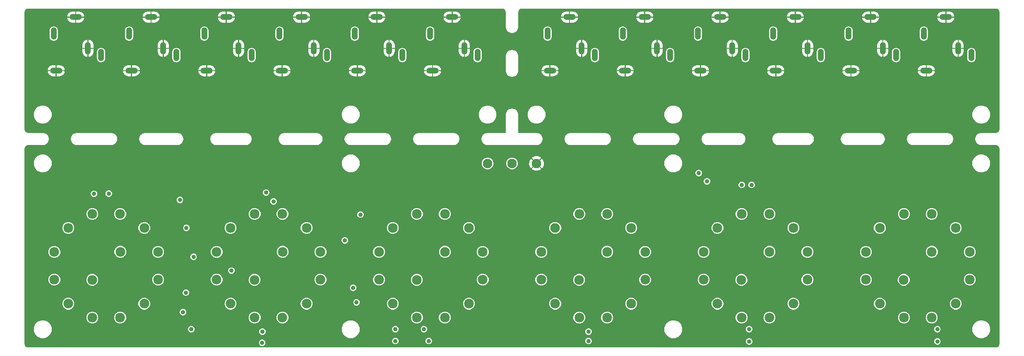
<source format=gbr>
G04 #@! TF.GenerationSoftware,KiCad,Pcbnew,5.0.2-bee76a0~70~ubuntu18.04.1*
G04 #@! TF.CreationDate,2020-05-25T20:10:49+02:00*
G04 #@! TF.ProjectId,AB-AudioMatrix-6x6,41422d41-7564-4696-9f4d-61747269782d,v3.4*
G04 #@! TF.SameCoordinates,Original*
G04 #@! TF.FileFunction,Copper,L3,Inr*
G04 #@! TF.FilePolarity,Positive*
%FSLAX46Y46*%
G04 Gerber Fmt 4.6, Leading zero omitted, Abs format (unit mm)*
G04 Created by KiCad (PCBNEW 5.0.2-bee76a0~70~ubuntu18.04.1) date Mo 25 Mai 2020 20:10:49 CEST*
%MOMM*%
%LPD*%
G01*
G04 APERTURE LIST*
G04 #@! TA.AperFunction,ViaPad*
%ADD10O,1.258000X2.516000*%
G04 #@! TD*
G04 #@! TA.AperFunction,ViaPad*
%ADD11O,2.516000X1.258000*%
G04 #@! TD*
G04 #@! TA.AperFunction,ViaPad*
%ADD12C,1.950000*%
G04 #@! TD*
G04 #@! TA.AperFunction,ViaPad*
%ADD13C,1.981200*%
G04 #@! TD*
G04 #@! TA.AperFunction,ViaPad*
%ADD14C,0.900000*%
G04 #@! TD*
G04 #@! TA.AperFunction,Conductor*
%ADD15C,0.200000*%
G04 #@! TD*
G04 APERTURE END LIST*
D10*
G04 #@! TO.N,In2L*
G04 #@! TO.C,J2*
X64650000Y-83400000D03*
D11*
G04 #@! TO.N,GND*
X65150000Y-91000000D03*
D10*
X71650000Y-86400000D03*
G04 #@! TO.N,In2R*
X74350000Y-87800000D03*
D11*
G04 #@! TO.N,GND*
X69150000Y-80000000D03*
G04 #@! TD*
D12*
G04 #@! TO.N,-VDC*
G04 #@! TO.C,J15*
X143000000Y-110000000D03*
G04 #@! TO.N,GND*
X148000000Y-110000000D03*
G04 #@! TO.N,+VDC*
X138000000Y-110000000D03*
G04 #@! TD*
D10*
G04 #@! TO.N,In1L*
G04 #@! TO.C,J1*
X49250000Y-83400000D03*
D11*
G04 #@! TO.N,GND*
X49750000Y-91000000D03*
D10*
X56250000Y-86400000D03*
G04 #@! TO.N,In1R*
X58950000Y-87800000D03*
D11*
G04 #@! TO.N,GND*
X53750000Y-80000000D03*
G04 #@! TD*
D10*
G04 #@! TO.N,In3L*
G04 #@! TO.C,J3*
X80050000Y-83400000D03*
D11*
G04 #@! TO.N,GND*
X80550000Y-91000000D03*
D10*
X87050000Y-86400000D03*
G04 #@! TO.N,In3R*
X89750000Y-87800000D03*
D11*
G04 #@! TO.N,GND*
X84550000Y-80000000D03*
G04 #@! TD*
D10*
G04 #@! TO.N,In4L*
G04 #@! TO.C,J4*
X95450000Y-83400000D03*
D11*
G04 #@! TO.N,GND*
X95950000Y-91000000D03*
D10*
X102450000Y-86400000D03*
G04 #@! TO.N,In4R*
X105150000Y-87800000D03*
D11*
G04 #@! TO.N,GND*
X99950000Y-80000000D03*
G04 #@! TD*
D10*
G04 #@! TO.N,In5L*
G04 #@! TO.C,J5*
X110850000Y-83400000D03*
D11*
G04 #@! TO.N,GND*
X111350000Y-91000000D03*
D10*
X117850000Y-86400000D03*
G04 #@! TO.N,In5R*
X120550000Y-87800000D03*
D11*
G04 #@! TO.N,GND*
X115350000Y-80000000D03*
G04 #@! TD*
D10*
G04 #@! TO.N,In6L*
G04 #@! TO.C,J6*
X126250000Y-83400000D03*
D11*
G04 #@! TO.N,GND*
X126750000Y-91000000D03*
D10*
X133250000Y-86400000D03*
G04 #@! TO.N,In6R*
X135950000Y-87800000D03*
D11*
G04 #@! TO.N,GND*
X130750000Y-80000000D03*
G04 #@! TD*
D10*
G04 #@! TO.N,Out1L*
G04 #@! TO.C,J7*
X150250000Y-83400000D03*
D11*
G04 #@! TO.N,GND*
X150750000Y-91000000D03*
D10*
X157250000Y-86400000D03*
G04 #@! TO.N,Out1R*
X159950000Y-87800000D03*
D11*
G04 #@! TO.N,GND*
X154750000Y-80000000D03*
G04 #@! TD*
D10*
G04 #@! TO.N,Out2L*
G04 #@! TO.C,J8*
X165650000Y-83400000D03*
D11*
G04 #@! TO.N,GND*
X166150000Y-91000000D03*
D10*
X172650000Y-86400000D03*
G04 #@! TO.N,Out2R*
X175350000Y-87800000D03*
D11*
G04 #@! TO.N,GND*
X170150000Y-80000000D03*
G04 #@! TD*
D10*
G04 #@! TO.N,Out3L*
G04 #@! TO.C,J9*
X181050000Y-83400000D03*
D11*
G04 #@! TO.N,GND*
X181550000Y-91000000D03*
D10*
X188050000Y-86400000D03*
G04 #@! TO.N,Out3R*
X190750000Y-87800000D03*
D11*
G04 #@! TO.N,GND*
X185550000Y-80000000D03*
G04 #@! TD*
D10*
G04 #@! TO.N,Out4L*
G04 #@! TO.C,J10*
X196450000Y-83400000D03*
D11*
G04 #@! TO.N,GND*
X196950000Y-91000000D03*
D10*
X203450000Y-86400000D03*
G04 #@! TO.N,Out4R*
X206150000Y-87800000D03*
D11*
G04 #@! TO.N,GND*
X200950000Y-80000000D03*
G04 #@! TD*
D10*
G04 #@! TO.N,Out5L*
G04 #@! TO.C,J11*
X211850000Y-83400000D03*
D11*
G04 #@! TO.N,GND*
X212350000Y-91000000D03*
D10*
X218850000Y-86400000D03*
G04 #@! TO.N,Out5R*
X221550000Y-87800000D03*
D11*
G04 #@! TO.N,GND*
X216350000Y-80000000D03*
G04 #@! TD*
D10*
G04 #@! TO.N,Out6L*
G04 #@! TO.C,J12*
X227250000Y-83400000D03*
D11*
G04 #@! TO.N,GND*
X227750000Y-91000000D03*
D10*
X234250000Y-86400000D03*
G04 #@! TO.N,Out6R*
X236950000Y-87800000D03*
D11*
G04 #@! TO.N,GND*
X231750000Y-80000000D03*
G04 #@! TD*
D13*
G04 #@! TO.N,In3L*
G04 #@! TO.C,SW1*
X49382800Y-133844800D03*
G04 #@! TO.N,In4L*
X49382800Y-128155200D03*
G04 #@! TO.N,In5L*
X52227600Y-123227600D03*
G04 #@! TO.N,In6L*
X57155200Y-120382800D03*
G04 #@! TO.N,In1R*
X62844800Y-120382800D03*
G04 #@! TO.N,In2R*
X67772400Y-123227600D03*
G04 #@! TO.N,In3R*
X70617200Y-128155200D03*
G04 #@! TO.N,In4R*
X70617200Y-133844800D03*
G04 #@! TO.N,In5R*
X67772400Y-138772400D03*
G04 #@! TO.N,In6R*
X62844800Y-141617200D03*
G04 #@! TO.N,In1L*
X57155200Y-141617200D03*
G04 #@! TO.N,In2L*
X52227600Y-138772400D03*
G04 #@! TO.N,Net-(SW1-Pad13)*
X57129800Y-133870200D03*
G04 #@! TO.N,Net-(SW1-Pad14)*
X62870200Y-128129800D03*
G04 #@! TD*
G04 #@! TO.N,In3L*
G04 #@! TO.C,SW2*
X82582800Y-133844800D03*
G04 #@! TO.N,In4L*
X82582800Y-128155200D03*
G04 #@! TO.N,In5L*
X85427600Y-123227600D03*
G04 #@! TO.N,In6L*
X90355200Y-120382800D03*
G04 #@! TO.N,In1R*
X96044800Y-120382800D03*
G04 #@! TO.N,In2R*
X100972400Y-123227600D03*
G04 #@! TO.N,In3R*
X103817200Y-128155200D03*
G04 #@! TO.N,In4R*
X103817200Y-133844800D03*
G04 #@! TO.N,In5R*
X100972400Y-138772400D03*
G04 #@! TO.N,In6R*
X96044800Y-141617200D03*
G04 #@! TO.N,In1L*
X90355200Y-141617200D03*
G04 #@! TO.N,In2L*
X85427600Y-138772400D03*
G04 #@! TO.N,Net-(SW2-Pad13)*
X90329800Y-133870200D03*
G04 #@! TO.N,Net-(SW2-Pad14)*
X96070200Y-128129800D03*
G04 #@! TD*
G04 #@! TO.N,In3L*
G04 #@! TO.C,SW3*
X115782800Y-133844800D03*
G04 #@! TO.N,In4L*
X115782800Y-128155200D03*
G04 #@! TO.N,In5L*
X118627600Y-123227600D03*
G04 #@! TO.N,In6L*
X123555200Y-120382800D03*
G04 #@! TO.N,In1R*
X129244800Y-120382800D03*
G04 #@! TO.N,In2R*
X134172400Y-123227600D03*
G04 #@! TO.N,In3R*
X137017200Y-128155200D03*
G04 #@! TO.N,In4R*
X137017200Y-133844800D03*
G04 #@! TO.N,In5R*
X134172400Y-138772400D03*
G04 #@! TO.N,In6R*
X129244800Y-141617200D03*
G04 #@! TO.N,In1L*
X123555200Y-141617200D03*
G04 #@! TO.N,In2L*
X118627600Y-138772400D03*
G04 #@! TO.N,Net-(SW3-Pad13)*
X123529800Y-133870200D03*
G04 #@! TO.N,Net-(SW3-Pad14)*
X129270200Y-128129800D03*
G04 #@! TD*
G04 #@! TO.N,In3L*
G04 #@! TO.C,SW4*
X148982800Y-133844800D03*
G04 #@! TO.N,In4L*
X148982800Y-128155200D03*
G04 #@! TO.N,In5L*
X151827600Y-123227600D03*
G04 #@! TO.N,In6L*
X156755200Y-120382800D03*
G04 #@! TO.N,In1R*
X162444800Y-120382800D03*
G04 #@! TO.N,In2R*
X167372400Y-123227600D03*
G04 #@! TO.N,In3R*
X170217200Y-128155200D03*
G04 #@! TO.N,In4R*
X170217200Y-133844800D03*
G04 #@! TO.N,In5R*
X167372400Y-138772400D03*
G04 #@! TO.N,In6R*
X162444800Y-141617200D03*
G04 #@! TO.N,In1L*
X156755200Y-141617200D03*
G04 #@! TO.N,In2L*
X151827600Y-138772400D03*
G04 #@! TO.N,Net-(SW4-Pad13)*
X156729800Y-133870200D03*
G04 #@! TO.N,Net-(SW4-Pad14)*
X162470200Y-128129800D03*
G04 #@! TD*
G04 #@! TO.N,In3L*
G04 #@! TO.C,SW5*
X182182800Y-133844800D03*
G04 #@! TO.N,In4L*
X182182800Y-128155200D03*
G04 #@! TO.N,In5L*
X185027600Y-123227600D03*
G04 #@! TO.N,In6L*
X189955200Y-120382800D03*
G04 #@! TO.N,In1R*
X195644800Y-120382800D03*
G04 #@! TO.N,In2R*
X200572400Y-123227600D03*
G04 #@! TO.N,In3R*
X203417200Y-128155200D03*
G04 #@! TO.N,In4R*
X203417200Y-133844800D03*
G04 #@! TO.N,In5R*
X200572400Y-138772400D03*
G04 #@! TO.N,In6R*
X195644800Y-141617200D03*
G04 #@! TO.N,In1L*
X189955200Y-141617200D03*
G04 #@! TO.N,In2L*
X185027600Y-138772400D03*
G04 #@! TO.N,Net-(SW5-Pad13)*
X189929800Y-133870200D03*
G04 #@! TO.N,Net-(SW5-Pad14)*
X195670200Y-128129800D03*
G04 #@! TD*
G04 #@! TO.N,In3L*
G04 #@! TO.C,SW6*
X215382800Y-133844800D03*
G04 #@! TO.N,In4L*
X215382800Y-128155200D03*
G04 #@! TO.N,In5L*
X218227600Y-123227600D03*
G04 #@! TO.N,In6L*
X223155200Y-120382800D03*
G04 #@! TO.N,In1R*
X228844800Y-120382800D03*
G04 #@! TO.N,In2R*
X233772400Y-123227600D03*
G04 #@! TO.N,In3R*
X236617200Y-128155200D03*
G04 #@! TO.N,In4R*
X236617200Y-133844800D03*
G04 #@! TO.N,In5R*
X233772400Y-138772400D03*
G04 #@! TO.N,In6R*
X228844800Y-141617200D03*
G04 #@! TO.N,In1L*
X223155200Y-141617200D03*
G04 #@! TO.N,In2L*
X218227600Y-138772400D03*
G04 #@! TO.N,Net-(SW6-Pad13)*
X223129800Y-133870200D03*
G04 #@! TO.N,Net-(SW6-Pad14)*
X228870200Y-128129800D03*
G04 #@! TD*
D14*
G04 #@! TO.N,GND*
X191500000Y-110000000D03*
X223000000Y-107000000D03*
X233000000Y-107000000D03*
X191500000Y-96500000D03*
X73000000Y-103000000D03*
X73000000Y-107000000D03*
X107000000Y-103000000D03*
X107000000Y-107000000D03*
X117000000Y-107000000D03*
X117000000Y-107000000D03*
X117000000Y-107000000D03*
X127000000Y-107000000D03*
X137000000Y-107000000D03*
X148000000Y-107000000D03*
X178000000Y-103000000D03*
X178000000Y-107000000D03*
X213000000Y-103000000D03*
X213000000Y-107000000D03*
X201500000Y-96500000D03*
X203500000Y-96500000D03*
X205500000Y-96500000D03*
X207500000Y-96500000D03*
X197500000Y-96500000D03*
X195500000Y-96500000D03*
X193500000Y-96500000D03*
X199500000Y-96500000D03*
X189500000Y-96500000D03*
X187500000Y-96500000D03*
X189500000Y-110000000D03*
X193500000Y-114000000D03*
X195500000Y-114000000D03*
X197500000Y-114000000D03*
X187500000Y-110000000D03*
X199500000Y-114000000D03*
X201500000Y-114000000D03*
X203500000Y-114000000D03*
X205500000Y-114000000D03*
X207500000Y-114000000D03*
X209500000Y-114000000D03*
X79500000Y-96000000D03*
X81500000Y-96000000D03*
X83500000Y-96000000D03*
X85500000Y-96000000D03*
X87500000Y-96000000D03*
X89500000Y-96000000D03*
X91500000Y-96000000D03*
X93500000Y-96000000D03*
X95500000Y-100000000D03*
X97500000Y-100000000D03*
X99500000Y-100000000D03*
X75000000Y-97000000D03*
X95500000Y-110000000D03*
X97500000Y-110000000D03*
X99500000Y-110000000D03*
X85500000Y-110000000D03*
X85500000Y-113500000D03*
X87500000Y-113500000D03*
X89500000Y-113500000D03*
X83500000Y-113500000D03*
X81500000Y-113500000D03*
X79500000Y-113500000D03*
X77500000Y-113500000D03*
X91500000Y-116500000D03*
X61500000Y-122000000D03*
X61500000Y-124500000D03*
X61500000Y-130000000D03*
X61500000Y-140000000D03*
X68500000Y-132500000D03*
X62500000Y-145000000D03*
X90000000Y-144500000D03*
X88000000Y-142000000D03*
X83000000Y-138500000D03*
X82500000Y-136000000D03*
X85500000Y-134500000D03*
X83000000Y-130500000D03*
X85500000Y-129000000D03*
X86500000Y-126000000D03*
X89000000Y-124500000D03*
X91000000Y-123000000D03*
X98500000Y-120000000D03*
X96000000Y-139500000D03*
X122500000Y-143500000D03*
X126500000Y-141000000D03*
X115000000Y-137500000D03*
X138500000Y-137000000D03*
X116500000Y-131500000D03*
X139500000Y-129000000D03*
X133500000Y-128000000D03*
X136500000Y-123000000D03*
X134500000Y-121000000D03*
X125500000Y-119000000D03*
X129500000Y-118000000D03*
X163000000Y-118000000D03*
X165000000Y-119500000D03*
X168000000Y-120500000D03*
X170000000Y-123000000D03*
X167500000Y-128000000D03*
X172500000Y-128000000D03*
X174500000Y-129500000D03*
X173500000Y-132500000D03*
X152500000Y-135000000D03*
X149500000Y-138500000D03*
X162500000Y-139500000D03*
X160000000Y-141000000D03*
X156500000Y-144000000D03*
X189000000Y-144000000D03*
X188000000Y-141500000D03*
X183000000Y-140000000D03*
X183000000Y-137500000D03*
X184500000Y-135000000D03*
X205500000Y-135500000D03*
X206000000Y-132500000D03*
X206500000Y-129500000D03*
X206000000Y-124500000D03*
X203500000Y-122500000D03*
X190500000Y-123000000D03*
X193000000Y-120500000D03*
X225500000Y-120000000D03*
X225500000Y-122000000D03*
X225500000Y-124500000D03*
X225500000Y-127000000D03*
X218000000Y-128500000D03*
X218000000Y-130000000D03*
X219000000Y-132500000D03*
X219000000Y-134500000D03*
X220500000Y-137000000D03*
X220500000Y-138500000D03*
X221000000Y-142000000D03*
X224500000Y-144000000D03*
X240000000Y-140000000D03*
X240000000Y-135000000D03*
X240000000Y-130000000D03*
X240000000Y-125000000D03*
X240000000Y-120000000D03*
X240000000Y-115000000D03*
X45000000Y-140000000D03*
X45000000Y-135000000D03*
X45000000Y-130000000D03*
X45000000Y-125000000D03*
X45000000Y-120000000D03*
X45000000Y-115000000D03*
X53000000Y-107000000D03*
X63000000Y-107000000D03*
X58000000Y-107000000D03*
X68000000Y-107000000D03*
X112000000Y-107000000D03*
X122000000Y-107000000D03*
X132000000Y-107000000D03*
X143000000Y-107000000D03*
X173000000Y-107000000D03*
X168000000Y-107000000D03*
X163000000Y-107000000D03*
X158000000Y-107000000D03*
X153000000Y-107000000D03*
X85500000Y-100000000D03*
X199500000Y-100000000D03*
X199500000Y-110000000D03*
X218000000Y-107000000D03*
X228000000Y-107000000D03*
X238000000Y-107000000D03*
X48000000Y-107000000D03*
X129000000Y-139500000D03*
X54500000Y-137500000D03*
X52500000Y-133500000D03*
G04 #@! TO.N,In6L*
X112000000Y-120500000D03*
G04 #@! TO.N,In6R*
X111200000Y-138499979D03*
G04 #@! TO.N,In5L*
X108800000Y-125800000D03*
G04 #@! TO.N,In5R*
X110500000Y-135500000D03*
G04 #@! TO.N,In4R*
X85600000Y-132000000D03*
G04 #@! TO.N,In3L*
X76300000Y-136500000D03*
G04 #@! TO.N,In3R*
X77854201Y-129145799D03*
G04 #@! TO.N,In2L*
X75700000Y-140500000D03*
G04 #@! TO.N,In2R*
X76400000Y-123227600D03*
G04 #@! TO.N,In1L*
X77400000Y-144000000D03*
G04 #@! TO.N,In1R*
X75054492Y-117499477D03*
G04 #@! TO.N,Out1R*
X182900000Y-113700000D03*
X60500000Y-116200000D03*
G04 #@! TO.N,Out1L*
X181200000Y-112000000D03*
X57500000Y-116250000D03*
G04 #@! TO.N,Out2R*
X192000000Y-114400000D03*
X94200000Y-117800000D03*
G04 #@! TO.N,Out2L*
X92700000Y-116000000D03*
X190000000Y-114400000D03*
G04 #@! TO.N,-VDC*
X91890000Y-146800000D03*
X119130000Y-146400000D03*
X125960000Y-146400000D03*
X158640000Y-146400000D03*
X230000000Y-144000000D03*
X230000000Y-146500000D03*
X191500000Y-144000000D03*
X191500000Y-146500000D03*
X158640000Y-144500000D03*
X125000000Y-144000000D03*
X91940000Y-144500000D03*
X119130000Y-144000000D03*
G04 #@! TD*
D15*
G04 #@! TO.N,GND*
G36*
X141246121Y-78405813D02*
X141454772Y-78545229D01*
X141594187Y-78753880D01*
X141650001Y-79034477D01*
X141650000Y-82034467D01*
X141656725Y-82068276D01*
X141656725Y-82068281D01*
X141732845Y-82450964D01*
X141785105Y-82577132D01*
X141785108Y-82577135D01*
X142001878Y-82901556D01*
X142098443Y-82998121D01*
X142098446Y-82998122D01*
X142422867Y-83214894D01*
X142422868Y-83214895D01*
X142496775Y-83245508D01*
X142549035Y-83267155D01*
X142549036Y-83267155D01*
X142931717Y-83343275D01*
X143068283Y-83343275D01*
X143450964Y-83267155D01*
X143450965Y-83267155D01*
X143487918Y-83251848D01*
X143577132Y-83214895D01*
X143577135Y-83214892D01*
X143901556Y-82998122D01*
X143998121Y-82901557D01*
X143998122Y-82901554D01*
X144214894Y-82577133D01*
X144214895Y-82577132D01*
X144267155Y-82450964D01*
X144343275Y-82068281D01*
X144343275Y-82068277D01*
X144350000Y-82034468D01*
X144350000Y-80216910D01*
X152911293Y-80216910D01*
X152975985Y-80447221D01*
X153234288Y-80851357D01*
X153627585Y-81125881D01*
X154096000Y-81229000D01*
X154725000Y-81229000D01*
X154725000Y-80025000D01*
X154775000Y-80025000D01*
X154775000Y-81229000D01*
X155404000Y-81229000D01*
X155872415Y-81125881D01*
X156265712Y-80851357D01*
X156524015Y-80447221D01*
X156588707Y-80216910D01*
X168311293Y-80216910D01*
X168375985Y-80447221D01*
X168634288Y-80851357D01*
X169027585Y-81125881D01*
X169496000Y-81229000D01*
X170125000Y-81229000D01*
X170125000Y-80025000D01*
X170175000Y-80025000D01*
X170175000Y-81229000D01*
X170804000Y-81229000D01*
X171272415Y-81125881D01*
X171665712Y-80851357D01*
X171924015Y-80447221D01*
X171988707Y-80216910D01*
X183711293Y-80216910D01*
X183775985Y-80447221D01*
X184034288Y-80851357D01*
X184427585Y-81125881D01*
X184896000Y-81229000D01*
X185525000Y-81229000D01*
X185525000Y-80025000D01*
X185575000Y-80025000D01*
X185575000Y-81229000D01*
X186204000Y-81229000D01*
X186672415Y-81125881D01*
X187065712Y-80851357D01*
X187324015Y-80447221D01*
X187388707Y-80216910D01*
X199111293Y-80216910D01*
X199175985Y-80447221D01*
X199434288Y-80851357D01*
X199827585Y-81125881D01*
X200296000Y-81229000D01*
X200925000Y-81229000D01*
X200925000Y-80025000D01*
X200975000Y-80025000D01*
X200975000Y-81229000D01*
X201604000Y-81229000D01*
X202072415Y-81125881D01*
X202465712Y-80851357D01*
X202724015Y-80447221D01*
X202788707Y-80216910D01*
X214511293Y-80216910D01*
X214575985Y-80447221D01*
X214834288Y-80851357D01*
X215227585Y-81125881D01*
X215696000Y-81229000D01*
X216325000Y-81229000D01*
X216325000Y-80025000D01*
X216375000Y-80025000D01*
X216375000Y-81229000D01*
X217004000Y-81229000D01*
X217472415Y-81125881D01*
X217865712Y-80851357D01*
X218124015Y-80447221D01*
X218188707Y-80216910D01*
X229911293Y-80216910D01*
X229975985Y-80447221D01*
X230234288Y-80851357D01*
X230627585Y-81125881D01*
X231096000Y-81229000D01*
X231725000Y-81229000D01*
X231725000Y-80025000D01*
X231775000Y-80025000D01*
X231775000Y-81229000D01*
X232404000Y-81229000D01*
X232872415Y-81125881D01*
X233265712Y-80851357D01*
X233524015Y-80447221D01*
X233588707Y-80216910D01*
X233457710Y-80025000D01*
X231775000Y-80025000D01*
X231725000Y-80025000D01*
X230042290Y-80025000D01*
X229911293Y-80216910D01*
X218188707Y-80216910D01*
X218057710Y-80025000D01*
X216375000Y-80025000D01*
X216325000Y-80025000D01*
X214642290Y-80025000D01*
X214511293Y-80216910D01*
X202788707Y-80216910D01*
X202657710Y-80025000D01*
X200975000Y-80025000D01*
X200925000Y-80025000D01*
X199242290Y-80025000D01*
X199111293Y-80216910D01*
X187388707Y-80216910D01*
X187257710Y-80025000D01*
X185575000Y-80025000D01*
X185525000Y-80025000D01*
X183842290Y-80025000D01*
X183711293Y-80216910D01*
X171988707Y-80216910D01*
X171857710Y-80025000D01*
X170175000Y-80025000D01*
X170125000Y-80025000D01*
X168442290Y-80025000D01*
X168311293Y-80216910D01*
X156588707Y-80216910D01*
X156457710Y-80025000D01*
X154775000Y-80025000D01*
X154725000Y-80025000D01*
X153042290Y-80025000D01*
X152911293Y-80216910D01*
X144350000Y-80216910D01*
X144350000Y-79783090D01*
X152911293Y-79783090D01*
X153042290Y-79975000D01*
X154725000Y-79975000D01*
X154725000Y-78771000D01*
X154775000Y-78771000D01*
X154775000Y-79975000D01*
X156457710Y-79975000D01*
X156588707Y-79783090D01*
X168311293Y-79783090D01*
X168442290Y-79975000D01*
X170125000Y-79975000D01*
X170125000Y-78771000D01*
X170175000Y-78771000D01*
X170175000Y-79975000D01*
X171857710Y-79975000D01*
X171988707Y-79783090D01*
X183711293Y-79783090D01*
X183842290Y-79975000D01*
X185525000Y-79975000D01*
X185525000Y-78771000D01*
X185575000Y-78771000D01*
X185575000Y-79975000D01*
X187257710Y-79975000D01*
X187388707Y-79783090D01*
X199111293Y-79783090D01*
X199242290Y-79975000D01*
X200925000Y-79975000D01*
X200925000Y-78771000D01*
X200975000Y-78771000D01*
X200975000Y-79975000D01*
X202657710Y-79975000D01*
X202788707Y-79783090D01*
X214511293Y-79783090D01*
X214642290Y-79975000D01*
X216325000Y-79975000D01*
X216325000Y-78771000D01*
X216375000Y-78771000D01*
X216375000Y-79975000D01*
X218057710Y-79975000D01*
X218188707Y-79783090D01*
X229911293Y-79783090D01*
X230042290Y-79975000D01*
X231725000Y-79975000D01*
X231725000Y-78771000D01*
X231775000Y-78771000D01*
X231775000Y-79975000D01*
X233457710Y-79975000D01*
X233588707Y-79783090D01*
X233524015Y-79552779D01*
X233265712Y-79148643D01*
X232872415Y-78874119D01*
X232404000Y-78771000D01*
X231775000Y-78771000D01*
X231725000Y-78771000D01*
X231096000Y-78771000D01*
X230627585Y-78874119D01*
X230234288Y-79148643D01*
X229975985Y-79552779D01*
X229911293Y-79783090D01*
X218188707Y-79783090D01*
X218124015Y-79552779D01*
X217865712Y-79148643D01*
X217472415Y-78874119D01*
X217004000Y-78771000D01*
X216375000Y-78771000D01*
X216325000Y-78771000D01*
X215696000Y-78771000D01*
X215227585Y-78874119D01*
X214834288Y-79148643D01*
X214575985Y-79552779D01*
X214511293Y-79783090D01*
X202788707Y-79783090D01*
X202724015Y-79552779D01*
X202465712Y-79148643D01*
X202072415Y-78874119D01*
X201604000Y-78771000D01*
X200975000Y-78771000D01*
X200925000Y-78771000D01*
X200296000Y-78771000D01*
X199827585Y-78874119D01*
X199434288Y-79148643D01*
X199175985Y-79552779D01*
X199111293Y-79783090D01*
X187388707Y-79783090D01*
X187324015Y-79552779D01*
X187065712Y-79148643D01*
X186672415Y-78874119D01*
X186204000Y-78771000D01*
X185575000Y-78771000D01*
X185525000Y-78771000D01*
X184896000Y-78771000D01*
X184427585Y-78874119D01*
X184034288Y-79148643D01*
X183775985Y-79552779D01*
X183711293Y-79783090D01*
X171988707Y-79783090D01*
X171924015Y-79552779D01*
X171665712Y-79148643D01*
X171272415Y-78874119D01*
X170804000Y-78771000D01*
X170175000Y-78771000D01*
X170125000Y-78771000D01*
X169496000Y-78771000D01*
X169027585Y-78874119D01*
X168634288Y-79148643D01*
X168375985Y-79552779D01*
X168311293Y-79783090D01*
X156588707Y-79783090D01*
X156524015Y-79552779D01*
X156265712Y-79148643D01*
X155872415Y-78874119D01*
X155404000Y-78771000D01*
X154775000Y-78771000D01*
X154725000Y-78771000D01*
X154096000Y-78771000D01*
X153627585Y-78874119D01*
X153234288Y-79148643D01*
X152975985Y-79552779D01*
X152911293Y-79783090D01*
X144350000Y-79783090D01*
X144350000Y-79034472D01*
X144405813Y-78753879D01*
X144545229Y-78545228D01*
X144753880Y-78405813D01*
X145034472Y-78350000D01*
X241965528Y-78350000D01*
X242246121Y-78405813D01*
X242454772Y-78545229D01*
X242594187Y-78753880D01*
X242650000Y-79034472D01*
X242650001Y-102965523D01*
X242594187Y-103246120D01*
X242454772Y-103454771D01*
X242246121Y-103594187D01*
X241965528Y-103650000D01*
X238965532Y-103650000D01*
X238931723Y-103656725D01*
X238931719Y-103656725D01*
X238549036Y-103732845D01*
X238549035Y-103732845D01*
X238513257Y-103747665D01*
X238422868Y-103785105D01*
X238422867Y-103785106D01*
X238098446Y-104001878D01*
X238098443Y-104001879D01*
X238001878Y-104098444D01*
X237785108Y-104422865D01*
X237785105Y-104422868D01*
X237732845Y-104549036D01*
X237656725Y-104931717D01*
X237656725Y-105068281D01*
X237732845Y-105450964D01*
X237785105Y-105577132D01*
X237785108Y-105577135D01*
X238001878Y-105901556D01*
X238098443Y-105998121D01*
X238098446Y-105998122D01*
X238422867Y-106214894D01*
X238422868Y-106214895D01*
X238496775Y-106245508D01*
X238549035Y-106267155D01*
X238549036Y-106267155D01*
X238931719Y-106343275D01*
X238931723Y-106343275D01*
X238965532Y-106350000D01*
X241965528Y-106350000D01*
X242246121Y-106405813D01*
X242454772Y-106545229D01*
X242594187Y-106753880D01*
X242650000Y-107034472D01*
X242650001Y-146965523D01*
X242594187Y-147246120D01*
X242454772Y-147454771D01*
X242246121Y-147594187D01*
X241965528Y-147650000D01*
X44034472Y-147650000D01*
X43753880Y-147594187D01*
X43545229Y-147454772D01*
X43405813Y-147246121D01*
X43350000Y-146965528D01*
X43350000Y-146650816D01*
X91140000Y-146650816D01*
X91140000Y-146949184D01*
X91254181Y-147224841D01*
X91465159Y-147435819D01*
X91740816Y-147550000D01*
X92039184Y-147550000D01*
X92314841Y-147435819D01*
X92525819Y-147224841D01*
X92640000Y-146949184D01*
X92640000Y-146650816D01*
X92525819Y-146375159D01*
X92401476Y-146250816D01*
X118380000Y-146250816D01*
X118380000Y-146549184D01*
X118494181Y-146824841D01*
X118705159Y-147035819D01*
X118980816Y-147150000D01*
X119279184Y-147150000D01*
X119554841Y-147035819D01*
X119765819Y-146824841D01*
X119880000Y-146549184D01*
X119880000Y-146250816D01*
X125210000Y-146250816D01*
X125210000Y-146549184D01*
X125324181Y-146824841D01*
X125535159Y-147035819D01*
X125810816Y-147150000D01*
X126109184Y-147150000D01*
X126384841Y-147035819D01*
X126595819Y-146824841D01*
X126710000Y-146549184D01*
X126710000Y-146250816D01*
X157890000Y-146250816D01*
X157890000Y-146549184D01*
X158004181Y-146824841D01*
X158215159Y-147035819D01*
X158490816Y-147150000D01*
X158789184Y-147150000D01*
X159064841Y-147035819D01*
X159275819Y-146824841D01*
X159390000Y-146549184D01*
X159390000Y-146350816D01*
X190750000Y-146350816D01*
X190750000Y-146649184D01*
X190864181Y-146924841D01*
X191075159Y-147135819D01*
X191350816Y-147250000D01*
X191649184Y-147250000D01*
X191924841Y-147135819D01*
X192135819Y-146924841D01*
X192250000Y-146649184D01*
X192250000Y-146350816D01*
X229250000Y-146350816D01*
X229250000Y-146649184D01*
X229364181Y-146924841D01*
X229575159Y-147135819D01*
X229850816Y-147250000D01*
X230149184Y-147250000D01*
X230424841Y-147135819D01*
X230635819Y-146924841D01*
X230750000Y-146649184D01*
X230750000Y-146350816D01*
X230635819Y-146075159D01*
X230424841Y-145864181D01*
X230149184Y-145750000D01*
X229850816Y-145750000D01*
X229575159Y-145864181D01*
X229364181Y-146075159D01*
X229250000Y-146350816D01*
X192250000Y-146350816D01*
X192135819Y-146075159D01*
X191924841Y-145864181D01*
X191649184Y-145750000D01*
X191350816Y-145750000D01*
X191075159Y-145864181D01*
X190864181Y-146075159D01*
X190750000Y-146350816D01*
X159390000Y-146350816D01*
X159390000Y-146250816D01*
X159275819Y-145975159D01*
X159064841Y-145764181D01*
X158789184Y-145650000D01*
X158490816Y-145650000D01*
X158215159Y-145764181D01*
X158004181Y-145975159D01*
X157890000Y-146250816D01*
X126710000Y-146250816D01*
X126595819Y-145975159D01*
X126384841Y-145764181D01*
X126109184Y-145650000D01*
X125810816Y-145650000D01*
X125535159Y-145764181D01*
X125324181Y-145975159D01*
X125210000Y-146250816D01*
X119880000Y-146250816D01*
X119765819Y-145975159D01*
X119554841Y-145764181D01*
X119279184Y-145650000D01*
X118980816Y-145650000D01*
X118705159Y-145764181D01*
X118494181Y-145975159D01*
X118380000Y-146250816D01*
X92401476Y-146250816D01*
X92314841Y-146164181D01*
X92039184Y-146050000D01*
X91740816Y-146050000D01*
X91465159Y-146164181D01*
X91254181Y-146375159D01*
X91140000Y-146650816D01*
X43350000Y-146650816D01*
X43350000Y-143622067D01*
X45100000Y-143622067D01*
X45100000Y-144377933D01*
X45389258Y-145076263D01*
X45923737Y-145610742D01*
X46622067Y-145900000D01*
X47377933Y-145900000D01*
X48076263Y-145610742D01*
X48610742Y-145076263D01*
X48900000Y-144377933D01*
X48900000Y-143850816D01*
X76650000Y-143850816D01*
X76650000Y-144149184D01*
X76764181Y-144424841D01*
X76975159Y-144635819D01*
X77250816Y-144750000D01*
X77549184Y-144750000D01*
X77824841Y-144635819D01*
X78035819Y-144424841D01*
X78066481Y-144350816D01*
X91190000Y-144350816D01*
X91190000Y-144649184D01*
X91304181Y-144924841D01*
X91515159Y-145135819D01*
X91790816Y-145250000D01*
X92089184Y-145250000D01*
X92364841Y-145135819D01*
X92575819Y-144924841D01*
X92690000Y-144649184D01*
X92690000Y-144350816D01*
X92575819Y-144075159D01*
X92364841Y-143864181D01*
X92089184Y-143750000D01*
X91790816Y-143750000D01*
X91515159Y-143864181D01*
X91304181Y-144075159D01*
X91190000Y-144350816D01*
X78066481Y-144350816D01*
X78150000Y-144149184D01*
X78150000Y-143850816D01*
X78055249Y-143622067D01*
X108100000Y-143622067D01*
X108100000Y-144377933D01*
X108389258Y-145076263D01*
X108923737Y-145610742D01*
X109622067Y-145900000D01*
X110377933Y-145900000D01*
X111076263Y-145610742D01*
X111610742Y-145076263D01*
X111900000Y-144377933D01*
X111900000Y-143850816D01*
X118380000Y-143850816D01*
X118380000Y-144149184D01*
X118494181Y-144424841D01*
X118705159Y-144635819D01*
X118980816Y-144750000D01*
X119279184Y-144750000D01*
X119554841Y-144635819D01*
X119765819Y-144424841D01*
X119880000Y-144149184D01*
X119880000Y-143850816D01*
X124250000Y-143850816D01*
X124250000Y-144149184D01*
X124364181Y-144424841D01*
X124575159Y-144635819D01*
X124850816Y-144750000D01*
X125149184Y-144750000D01*
X125424841Y-144635819D01*
X125635819Y-144424841D01*
X125666481Y-144350816D01*
X157890000Y-144350816D01*
X157890000Y-144649184D01*
X158004181Y-144924841D01*
X158215159Y-145135819D01*
X158490816Y-145250000D01*
X158789184Y-145250000D01*
X159064841Y-145135819D01*
X159275819Y-144924841D01*
X159390000Y-144649184D01*
X159390000Y-144350816D01*
X159275819Y-144075159D01*
X159064841Y-143864181D01*
X158789184Y-143750000D01*
X158490816Y-143750000D01*
X158215159Y-143864181D01*
X158004181Y-144075159D01*
X157890000Y-144350816D01*
X125666481Y-144350816D01*
X125750000Y-144149184D01*
X125750000Y-143850816D01*
X125655249Y-143622067D01*
X174100000Y-143622067D01*
X174100000Y-144377933D01*
X174389258Y-145076263D01*
X174923737Y-145610742D01*
X175622067Y-145900000D01*
X176377933Y-145900000D01*
X177076263Y-145610742D01*
X177610742Y-145076263D01*
X177900000Y-144377933D01*
X177900000Y-143850816D01*
X190750000Y-143850816D01*
X190750000Y-144149184D01*
X190864181Y-144424841D01*
X191075159Y-144635819D01*
X191350816Y-144750000D01*
X191649184Y-144750000D01*
X191924841Y-144635819D01*
X192135819Y-144424841D01*
X192250000Y-144149184D01*
X192250000Y-143850816D01*
X229250000Y-143850816D01*
X229250000Y-144149184D01*
X229364181Y-144424841D01*
X229575159Y-144635819D01*
X229850816Y-144750000D01*
X230149184Y-144750000D01*
X230424841Y-144635819D01*
X230635819Y-144424841D01*
X230750000Y-144149184D01*
X230750000Y-143850816D01*
X230655249Y-143622067D01*
X237100000Y-143622067D01*
X237100000Y-144377933D01*
X237389258Y-145076263D01*
X237923737Y-145610742D01*
X238622067Y-145900000D01*
X239377933Y-145900000D01*
X240076263Y-145610742D01*
X240610742Y-145076263D01*
X240900000Y-144377933D01*
X240900000Y-143622067D01*
X240610742Y-142923737D01*
X240076263Y-142389258D01*
X239377933Y-142100000D01*
X238622067Y-142100000D01*
X237923737Y-142389258D01*
X237389258Y-142923737D01*
X237100000Y-143622067D01*
X230655249Y-143622067D01*
X230635819Y-143575159D01*
X230424841Y-143364181D01*
X230149184Y-143250000D01*
X229850816Y-143250000D01*
X229575159Y-143364181D01*
X229364181Y-143575159D01*
X229250000Y-143850816D01*
X192250000Y-143850816D01*
X192135819Y-143575159D01*
X191924841Y-143364181D01*
X191649184Y-143250000D01*
X191350816Y-143250000D01*
X191075159Y-143364181D01*
X190864181Y-143575159D01*
X190750000Y-143850816D01*
X177900000Y-143850816D01*
X177900000Y-143622067D01*
X177610742Y-142923737D01*
X177076263Y-142389258D01*
X176377933Y-142100000D01*
X175622067Y-142100000D01*
X174923737Y-142389258D01*
X174389258Y-142923737D01*
X174100000Y-143622067D01*
X125655249Y-143622067D01*
X125635819Y-143575159D01*
X125424841Y-143364181D01*
X125149184Y-143250000D01*
X124850816Y-143250000D01*
X124575159Y-143364181D01*
X124364181Y-143575159D01*
X124250000Y-143850816D01*
X119880000Y-143850816D01*
X119765819Y-143575159D01*
X119554841Y-143364181D01*
X119279184Y-143250000D01*
X118980816Y-143250000D01*
X118705159Y-143364181D01*
X118494181Y-143575159D01*
X118380000Y-143850816D01*
X111900000Y-143850816D01*
X111900000Y-143622067D01*
X111610742Y-142923737D01*
X111076263Y-142389258D01*
X110377933Y-142100000D01*
X109622067Y-142100000D01*
X108923737Y-142389258D01*
X108389258Y-142923737D01*
X108100000Y-143622067D01*
X78055249Y-143622067D01*
X78035819Y-143575159D01*
X77824841Y-143364181D01*
X77549184Y-143250000D01*
X77250816Y-143250000D01*
X76975159Y-143364181D01*
X76764181Y-143575159D01*
X76650000Y-143850816D01*
X48900000Y-143850816D01*
X48900000Y-143622067D01*
X48610742Y-142923737D01*
X48076263Y-142389258D01*
X47377933Y-142100000D01*
X46622067Y-142100000D01*
X45923737Y-142389258D01*
X45389258Y-142923737D01*
X45100000Y-143622067D01*
X43350000Y-143622067D01*
X43350000Y-141360484D01*
X55864600Y-141360484D01*
X55864600Y-141873916D01*
X56061082Y-142348266D01*
X56424134Y-142711318D01*
X56898484Y-142907800D01*
X57411916Y-142907800D01*
X57886266Y-142711318D01*
X58249318Y-142348266D01*
X58445800Y-141873916D01*
X58445800Y-141360484D01*
X61554200Y-141360484D01*
X61554200Y-141873916D01*
X61750682Y-142348266D01*
X62113734Y-142711318D01*
X62588084Y-142907800D01*
X63101516Y-142907800D01*
X63575866Y-142711318D01*
X63938918Y-142348266D01*
X64135400Y-141873916D01*
X64135400Y-141360484D01*
X89064600Y-141360484D01*
X89064600Y-141873916D01*
X89261082Y-142348266D01*
X89624134Y-142711318D01*
X90098484Y-142907800D01*
X90611916Y-142907800D01*
X91086266Y-142711318D01*
X91449318Y-142348266D01*
X91645800Y-141873916D01*
X91645800Y-141360484D01*
X94754200Y-141360484D01*
X94754200Y-141873916D01*
X94950682Y-142348266D01*
X95313734Y-142711318D01*
X95788084Y-142907800D01*
X96301516Y-142907800D01*
X96775866Y-142711318D01*
X97138918Y-142348266D01*
X97335400Y-141873916D01*
X97335400Y-141360484D01*
X122264600Y-141360484D01*
X122264600Y-141873916D01*
X122461082Y-142348266D01*
X122824134Y-142711318D01*
X123298484Y-142907800D01*
X123811916Y-142907800D01*
X124286266Y-142711318D01*
X124649318Y-142348266D01*
X124845800Y-141873916D01*
X124845800Y-141360484D01*
X127954200Y-141360484D01*
X127954200Y-141873916D01*
X128150682Y-142348266D01*
X128513734Y-142711318D01*
X128988084Y-142907800D01*
X129501516Y-142907800D01*
X129975866Y-142711318D01*
X130338918Y-142348266D01*
X130535400Y-141873916D01*
X130535400Y-141360484D01*
X155464600Y-141360484D01*
X155464600Y-141873916D01*
X155661082Y-142348266D01*
X156024134Y-142711318D01*
X156498484Y-142907800D01*
X157011916Y-142907800D01*
X157486266Y-142711318D01*
X157849318Y-142348266D01*
X158045800Y-141873916D01*
X158045800Y-141360484D01*
X161154200Y-141360484D01*
X161154200Y-141873916D01*
X161350682Y-142348266D01*
X161713734Y-142711318D01*
X162188084Y-142907800D01*
X162701516Y-142907800D01*
X163175866Y-142711318D01*
X163538918Y-142348266D01*
X163735400Y-141873916D01*
X163735400Y-141360484D01*
X188664600Y-141360484D01*
X188664600Y-141873916D01*
X188861082Y-142348266D01*
X189224134Y-142711318D01*
X189698484Y-142907800D01*
X190211916Y-142907800D01*
X190686266Y-142711318D01*
X191049318Y-142348266D01*
X191245800Y-141873916D01*
X191245800Y-141360484D01*
X194354200Y-141360484D01*
X194354200Y-141873916D01*
X194550682Y-142348266D01*
X194913734Y-142711318D01*
X195388084Y-142907800D01*
X195901516Y-142907800D01*
X196375866Y-142711318D01*
X196738918Y-142348266D01*
X196935400Y-141873916D01*
X196935400Y-141360484D01*
X221864600Y-141360484D01*
X221864600Y-141873916D01*
X222061082Y-142348266D01*
X222424134Y-142711318D01*
X222898484Y-142907800D01*
X223411916Y-142907800D01*
X223886266Y-142711318D01*
X224249318Y-142348266D01*
X224445800Y-141873916D01*
X224445800Y-141360484D01*
X227554200Y-141360484D01*
X227554200Y-141873916D01*
X227750682Y-142348266D01*
X228113734Y-142711318D01*
X228588084Y-142907800D01*
X229101516Y-142907800D01*
X229575866Y-142711318D01*
X229938918Y-142348266D01*
X230135400Y-141873916D01*
X230135400Y-141360484D01*
X229938918Y-140886134D01*
X229575866Y-140523082D01*
X229101516Y-140326600D01*
X228588084Y-140326600D01*
X228113734Y-140523082D01*
X227750682Y-140886134D01*
X227554200Y-141360484D01*
X224445800Y-141360484D01*
X224249318Y-140886134D01*
X223886266Y-140523082D01*
X223411916Y-140326600D01*
X222898484Y-140326600D01*
X222424134Y-140523082D01*
X222061082Y-140886134D01*
X221864600Y-141360484D01*
X196935400Y-141360484D01*
X196738918Y-140886134D01*
X196375866Y-140523082D01*
X195901516Y-140326600D01*
X195388084Y-140326600D01*
X194913734Y-140523082D01*
X194550682Y-140886134D01*
X194354200Y-141360484D01*
X191245800Y-141360484D01*
X191049318Y-140886134D01*
X190686266Y-140523082D01*
X190211916Y-140326600D01*
X189698484Y-140326600D01*
X189224134Y-140523082D01*
X188861082Y-140886134D01*
X188664600Y-141360484D01*
X163735400Y-141360484D01*
X163538918Y-140886134D01*
X163175866Y-140523082D01*
X162701516Y-140326600D01*
X162188084Y-140326600D01*
X161713734Y-140523082D01*
X161350682Y-140886134D01*
X161154200Y-141360484D01*
X158045800Y-141360484D01*
X157849318Y-140886134D01*
X157486266Y-140523082D01*
X157011916Y-140326600D01*
X156498484Y-140326600D01*
X156024134Y-140523082D01*
X155661082Y-140886134D01*
X155464600Y-141360484D01*
X130535400Y-141360484D01*
X130338918Y-140886134D01*
X129975866Y-140523082D01*
X129501516Y-140326600D01*
X128988084Y-140326600D01*
X128513734Y-140523082D01*
X128150682Y-140886134D01*
X127954200Y-141360484D01*
X124845800Y-141360484D01*
X124649318Y-140886134D01*
X124286266Y-140523082D01*
X123811916Y-140326600D01*
X123298484Y-140326600D01*
X122824134Y-140523082D01*
X122461082Y-140886134D01*
X122264600Y-141360484D01*
X97335400Y-141360484D01*
X97138918Y-140886134D01*
X96775866Y-140523082D01*
X96301516Y-140326600D01*
X95788084Y-140326600D01*
X95313734Y-140523082D01*
X94950682Y-140886134D01*
X94754200Y-141360484D01*
X91645800Y-141360484D01*
X91449318Y-140886134D01*
X91086266Y-140523082D01*
X90611916Y-140326600D01*
X90098484Y-140326600D01*
X89624134Y-140523082D01*
X89261082Y-140886134D01*
X89064600Y-141360484D01*
X64135400Y-141360484D01*
X63938918Y-140886134D01*
X63575866Y-140523082D01*
X63159979Y-140350816D01*
X74950000Y-140350816D01*
X74950000Y-140649184D01*
X75064181Y-140924841D01*
X75275159Y-141135819D01*
X75550816Y-141250000D01*
X75849184Y-141250000D01*
X76124841Y-141135819D01*
X76335819Y-140924841D01*
X76450000Y-140649184D01*
X76450000Y-140350816D01*
X76335819Y-140075159D01*
X76124841Y-139864181D01*
X75849184Y-139750000D01*
X75550816Y-139750000D01*
X75275159Y-139864181D01*
X75064181Y-140075159D01*
X74950000Y-140350816D01*
X63159979Y-140350816D01*
X63101516Y-140326600D01*
X62588084Y-140326600D01*
X62113734Y-140523082D01*
X61750682Y-140886134D01*
X61554200Y-141360484D01*
X58445800Y-141360484D01*
X58249318Y-140886134D01*
X57886266Y-140523082D01*
X57411916Y-140326600D01*
X56898484Y-140326600D01*
X56424134Y-140523082D01*
X56061082Y-140886134D01*
X55864600Y-141360484D01*
X43350000Y-141360484D01*
X43350000Y-138515684D01*
X50937000Y-138515684D01*
X50937000Y-139029116D01*
X51133482Y-139503466D01*
X51496534Y-139866518D01*
X51970884Y-140063000D01*
X52484316Y-140063000D01*
X52958666Y-139866518D01*
X53321718Y-139503466D01*
X53518200Y-139029116D01*
X53518200Y-138515684D01*
X66481800Y-138515684D01*
X66481800Y-139029116D01*
X66678282Y-139503466D01*
X67041334Y-139866518D01*
X67515684Y-140063000D01*
X68029116Y-140063000D01*
X68503466Y-139866518D01*
X68866518Y-139503466D01*
X69063000Y-139029116D01*
X69063000Y-138515684D01*
X84137000Y-138515684D01*
X84137000Y-139029116D01*
X84333482Y-139503466D01*
X84696534Y-139866518D01*
X85170884Y-140063000D01*
X85684316Y-140063000D01*
X86158666Y-139866518D01*
X86521718Y-139503466D01*
X86718200Y-139029116D01*
X86718200Y-138515684D01*
X99681800Y-138515684D01*
X99681800Y-139029116D01*
X99878282Y-139503466D01*
X100241334Y-139866518D01*
X100715684Y-140063000D01*
X101229116Y-140063000D01*
X101703466Y-139866518D01*
X102066518Y-139503466D01*
X102263000Y-139029116D01*
X102263000Y-138515684D01*
X102194701Y-138350795D01*
X110450000Y-138350795D01*
X110450000Y-138649163D01*
X110564181Y-138924820D01*
X110775159Y-139135798D01*
X111050816Y-139249979D01*
X111349184Y-139249979D01*
X111624841Y-139135798D01*
X111835819Y-138924820D01*
X111950000Y-138649163D01*
X111950000Y-138515684D01*
X117337000Y-138515684D01*
X117337000Y-139029116D01*
X117533482Y-139503466D01*
X117896534Y-139866518D01*
X118370884Y-140063000D01*
X118884316Y-140063000D01*
X119358666Y-139866518D01*
X119721718Y-139503466D01*
X119918200Y-139029116D01*
X119918200Y-138515684D01*
X132881800Y-138515684D01*
X132881800Y-139029116D01*
X133078282Y-139503466D01*
X133441334Y-139866518D01*
X133915684Y-140063000D01*
X134429116Y-140063000D01*
X134903466Y-139866518D01*
X135266518Y-139503466D01*
X135463000Y-139029116D01*
X135463000Y-138515684D01*
X150537000Y-138515684D01*
X150537000Y-139029116D01*
X150733482Y-139503466D01*
X151096534Y-139866518D01*
X151570884Y-140063000D01*
X152084316Y-140063000D01*
X152558666Y-139866518D01*
X152921718Y-139503466D01*
X153118200Y-139029116D01*
X153118200Y-138515684D01*
X166081800Y-138515684D01*
X166081800Y-139029116D01*
X166278282Y-139503466D01*
X166641334Y-139866518D01*
X167115684Y-140063000D01*
X167629116Y-140063000D01*
X168103466Y-139866518D01*
X168466518Y-139503466D01*
X168663000Y-139029116D01*
X168663000Y-138515684D01*
X183737000Y-138515684D01*
X183737000Y-139029116D01*
X183933482Y-139503466D01*
X184296534Y-139866518D01*
X184770884Y-140063000D01*
X185284316Y-140063000D01*
X185758666Y-139866518D01*
X186121718Y-139503466D01*
X186318200Y-139029116D01*
X186318200Y-138515684D01*
X199281800Y-138515684D01*
X199281800Y-139029116D01*
X199478282Y-139503466D01*
X199841334Y-139866518D01*
X200315684Y-140063000D01*
X200829116Y-140063000D01*
X201303466Y-139866518D01*
X201666518Y-139503466D01*
X201863000Y-139029116D01*
X201863000Y-138515684D01*
X216937000Y-138515684D01*
X216937000Y-139029116D01*
X217133482Y-139503466D01*
X217496534Y-139866518D01*
X217970884Y-140063000D01*
X218484316Y-140063000D01*
X218958666Y-139866518D01*
X219321718Y-139503466D01*
X219518200Y-139029116D01*
X219518200Y-138515684D01*
X232481800Y-138515684D01*
X232481800Y-139029116D01*
X232678282Y-139503466D01*
X233041334Y-139866518D01*
X233515684Y-140063000D01*
X234029116Y-140063000D01*
X234503466Y-139866518D01*
X234866518Y-139503466D01*
X235063000Y-139029116D01*
X235063000Y-138515684D01*
X234866518Y-138041334D01*
X234503466Y-137678282D01*
X234029116Y-137481800D01*
X233515684Y-137481800D01*
X233041334Y-137678282D01*
X232678282Y-138041334D01*
X232481800Y-138515684D01*
X219518200Y-138515684D01*
X219321718Y-138041334D01*
X218958666Y-137678282D01*
X218484316Y-137481800D01*
X217970884Y-137481800D01*
X217496534Y-137678282D01*
X217133482Y-138041334D01*
X216937000Y-138515684D01*
X201863000Y-138515684D01*
X201666518Y-138041334D01*
X201303466Y-137678282D01*
X200829116Y-137481800D01*
X200315684Y-137481800D01*
X199841334Y-137678282D01*
X199478282Y-138041334D01*
X199281800Y-138515684D01*
X186318200Y-138515684D01*
X186121718Y-138041334D01*
X185758666Y-137678282D01*
X185284316Y-137481800D01*
X184770884Y-137481800D01*
X184296534Y-137678282D01*
X183933482Y-138041334D01*
X183737000Y-138515684D01*
X168663000Y-138515684D01*
X168466518Y-138041334D01*
X168103466Y-137678282D01*
X167629116Y-137481800D01*
X167115684Y-137481800D01*
X166641334Y-137678282D01*
X166278282Y-138041334D01*
X166081800Y-138515684D01*
X153118200Y-138515684D01*
X152921718Y-138041334D01*
X152558666Y-137678282D01*
X152084316Y-137481800D01*
X151570884Y-137481800D01*
X151096534Y-137678282D01*
X150733482Y-138041334D01*
X150537000Y-138515684D01*
X135463000Y-138515684D01*
X135266518Y-138041334D01*
X134903466Y-137678282D01*
X134429116Y-137481800D01*
X133915684Y-137481800D01*
X133441334Y-137678282D01*
X133078282Y-138041334D01*
X132881800Y-138515684D01*
X119918200Y-138515684D01*
X119721718Y-138041334D01*
X119358666Y-137678282D01*
X118884316Y-137481800D01*
X118370884Y-137481800D01*
X117896534Y-137678282D01*
X117533482Y-138041334D01*
X117337000Y-138515684D01*
X111950000Y-138515684D01*
X111950000Y-138350795D01*
X111835819Y-138075138D01*
X111624841Y-137864160D01*
X111349184Y-137749979D01*
X111050816Y-137749979D01*
X110775159Y-137864160D01*
X110564181Y-138075138D01*
X110450000Y-138350795D01*
X102194701Y-138350795D01*
X102066518Y-138041334D01*
X101703466Y-137678282D01*
X101229116Y-137481800D01*
X100715684Y-137481800D01*
X100241334Y-137678282D01*
X99878282Y-138041334D01*
X99681800Y-138515684D01*
X86718200Y-138515684D01*
X86521718Y-138041334D01*
X86158666Y-137678282D01*
X85684316Y-137481800D01*
X85170884Y-137481800D01*
X84696534Y-137678282D01*
X84333482Y-138041334D01*
X84137000Y-138515684D01*
X69063000Y-138515684D01*
X68866518Y-138041334D01*
X68503466Y-137678282D01*
X68029116Y-137481800D01*
X67515684Y-137481800D01*
X67041334Y-137678282D01*
X66678282Y-138041334D01*
X66481800Y-138515684D01*
X53518200Y-138515684D01*
X53321718Y-138041334D01*
X52958666Y-137678282D01*
X52484316Y-137481800D01*
X51970884Y-137481800D01*
X51496534Y-137678282D01*
X51133482Y-138041334D01*
X50937000Y-138515684D01*
X43350000Y-138515684D01*
X43350000Y-136350816D01*
X75550000Y-136350816D01*
X75550000Y-136649184D01*
X75664181Y-136924841D01*
X75875159Y-137135819D01*
X76150816Y-137250000D01*
X76449184Y-137250000D01*
X76724841Y-137135819D01*
X76935819Y-136924841D01*
X77050000Y-136649184D01*
X77050000Y-136350816D01*
X76935819Y-136075159D01*
X76724841Y-135864181D01*
X76449184Y-135750000D01*
X76150816Y-135750000D01*
X75875159Y-135864181D01*
X75664181Y-136075159D01*
X75550000Y-136350816D01*
X43350000Y-136350816D01*
X43350000Y-135350816D01*
X109750000Y-135350816D01*
X109750000Y-135649184D01*
X109864181Y-135924841D01*
X110075159Y-136135819D01*
X110350816Y-136250000D01*
X110649184Y-136250000D01*
X110924841Y-136135819D01*
X111135819Y-135924841D01*
X111250000Y-135649184D01*
X111250000Y-135350816D01*
X111135819Y-135075159D01*
X110924841Y-134864181D01*
X110649184Y-134750000D01*
X110350816Y-134750000D01*
X110075159Y-134864181D01*
X109864181Y-135075159D01*
X109750000Y-135350816D01*
X43350000Y-135350816D01*
X43350000Y-133588084D01*
X48092200Y-133588084D01*
X48092200Y-134101516D01*
X48288682Y-134575866D01*
X48651734Y-134938918D01*
X49126084Y-135135400D01*
X49639516Y-135135400D01*
X50113866Y-134938918D01*
X50476918Y-134575866D01*
X50673400Y-134101516D01*
X50673400Y-133613484D01*
X55839200Y-133613484D01*
X55839200Y-134126916D01*
X56035682Y-134601266D01*
X56398734Y-134964318D01*
X56873084Y-135160800D01*
X57386516Y-135160800D01*
X57860866Y-134964318D01*
X58223918Y-134601266D01*
X58420400Y-134126916D01*
X58420400Y-133613484D01*
X58409879Y-133588084D01*
X69326600Y-133588084D01*
X69326600Y-134101516D01*
X69523082Y-134575866D01*
X69886134Y-134938918D01*
X70360484Y-135135400D01*
X70873916Y-135135400D01*
X71348266Y-134938918D01*
X71711318Y-134575866D01*
X71907800Y-134101516D01*
X71907800Y-133588084D01*
X81292200Y-133588084D01*
X81292200Y-134101516D01*
X81488682Y-134575866D01*
X81851734Y-134938918D01*
X82326084Y-135135400D01*
X82839516Y-135135400D01*
X83313866Y-134938918D01*
X83676918Y-134575866D01*
X83873400Y-134101516D01*
X83873400Y-133613484D01*
X89039200Y-133613484D01*
X89039200Y-134126916D01*
X89235682Y-134601266D01*
X89598734Y-134964318D01*
X90073084Y-135160800D01*
X90586516Y-135160800D01*
X91060866Y-134964318D01*
X91423918Y-134601266D01*
X91620400Y-134126916D01*
X91620400Y-133613484D01*
X91609879Y-133588084D01*
X102526600Y-133588084D01*
X102526600Y-134101516D01*
X102723082Y-134575866D01*
X103086134Y-134938918D01*
X103560484Y-135135400D01*
X104073916Y-135135400D01*
X104548266Y-134938918D01*
X104911318Y-134575866D01*
X105107800Y-134101516D01*
X105107800Y-133588084D01*
X114492200Y-133588084D01*
X114492200Y-134101516D01*
X114688682Y-134575866D01*
X115051734Y-134938918D01*
X115526084Y-135135400D01*
X116039516Y-135135400D01*
X116513866Y-134938918D01*
X116876918Y-134575866D01*
X117073400Y-134101516D01*
X117073400Y-133613484D01*
X122239200Y-133613484D01*
X122239200Y-134126916D01*
X122435682Y-134601266D01*
X122798734Y-134964318D01*
X123273084Y-135160800D01*
X123786516Y-135160800D01*
X124260866Y-134964318D01*
X124623918Y-134601266D01*
X124820400Y-134126916D01*
X124820400Y-133613484D01*
X124809879Y-133588084D01*
X135726600Y-133588084D01*
X135726600Y-134101516D01*
X135923082Y-134575866D01*
X136286134Y-134938918D01*
X136760484Y-135135400D01*
X137273916Y-135135400D01*
X137748266Y-134938918D01*
X138111318Y-134575866D01*
X138307800Y-134101516D01*
X138307800Y-133588084D01*
X147692200Y-133588084D01*
X147692200Y-134101516D01*
X147888682Y-134575866D01*
X148251734Y-134938918D01*
X148726084Y-135135400D01*
X149239516Y-135135400D01*
X149713866Y-134938918D01*
X150076918Y-134575866D01*
X150273400Y-134101516D01*
X150273400Y-133613484D01*
X155439200Y-133613484D01*
X155439200Y-134126916D01*
X155635682Y-134601266D01*
X155998734Y-134964318D01*
X156473084Y-135160800D01*
X156986516Y-135160800D01*
X157460866Y-134964318D01*
X157823918Y-134601266D01*
X158020400Y-134126916D01*
X158020400Y-133613484D01*
X158009879Y-133588084D01*
X168926600Y-133588084D01*
X168926600Y-134101516D01*
X169123082Y-134575866D01*
X169486134Y-134938918D01*
X169960484Y-135135400D01*
X170473916Y-135135400D01*
X170948266Y-134938918D01*
X171311318Y-134575866D01*
X171507800Y-134101516D01*
X171507800Y-133588084D01*
X180892200Y-133588084D01*
X180892200Y-134101516D01*
X181088682Y-134575866D01*
X181451734Y-134938918D01*
X181926084Y-135135400D01*
X182439516Y-135135400D01*
X182913866Y-134938918D01*
X183276918Y-134575866D01*
X183473400Y-134101516D01*
X183473400Y-133613484D01*
X188639200Y-133613484D01*
X188639200Y-134126916D01*
X188835682Y-134601266D01*
X189198734Y-134964318D01*
X189673084Y-135160800D01*
X190186516Y-135160800D01*
X190660866Y-134964318D01*
X191023918Y-134601266D01*
X191220400Y-134126916D01*
X191220400Y-133613484D01*
X191209879Y-133588084D01*
X202126600Y-133588084D01*
X202126600Y-134101516D01*
X202323082Y-134575866D01*
X202686134Y-134938918D01*
X203160484Y-135135400D01*
X203673916Y-135135400D01*
X204148266Y-134938918D01*
X204511318Y-134575866D01*
X204707800Y-134101516D01*
X204707800Y-133588084D01*
X214092200Y-133588084D01*
X214092200Y-134101516D01*
X214288682Y-134575866D01*
X214651734Y-134938918D01*
X215126084Y-135135400D01*
X215639516Y-135135400D01*
X216113866Y-134938918D01*
X216476918Y-134575866D01*
X216673400Y-134101516D01*
X216673400Y-133613484D01*
X221839200Y-133613484D01*
X221839200Y-134126916D01*
X222035682Y-134601266D01*
X222398734Y-134964318D01*
X222873084Y-135160800D01*
X223386516Y-135160800D01*
X223860866Y-134964318D01*
X224223918Y-134601266D01*
X224420400Y-134126916D01*
X224420400Y-133613484D01*
X224409879Y-133588084D01*
X235326600Y-133588084D01*
X235326600Y-134101516D01*
X235523082Y-134575866D01*
X235886134Y-134938918D01*
X236360484Y-135135400D01*
X236873916Y-135135400D01*
X237348266Y-134938918D01*
X237711318Y-134575866D01*
X237907800Y-134101516D01*
X237907800Y-133588084D01*
X237711318Y-133113734D01*
X237348266Y-132750682D01*
X236873916Y-132554200D01*
X236360484Y-132554200D01*
X235886134Y-132750682D01*
X235523082Y-133113734D01*
X235326600Y-133588084D01*
X224409879Y-133588084D01*
X224223918Y-133139134D01*
X223860866Y-132776082D01*
X223386516Y-132579600D01*
X222873084Y-132579600D01*
X222398734Y-132776082D01*
X222035682Y-133139134D01*
X221839200Y-133613484D01*
X216673400Y-133613484D01*
X216673400Y-133588084D01*
X216476918Y-133113734D01*
X216113866Y-132750682D01*
X215639516Y-132554200D01*
X215126084Y-132554200D01*
X214651734Y-132750682D01*
X214288682Y-133113734D01*
X214092200Y-133588084D01*
X204707800Y-133588084D01*
X204511318Y-133113734D01*
X204148266Y-132750682D01*
X203673916Y-132554200D01*
X203160484Y-132554200D01*
X202686134Y-132750682D01*
X202323082Y-133113734D01*
X202126600Y-133588084D01*
X191209879Y-133588084D01*
X191023918Y-133139134D01*
X190660866Y-132776082D01*
X190186516Y-132579600D01*
X189673084Y-132579600D01*
X189198734Y-132776082D01*
X188835682Y-133139134D01*
X188639200Y-133613484D01*
X183473400Y-133613484D01*
X183473400Y-133588084D01*
X183276918Y-133113734D01*
X182913866Y-132750682D01*
X182439516Y-132554200D01*
X181926084Y-132554200D01*
X181451734Y-132750682D01*
X181088682Y-133113734D01*
X180892200Y-133588084D01*
X171507800Y-133588084D01*
X171311318Y-133113734D01*
X170948266Y-132750682D01*
X170473916Y-132554200D01*
X169960484Y-132554200D01*
X169486134Y-132750682D01*
X169123082Y-133113734D01*
X168926600Y-133588084D01*
X158009879Y-133588084D01*
X157823918Y-133139134D01*
X157460866Y-132776082D01*
X156986516Y-132579600D01*
X156473084Y-132579600D01*
X155998734Y-132776082D01*
X155635682Y-133139134D01*
X155439200Y-133613484D01*
X150273400Y-133613484D01*
X150273400Y-133588084D01*
X150076918Y-133113734D01*
X149713866Y-132750682D01*
X149239516Y-132554200D01*
X148726084Y-132554200D01*
X148251734Y-132750682D01*
X147888682Y-133113734D01*
X147692200Y-133588084D01*
X138307800Y-133588084D01*
X138111318Y-133113734D01*
X137748266Y-132750682D01*
X137273916Y-132554200D01*
X136760484Y-132554200D01*
X136286134Y-132750682D01*
X135923082Y-133113734D01*
X135726600Y-133588084D01*
X124809879Y-133588084D01*
X124623918Y-133139134D01*
X124260866Y-132776082D01*
X123786516Y-132579600D01*
X123273084Y-132579600D01*
X122798734Y-132776082D01*
X122435682Y-133139134D01*
X122239200Y-133613484D01*
X117073400Y-133613484D01*
X117073400Y-133588084D01*
X116876918Y-133113734D01*
X116513866Y-132750682D01*
X116039516Y-132554200D01*
X115526084Y-132554200D01*
X115051734Y-132750682D01*
X114688682Y-133113734D01*
X114492200Y-133588084D01*
X105107800Y-133588084D01*
X104911318Y-133113734D01*
X104548266Y-132750682D01*
X104073916Y-132554200D01*
X103560484Y-132554200D01*
X103086134Y-132750682D01*
X102723082Y-133113734D01*
X102526600Y-133588084D01*
X91609879Y-133588084D01*
X91423918Y-133139134D01*
X91060866Y-132776082D01*
X90586516Y-132579600D01*
X90073084Y-132579600D01*
X89598734Y-132776082D01*
X89235682Y-133139134D01*
X89039200Y-133613484D01*
X83873400Y-133613484D01*
X83873400Y-133588084D01*
X83676918Y-133113734D01*
X83313866Y-132750682D01*
X82839516Y-132554200D01*
X82326084Y-132554200D01*
X81851734Y-132750682D01*
X81488682Y-133113734D01*
X81292200Y-133588084D01*
X71907800Y-133588084D01*
X71711318Y-133113734D01*
X71348266Y-132750682D01*
X70873916Y-132554200D01*
X70360484Y-132554200D01*
X69886134Y-132750682D01*
X69523082Y-133113734D01*
X69326600Y-133588084D01*
X58409879Y-133588084D01*
X58223918Y-133139134D01*
X57860866Y-132776082D01*
X57386516Y-132579600D01*
X56873084Y-132579600D01*
X56398734Y-132776082D01*
X56035682Y-133139134D01*
X55839200Y-133613484D01*
X50673400Y-133613484D01*
X50673400Y-133588084D01*
X50476918Y-133113734D01*
X50113866Y-132750682D01*
X49639516Y-132554200D01*
X49126084Y-132554200D01*
X48651734Y-132750682D01*
X48288682Y-133113734D01*
X48092200Y-133588084D01*
X43350000Y-133588084D01*
X43350000Y-131850816D01*
X84850000Y-131850816D01*
X84850000Y-132149184D01*
X84964181Y-132424841D01*
X85175159Y-132635819D01*
X85450816Y-132750000D01*
X85749184Y-132750000D01*
X86024841Y-132635819D01*
X86235819Y-132424841D01*
X86350000Y-132149184D01*
X86350000Y-131850816D01*
X86235819Y-131575159D01*
X86024841Y-131364181D01*
X85749184Y-131250000D01*
X85450816Y-131250000D01*
X85175159Y-131364181D01*
X84964181Y-131575159D01*
X84850000Y-131850816D01*
X43350000Y-131850816D01*
X43350000Y-127898484D01*
X48092200Y-127898484D01*
X48092200Y-128411916D01*
X48288682Y-128886266D01*
X48651734Y-129249318D01*
X49126084Y-129445800D01*
X49639516Y-129445800D01*
X50113866Y-129249318D01*
X50476918Y-128886266D01*
X50673400Y-128411916D01*
X50673400Y-127898484D01*
X50662879Y-127873084D01*
X61579600Y-127873084D01*
X61579600Y-128386516D01*
X61776082Y-128860866D01*
X62139134Y-129223918D01*
X62613484Y-129420400D01*
X63126916Y-129420400D01*
X63601266Y-129223918D01*
X63964318Y-128860866D01*
X64160800Y-128386516D01*
X64160800Y-127898484D01*
X69326600Y-127898484D01*
X69326600Y-128411916D01*
X69523082Y-128886266D01*
X69886134Y-129249318D01*
X70360484Y-129445800D01*
X70873916Y-129445800D01*
X71348266Y-129249318D01*
X71600969Y-128996615D01*
X77104201Y-128996615D01*
X77104201Y-129294983D01*
X77218382Y-129570640D01*
X77429360Y-129781618D01*
X77705017Y-129895799D01*
X78003385Y-129895799D01*
X78279042Y-129781618D01*
X78490020Y-129570640D01*
X78604201Y-129294983D01*
X78604201Y-128996615D01*
X78490020Y-128720958D01*
X78279042Y-128509980D01*
X78003385Y-128395799D01*
X77705017Y-128395799D01*
X77429360Y-128509980D01*
X77218382Y-128720958D01*
X77104201Y-128996615D01*
X71600969Y-128996615D01*
X71711318Y-128886266D01*
X71907800Y-128411916D01*
X71907800Y-127898484D01*
X81292200Y-127898484D01*
X81292200Y-128411916D01*
X81488682Y-128886266D01*
X81851734Y-129249318D01*
X82326084Y-129445800D01*
X82839516Y-129445800D01*
X83313866Y-129249318D01*
X83676918Y-128886266D01*
X83873400Y-128411916D01*
X83873400Y-127898484D01*
X83862879Y-127873084D01*
X94779600Y-127873084D01*
X94779600Y-128386516D01*
X94976082Y-128860866D01*
X95339134Y-129223918D01*
X95813484Y-129420400D01*
X96326916Y-129420400D01*
X96801266Y-129223918D01*
X97164318Y-128860866D01*
X97360800Y-128386516D01*
X97360800Y-127898484D01*
X102526600Y-127898484D01*
X102526600Y-128411916D01*
X102723082Y-128886266D01*
X103086134Y-129249318D01*
X103560484Y-129445800D01*
X104073916Y-129445800D01*
X104548266Y-129249318D01*
X104911318Y-128886266D01*
X105107800Y-128411916D01*
X105107800Y-127898484D01*
X114492200Y-127898484D01*
X114492200Y-128411916D01*
X114688682Y-128886266D01*
X115051734Y-129249318D01*
X115526084Y-129445800D01*
X116039516Y-129445800D01*
X116513866Y-129249318D01*
X116876918Y-128886266D01*
X117073400Y-128411916D01*
X117073400Y-127898484D01*
X117062879Y-127873084D01*
X127979600Y-127873084D01*
X127979600Y-128386516D01*
X128176082Y-128860866D01*
X128539134Y-129223918D01*
X129013484Y-129420400D01*
X129526916Y-129420400D01*
X130001266Y-129223918D01*
X130364318Y-128860866D01*
X130560800Y-128386516D01*
X130560800Y-127898484D01*
X135726600Y-127898484D01*
X135726600Y-128411916D01*
X135923082Y-128886266D01*
X136286134Y-129249318D01*
X136760484Y-129445800D01*
X137273916Y-129445800D01*
X137748266Y-129249318D01*
X138111318Y-128886266D01*
X138307800Y-128411916D01*
X138307800Y-127898484D01*
X147692200Y-127898484D01*
X147692200Y-128411916D01*
X147888682Y-128886266D01*
X148251734Y-129249318D01*
X148726084Y-129445800D01*
X149239516Y-129445800D01*
X149713866Y-129249318D01*
X150076918Y-128886266D01*
X150273400Y-128411916D01*
X150273400Y-127898484D01*
X150262879Y-127873084D01*
X161179600Y-127873084D01*
X161179600Y-128386516D01*
X161376082Y-128860866D01*
X161739134Y-129223918D01*
X162213484Y-129420400D01*
X162726916Y-129420400D01*
X163201266Y-129223918D01*
X163564318Y-128860866D01*
X163760800Y-128386516D01*
X163760800Y-127898484D01*
X168926600Y-127898484D01*
X168926600Y-128411916D01*
X169123082Y-128886266D01*
X169486134Y-129249318D01*
X169960484Y-129445800D01*
X170473916Y-129445800D01*
X170948266Y-129249318D01*
X171311318Y-128886266D01*
X171507800Y-128411916D01*
X171507800Y-127898484D01*
X180892200Y-127898484D01*
X180892200Y-128411916D01*
X181088682Y-128886266D01*
X181451734Y-129249318D01*
X181926084Y-129445800D01*
X182439516Y-129445800D01*
X182913866Y-129249318D01*
X183276918Y-128886266D01*
X183473400Y-128411916D01*
X183473400Y-127898484D01*
X183462879Y-127873084D01*
X194379600Y-127873084D01*
X194379600Y-128386516D01*
X194576082Y-128860866D01*
X194939134Y-129223918D01*
X195413484Y-129420400D01*
X195926916Y-129420400D01*
X196401266Y-129223918D01*
X196764318Y-128860866D01*
X196960800Y-128386516D01*
X196960800Y-127898484D01*
X202126600Y-127898484D01*
X202126600Y-128411916D01*
X202323082Y-128886266D01*
X202686134Y-129249318D01*
X203160484Y-129445800D01*
X203673916Y-129445800D01*
X204148266Y-129249318D01*
X204511318Y-128886266D01*
X204707800Y-128411916D01*
X204707800Y-127898484D01*
X214092200Y-127898484D01*
X214092200Y-128411916D01*
X214288682Y-128886266D01*
X214651734Y-129249318D01*
X215126084Y-129445800D01*
X215639516Y-129445800D01*
X216113866Y-129249318D01*
X216476918Y-128886266D01*
X216673400Y-128411916D01*
X216673400Y-127898484D01*
X216662879Y-127873084D01*
X227579600Y-127873084D01*
X227579600Y-128386516D01*
X227776082Y-128860866D01*
X228139134Y-129223918D01*
X228613484Y-129420400D01*
X229126916Y-129420400D01*
X229601266Y-129223918D01*
X229964318Y-128860866D01*
X230160800Y-128386516D01*
X230160800Y-127898484D01*
X235326600Y-127898484D01*
X235326600Y-128411916D01*
X235523082Y-128886266D01*
X235886134Y-129249318D01*
X236360484Y-129445800D01*
X236873916Y-129445800D01*
X237348266Y-129249318D01*
X237711318Y-128886266D01*
X237907800Y-128411916D01*
X237907800Y-127898484D01*
X237711318Y-127424134D01*
X237348266Y-127061082D01*
X236873916Y-126864600D01*
X236360484Y-126864600D01*
X235886134Y-127061082D01*
X235523082Y-127424134D01*
X235326600Y-127898484D01*
X230160800Y-127898484D01*
X230160800Y-127873084D01*
X229964318Y-127398734D01*
X229601266Y-127035682D01*
X229126916Y-126839200D01*
X228613484Y-126839200D01*
X228139134Y-127035682D01*
X227776082Y-127398734D01*
X227579600Y-127873084D01*
X216662879Y-127873084D01*
X216476918Y-127424134D01*
X216113866Y-127061082D01*
X215639516Y-126864600D01*
X215126084Y-126864600D01*
X214651734Y-127061082D01*
X214288682Y-127424134D01*
X214092200Y-127898484D01*
X204707800Y-127898484D01*
X204511318Y-127424134D01*
X204148266Y-127061082D01*
X203673916Y-126864600D01*
X203160484Y-126864600D01*
X202686134Y-127061082D01*
X202323082Y-127424134D01*
X202126600Y-127898484D01*
X196960800Y-127898484D01*
X196960800Y-127873084D01*
X196764318Y-127398734D01*
X196401266Y-127035682D01*
X195926916Y-126839200D01*
X195413484Y-126839200D01*
X194939134Y-127035682D01*
X194576082Y-127398734D01*
X194379600Y-127873084D01*
X183462879Y-127873084D01*
X183276918Y-127424134D01*
X182913866Y-127061082D01*
X182439516Y-126864600D01*
X181926084Y-126864600D01*
X181451734Y-127061082D01*
X181088682Y-127424134D01*
X180892200Y-127898484D01*
X171507800Y-127898484D01*
X171311318Y-127424134D01*
X170948266Y-127061082D01*
X170473916Y-126864600D01*
X169960484Y-126864600D01*
X169486134Y-127061082D01*
X169123082Y-127424134D01*
X168926600Y-127898484D01*
X163760800Y-127898484D01*
X163760800Y-127873084D01*
X163564318Y-127398734D01*
X163201266Y-127035682D01*
X162726916Y-126839200D01*
X162213484Y-126839200D01*
X161739134Y-127035682D01*
X161376082Y-127398734D01*
X161179600Y-127873084D01*
X150262879Y-127873084D01*
X150076918Y-127424134D01*
X149713866Y-127061082D01*
X149239516Y-126864600D01*
X148726084Y-126864600D01*
X148251734Y-127061082D01*
X147888682Y-127424134D01*
X147692200Y-127898484D01*
X138307800Y-127898484D01*
X138111318Y-127424134D01*
X137748266Y-127061082D01*
X137273916Y-126864600D01*
X136760484Y-126864600D01*
X136286134Y-127061082D01*
X135923082Y-127424134D01*
X135726600Y-127898484D01*
X130560800Y-127898484D01*
X130560800Y-127873084D01*
X130364318Y-127398734D01*
X130001266Y-127035682D01*
X129526916Y-126839200D01*
X129013484Y-126839200D01*
X128539134Y-127035682D01*
X128176082Y-127398734D01*
X127979600Y-127873084D01*
X117062879Y-127873084D01*
X116876918Y-127424134D01*
X116513866Y-127061082D01*
X116039516Y-126864600D01*
X115526084Y-126864600D01*
X115051734Y-127061082D01*
X114688682Y-127424134D01*
X114492200Y-127898484D01*
X105107800Y-127898484D01*
X104911318Y-127424134D01*
X104548266Y-127061082D01*
X104073916Y-126864600D01*
X103560484Y-126864600D01*
X103086134Y-127061082D01*
X102723082Y-127424134D01*
X102526600Y-127898484D01*
X97360800Y-127898484D01*
X97360800Y-127873084D01*
X97164318Y-127398734D01*
X96801266Y-127035682D01*
X96326916Y-126839200D01*
X95813484Y-126839200D01*
X95339134Y-127035682D01*
X94976082Y-127398734D01*
X94779600Y-127873084D01*
X83862879Y-127873084D01*
X83676918Y-127424134D01*
X83313866Y-127061082D01*
X82839516Y-126864600D01*
X82326084Y-126864600D01*
X81851734Y-127061082D01*
X81488682Y-127424134D01*
X81292200Y-127898484D01*
X71907800Y-127898484D01*
X71711318Y-127424134D01*
X71348266Y-127061082D01*
X70873916Y-126864600D01*
X70360484Y-126864600D01*
X69886134Y-127061082D01*
X69523082Y-127424134D01*
X69326600Y-127898484D01*
X64160800Y-127898484D01*
X64160800Y-127873084D01*
X63964318Y-127398734D01*
X63601266Y-127035682D01*
X63126916Y-126839200D01*
X62613484Y-126839200D01*
X62139134Y-127035682D01*
X61776082Y-127398734D01*
X61579600Y-127873084D01*
X50662879Y-127873084D01*
X50476918Y-127424134D01*
X50113866Y-127061082D01*
X49639516Y-126864600D01*
X49126084Y-126864600D01*
X48651734Y-127061082D01*
X48288682Y-127424134D01*
X48092200Y-127898484D01*
X43350000Y-127898484D01*
X43350000Y-125650816D01*
X108050000Y-125650816D01*
X108050000Y-125949184D01*
X108164181Y-126224841D01*
X108375159Y-126435819D01*
X108650816Y-126550000D01*
X108949184Y-126550000D01*
X109224841Y-126435819D01*
X109435819Y-126224841D01*
X109550000Y-125949184D01*
X109550000Y-125650816D01*
X109435819Y-125375159D01*
X109224841Y-125164181D01*
X108949184Y-125050000D01*
X108650816Y-125050000D01*
X108375159Y-125164181D01*
X108164181Y-125375159D01*
X108050000Y-125650816D01*
X43350000Y-125650816D01*
X43350000Y-122970884D01*
X50937000Y-122970884D01*
X50937000Y-123484316D01*
X51133482Y-123958666D01*
X51496534Y-124321718D01*
X51970884Y-124518200D01*
X52484316Y-124518200D01*
X52958666Y-124321718D01*
X53321718Y-123958666D01*
X53518200Y-123484316D01*
X53518200Y-122970884D01*
X66481800Y-122970884D01*
X66481800Y-123484316D01*
X66678282Y-123958666D01*
X67041334Y-124321718D01*
X67515684Y-124518200D01*
X68029116Y-124518200D01*
X68503466Y-124321718D01*
X68866518Y-123958666D01*
X69063000Y-123484316D01*
X69063000Y-123078416D01*
X75650000Y-123078416D01*
X75650000Y-123376784D01*
X75764181Y-123652441D01*
X75975159Y-123863419D01*
X76250816Y-123977600D01*
X76549184Y-123977600D01*
X76824841Y-123863419D01*
X77035819Y-123652441D01*
X77150000Y-123376784D01*
X77150000Y-123078416D01*
X77105459Y-122970884D01*
X84137000Y-122970884D01*
X84137000Y-123484316D01*
X84333482Y-123958666D01*
X84696534Y-124321718D01*
X85170884Y-124518200D01*
X85684316Y-124518200D01*
X86158666Y-124321718D01*
X86521718Y-123958666D01*
X86718200Y-123484316D01*
X86718200Y-122970884D01*
X99681800Y-122970884D01*
X99681800Y-123484316D01*
X99878282Y-123958666D01*
X100241334Y-124321718D01*
X100715684Y-124518200D01*
X101229116Y-124518200D01*
X101703466Y-124321718D01*
X102066518Y-123958666D01*
X102263000Y-123484316D01*
X102263000Y-122970884D01*
X117337000Y-122970884D01*
X117337000Y-123484316D01*
X117533482Y-123958666D01*
X117896534Y-124321718D01*
X118370884Y-124518200D01*
X118884316Y-124518200D01*
X119358666Y-124321718D01*
X119721718Y-123958666D01*
X119918200Y-123484316D01*
X119918200Y-122970884D01*
X132881800Y-122970884D01*
X132881800Y-123484316D01*
X133078282Y-123958666D01*
X133441334Y-124321718D01*
X133915684Y-124518200D01*
X134429116Y-124518200D01*
X134903466Y-124321718D01*
X135266518Y-123958666D01*
X135463000Y-123484316D01*
X135463000Y-122970884D01*
X150537000Y-122970884D01*
X150537000Y-123484316D01*
X150733482Y-123958666D01*
X151096534Y-124321718D01*
X151570884Y-124518200D01*
X152084316Y-124518200D01*
X152558666Y-124321718D01*
X152921718Y-123958666D01*
X153118200Y-123484316D01*
X153118200Y-122970884D01*
X166081800Y-122970884D01*
X166081800Y-123484316D01*
X166278282Y-123958666D01*
X166641334Y-124321718D01*
X167115684Y-124518200D01*
X167629116Y-124518200D01*
X168103466Y-124321718D01*
X168466518Y-123958666D01*
X168663000Y-123484316D01*
X168663000Y-122970884D01*
X183737000Y-122970884D01*
X183737000Y-123484316D01*
X183933482Y-123958666D01*
X184296534Y-124321718D01*
X184770884Y-124518200D01*
X185284316Y-124518200D01*
X185758666Y-124321718D01*
X186121718Y-123958666D01*
X186318200Y-123484316D01*
X186318200Y-122970884D01*
X199281800Y-122970884D01*
X199281800Y-123484316D01*
X199478282Y-123958666D01*
X199841334Y-124321718D01*
X200315684Y-124518200D01*
X200829116Y-124518200D01*
X201303466Y-124321718D01*
X201666518Y-123958666D01*
X201863000Y-123484316D01*
X201863000Y-122970884D01*
X216937000Y-122970884D01*
X216937000Y-123484316D01*
X217133482Y-123958666D01*
X217496534Y-124321718D01*
X217970884Y-124518200D01*
X218484316Y-124518200D01*
X218958666Y-124321718D01*
X219321718Y-123958666D01*
X219518200Y-123484316D01*
X219518200Y-122970884D01*
X232481800Y-122970884D01*
X232481800Y-123484316D01*
X232678282Y-123958666D01*
X233041334Y-124321718D01*
X233515684Y-124518200D01*
X234029116Y-124518200D01*
X234503466Y-124321718D01*
X234866518Y-123958666D01*
X235063000Y-123484316D01*
X235063000Y-122970884D01*
X234866518Y-122496534D01*
X234503466Y-122133482D01*
X234029116Y-121937000D01*
X233515684Y-121937000D01*
X233041334Y-122133482D01*
X232678282Y-122496534D01*
X232481800Y-122970884D01*
X219518200Y-122970884D01*
X219321718Y-122496534D01*
X218958666Y-122133482D01*
X218484316Y-121937000D01*
X217970884Y-121937000D01*
X217496534Y-122133482D01*
X217133482Y-122496534D01*
X216937000Y-122970884D01*
X201863000Y-122970884D01*
X201666518Y-122496534D01*
X201303466Y-122133482D01*
X200829116Y-121937000D01*
X200315684Y-121937000D01*
X199841334Y-122133482D01*
X199478282Y-122496534D01*
X199281800Y-122970884D01*
X186318200Y-122970884D01*
X186121718Y-122496534D01*
X185758666Y-122133482D01*
X185284316Y-121937000D01*
X184770884Y-121937000D01*
X184296534Y-122133482D01*
X183933482Y-122496534D01*
X183737000Y-122970884D01*
X168663000Y-122970884D01*
X168466518Y-122496534D01*
X168103466Y-122133482D01*
X167629116Y-121937000D01*
X167115684Y-121937000D01*
X166641334Y-122133482D01*
X166278282Y-122496534D01*
X166081800Y-122970884D01*
X153118200Y-122970884D01*
X152921718Y-122496534D01*
X152558666Y-122133482D01*
X152084316Y-121937000D01*
X151570884Y-121937000D01*
X151096534Y-122133482D01*
X150733482Y-122496534D01*
X150537000Y-122970884D01*
X135463000Y-122970884D01*
X135266518Y-122496534D01*
X134903466Y-122133482D01*
X134429116Y-121937000D01*
X133915684Y-121937000D01*
X133441334Y-122133482D01*
X133078282Y-122496534D01*
X132881800Y-122970884D01*
X119918200Y-122970884D01*
X119721718Y-122496534D01*
X119358666Y-122133482D01*
X118884316Y-121937000D01*
X118370884Y-121937000D01*
X117896534Y-122133482D01*
X117533482Y-122496534D01*
X117337000Y-122970884D01*
X102263000Y-122970884D01*
X102066518Y-122496534D01*
X101703466Y-122133482D01*
X101229116Y-121937000D01*
X100715684Y-121937000D01*
X100241334Y-122133482D01*
X99878282Y-122496534D01*
X99681800Y-122970884D01*
X86718200Y-122970884D01*
X86521718Y-122496534D01*
X86158666Y-122133482D01*
X85684316Y-121937000D01*
X85170884Y-121937000D01*
X84696534Y-122133482D01*
X84333482Y-122496534D01*
X84137000Y-122970884D01*
X77105459Y-122970884D01*
X77035819Y-122802759D01*
X76824841Y-122591781D01*
X76549184Y-122477600D01*
X76250816Y-122477600D01*
X75975159Y-122591781D01*
X75764181Y-122802759D01*
X75650000Y-123078416D01*
X69063000Y-123078416D01*
X69063000Y-122970884D01*
X68866518Y-122496534D01*
X68503466Y-122133482D01*
X68029116Y-121937000D01*
X67515684Y-121937000D01*
X67041334Y-122133482D01*
X66678282Y-122496534D01*
X66481800Y-122970884D01*
X53518200Y-122970884D01*
X53321718Y-122496534D01*
X52958666Y-122133482D01*
X52484316Y-121937000D01*
X51970884Y-121937000D01*
X51496534Y-122133482D01*
X51133482Y-122496534D01*
X50937000Y-122970884D01*
X43350000Y-122970884D01*
X43350000Y-120126084D01*
X55864600Y-120126084D01*
X55864600Y-120639516D01*
X56061082Y-121113866D01*
X56424134Y-121476918D01*
X56898484Y-121673400D01*
X57411916Y-121673400D01*
X57886266Y-121476918D01*
X58249318Y-121113866D01*
X58445800Y-120639516D01*
X58445800Y-120126084D01*
X61554200Y-120126084D01*
X61554200Y-120639516D01*
X61750682Y-121113866D01*
X62113734Y-121476918D01*
X62588084Y-121673400D01*
X63101516Y-121673400D01*
X63575866Y-121476918D01*
X63938918Y-121113866D01*
X64135400Y-120639516D01*
X64135400Y-120126084D01*
X89064600Y-120126084D01*
X89064600Y-120639516D01*
X89261082Y-121113866D01*
X89624134Y-121476918D01*
X90098484Y-121673400D01*
X90611916Y-121673400D01*
X91086266Y-121476918D01*
X91449318Y-121113866D01*
X91645800Y-120639516D01*
X91645800Y-120126084D01*
X94754200Y-120126084D01*
X94754200Y-120639516D01*
X94950682Y-121113866D01*
X95313734Y-121476918D01*
X95788084Y-121673400D01*
X96301516Y-121673400D01*
X96775866Y-121476918D01*
X97138918Y-121113866D01*
X97335400Y-120639516D01*
X97335400Y-120350816D01*
X111250000Y-120350816D01*
X111250000Y-120649184D01*
X111364181Y-120924841D01*
X111575159Y-121135819D01*
X111850816Y-121250000D01*
X112149184Y-121250000D01*
X112424841Y-121135819D01*
X112635819Y-120924841D01*
X112750000Y-120649184D01*
X112750000Y-120350816D01*
X112656913Y-120126084D01*
X122264600Y-120126084D01*
X122264600Y-120639516D01*
X122461082Y-121113866D01*
X122824134Y-121476918D01*
X123298484Y-121673400D01*
X123811916Y-121673400D01*
X124286266Y-121476918D01*
X124649318Y-121113866D01*
X124845800Y-120639516D01*
X124845800Y-120126084D01*
X127954200Y-120126084D01*
X127954200Y-120639516D01*
X128150682Y-121113866D01*
X128513734Y-121476918D01*
X128988084Y-121673400D01*
X129501516Y-121673400D01*
X129975866Y-121476918D01*
X130338918Y-121113866D01*
X130535400Y-120639516D01*
X130535400Y-120126084D01*
X155464600Y-120126084D01*
X155464600Y-120639516D01*
X155661082Y-121113866D01*
X156024134Y-121476918D01*
X156498484Y-121673400D01*
X157011916Y-121673400D01*
X157486266Y-121476918D01*
X157849318Y-121113866D01*
X158045800Y-120639516D01*
X158045800Y-120126084D01*
X161154200Y-120126084D01*
X161154200Y-120639516D01*
X161350682Y-121113866D01*
X161713734Y-121476918D01*
X162188084Y-121673400D01*
X162701516Y-121673400D01*
X163175866Y-121476918D01*
X163538918Y-121113866D01*
X163735400Y-120639516D01*
X163735400Y-120126084D01*
X188664600Y-120126084D01*
X188664600Y-120639516D01*
X188861082Y-121113866D01*
X189224134Y-121476918D01*
X189698484Y-121673400D01*
X190211916Y-121673400D01*
X190686266Y-121476918D01*
X191049318Y-121113866D01*
X191245800Y-120639516D01*
X191245800Y-120126084D01*
X194354200Y-120126084D01*
X194354200Y-120639516D01*
X194550682Y-121113866D01*
X194913734Y-121476918D01*
X195388084Y-121673400D01*
X195901516Y-121673400D01*
X196375866Y-121476918D01*
X196738918Y-121113866D01*
X196935400Y-120639516D01*
X196935400Y-120126084D01*
X221864600Y-120126084D01*
X221864600Y-120639516D01*
X222061082Y-121113866D01*
X222424134Y-121476918D01*
X222898484Y-121673400D01*
X223411916Y-121673400D01*
X223886266Y-121476918D01*
X224249318Y-121113866D01*
X224445800Y-120639516D01*
X224445800Y-120126084D01*
X227554200Y-120126084D01*
X227554200Y-120639516D01*
X227750682Y-121113866D01*
X228113734Y-121476918D01*
X228588084Y-121673400D01*
X229101516Y-121673400D01*
X229575866Y-121476918D01*
X229938918Y-121113866D01*
X230135400Y-120639516D01*
X230135400Y-120126084D01*
X229938918Y-119651734D01*
X229575866Y-119288682D01*
X229101516Y-119092200D01*
X228588084Y-119092200D01*
X228113734Y-119288682D01*
X227750682Y-119651734D01*
X227554200Y-120126084D01*
X224445800Y-120126084D01*
X224249318Y-119651734D01*
X223886266Y-119288682D01*
X223411916Y-119092200D01*
X222898484Y-119092200D01*
X222424134Y-119288682D01*
X222061082Y-119651734D01*
X221864600Y-120126084D01*
X196935400Y-120126084D01*
X196738918Y-119651734D01*
X196375866Y-119288682D01*
X195901516Y-119092200D01*
X195388084Y-119092200D01*
X194913734Y-119288682D01*
X194550682Y-119651734D01*
X194354200Y-120126084D01*
X191245800Y-120126084D01*
X191049318Y-119651734D01*
X190686266Y-119288682D01*
X190211916Y-119092200D01*
X189698484Y-119092200D01*
X189224134Y-119288682D01*
X188861082Y-119651734D01*
X188664600Y-120126084D01*
X163735400Y-120126084D01*
X163538918Y-119651734D01*
X163175866Y-119288682D01*
X162701516Y-119092200D01*
X162188084Y-119092200D01*
X161713734Y-119288682D01*
X161350682Y-119651734D01*
X161154200Y-120126084D01*
X158045800Y-120126084D01*
X157849318Y-119651734D01*
X157486266Y-119288682D01*
X157011916Y-119092200D01*
X156498484Y-119092200D01*
X156024134Y-119288682D01*
X155661082Y-119651734D01*
X155464600Y-120126084D01*
X130535400Y-120126084D01*
X130338918Y-119651734D01*
X129975866Y-119288682D01*
X129501516Y-119092200D01*
X128988084Y-119092200D01*
X128513734Y-119288682D01*
X128150682Y-119651734D01*
X127954200Y-120126084D01*
X124845800Y-120126084D01*
X124649318Y-119651734D01*
X124286266Y-119288682D01*
X123811916Y-119092200D01*
X123298484Y-119092200D01*
X122824134Y-119288682D01*
X122461082Y-119651734D01*
X122264600Y-120126084D01*
X112656913Y-120126084D01*
X112635819Y-120075159D01*
X112424841Y-119864181D01*
X112149184Y-119750000D01*
X111850816Y-119750000D01*
X111575159Y-119864181D01*
X111364181Y-120075159D01*
X111250000Y-120350816D01*
X97335400Y-120350816D01*
X97335400Y-120126084D01*
X97138918Y-119651734D01*
X96775866Y-119288682D01*
X96301516Y-119092200D01*
X95788084Y-119092200D01*
X95313734Y-119288682D01*
X94950682Y-119651734D01*
X94754200Y-120126084D01*
X91645800Y-120126084D01*
X91449318Y-119651734D01*
X91086266Y-119288682D01*
X90611916Y-119092200D01*
X90098484Y-119092200D01*
X89624134Y-119288682D01*
X89261082Y-119651734D01*
X89064600Y-120126084D01*
X64135400Y-120126084D01*
X63938918Y-119651734D01*
X63575866Y-119288682D01*
X63101516Y-119092200D01*
X62588084Y-119092200D01*
X62113734Y-119288682D01*
X61750682Y-119651734D01*
X61554200Y-120126084D01*
X58445800Y-120126084D01*
X58249318Y-119651734D01*
X57886266Y-119288682D01*
X57411916Y-119092200D01*
X56898484Y-119092200D01*
X56424134Y-119288682D01*
X56061082Y-119651734D01*
X55864600Y-120126084D01*
X43350000Y-120126084D01*
X43350000Y-117350293D01*
X74304492Y-117350293D01*
X74304492Y-117648661D01*
X74418673Y-117924318D01*
X74629651Y-118135296D01*
X74905308Y-118249477D01*
X75203676Y-118249477D01*
X75479333Y-118135296D01*
X75690311Y-117924318D01*
X75803599Y-117650816D01*
X93450000Y-117650816D01*
X93450000Y-117949184D01*
X93564181Y-118224841D01*
X93775159Y-118435819D01*
X94050816Y-118550000D01*
X94349184Y-118550000D01*
X94624841Y-118435819D01*
X94835819Y-118224841D01*
X94950000Y-117949184D01*
X94950000Y-117650816D01*
X94835819Y-117375159D01*
X94624841Y-117164181D01*
X94349184Y-117050000D01*
X94050816Y-117050000D01*
X93775159Y-117164181D01*
X93564181Y-117375159D01*
X93450000Y-117650816D01*
X75803599Y-117650816D01*
X75804492Y-117648661D01*
X75804492Y-117350293D01*
X75690311Y-117074636D01*
X75479333Y-116863658D01*
X75203676Y-116749477D01*
X74905308Y-116749477D01*
X74629651Y-116863658D01*
X74418673Y-117074636D01*
X74304492Y-117350293D01*
X43350000Y-117350293D01*
X43350000Y-116100816D01*
X56750000Y-116100816D01*
X56750000Y-116399184D01*
X56864181Y-116674841D01*
X57075159Y-116885819D01*
X57350816Y-117000000D01*
X57649184Y-117000000D01*
X57924841Y-116885819D01*
X58135819Y-116674841D01*
X58250000Y-116399184D01*
X58250000Y-116100816D01*
X58229290Y-116050816D01*
X59750000Y-116050816D01*
X59750000Y-116349184D01*
X59864181Y-116624841D01*
X60075159Y-116835819D01*
X60350816Y-116950000D01*
X60649184Y-116950000D01*
X60924841Y-116835819D01*
X61135819Y-116624841D01*
X61250000Y-116349184D01*
X61250000Y-116050816D01*
X61167158Y-115850816D01*
X91950000Y-115850816D01*
X91950000Y-116149184D01*
X92064181Y-116424841D01*
X92275159Y-116635819D01*
X92550816Y-116750000D01*
X92849184Y-116750000D01*
X93124841Y-116635819D01*
X93335819Y-116424841D01*
X93450000Y-116149184D01*
X93450000Y-115850816D01*
X93335819Y-115575159D01*
X93124841Y-115364181D01*
X92849184Y-115250000D01*
X92550816Y-115250000D01*
X92275159Y-115364181D01*
X92064181Y-115575159D01*
X91950000Y-115850816D01*
X61167158Y-115850816D01*
X61135819Y-115775159D01*
X60924841Y-115564181D01*
X60649184Y-115450000D01*
X60350816Y-115450000D01*
X60075159Y-115564181D01*
X59864181Y-115775159D01*
X59750000Y-116050816D01*
X58229290Y-116050816D01*
X58135819Y-115825159D01*
X57924841Y-115614181D01*
X57649184Y-115500000D01*
X57350816Y-115500000D01*
X57075159Y-115614181D01*
X56864181Y-115825159D01*
X56750000Y-116100816D01*
X43350000Y-116100816D01*
X43350000Y-113550816D01*
X182150000Y-113550816D01*
X182150000Y-113849184D01*
X182264181Y-114124841D01*
X182475159Y-114335819D01*
X182750816Y-114450000D01*
X183049184Y-114450000D01*
X183324841Y-114335819D01*
X183409844Y-114250816D01*
X189250000Y-114250816D01*
X189250000Y-114549184D01*
X189364181Y-114824841D01*
X189575159Y-115035819D01*
X189850816Y-115150000D01*
X190149184Y-115150000D01*
X190424841Y-115035819D01*
X190635819Y-114824841D01*
X190750000Y-114549184D01*
X190750000Y-114250816D01*
X191250000Y-114250816D01*
X191250000Y-114549184D01*
X191364181Y-114824841D01*
X191575159Y-115035819D01*
X191850816Y-115150000D01*
X192149184Y-115150000D01*
X192424841Y-115035819D01*
X192635819Y-114824841D01*
X192750000Y-114549184D01*
X192750000Y-114250816D01*
X192635819Y-113975159D01*
X192424841Y-113764181D01*
X192149184Y-113650000D01*
X191850816Y-113650000D01*
X191575159Y-113764181D01*
X191364181Y-113975159D01*
X191250000Y-114250816D01*
X190750000Y-114250816D01*
X190635819Y-113975159D01*
X190424841Y-113764181D01*
X190149184Y-113650000D01*
X189850816Y-113650000D01*
X189575159Y-113764181D01*
X189364181Y-113975159D01*
X189250000Y-114250816D01*
X183409844Y-114250816D01*
X183535819Y-114124841D01*
X183650000Y-113849184D01*
X183650000Y-113550816D01*
X183535819Y-113275159D01*
X183324841Y-113064181D01*
X183049184Y-112950000D01*
X182750816Y-112950000D01*
X182475159Y-113064181D01*
X182264181Y-113275159D01*
X182150000Y-113550816D01*
X43350000Y-113550816D01*
X43350000Y-109622067D01*
X45100000Y-109622067D01*
X45100000Y-110377933D01*
X45389258Y-111076263D01*
X45923737Y-111610742D01*
X46622067Y-111900000D01*
X47377933Y-111900000D01*
X48076263Y-111610742D01*
X48610742Y-111076263D01*
X48900000Y-110377933D01*
X48900000Y-109622067D01*
X108100000Y-109622067D01*
X108100000Y-110377933D01*
X108389258Y-111076263D01*
X108923737Y-111610742D01*
X109622067Y-111900000D01*
X110377933Y-111900000D01*
X111076263Y-111610742D01*
X111610742Y-111076263D01*
X111900000Y-110377933D01*
X111900000Y-109746387D01*
X136725000Y-109746387D01*
X136725000Y-110253613D01*
X136919107Y-110722230D01*
X137277770Y-111080893D01*
X137746387Y-111275000D01*
X138253613Y-111275000D01*
X138722230Y-111080893D01*
X139080893Y-110722230D01*
X139275000Y-110253613D01*
X139275000Y-109746387D01*
X141725000Y-109746387D01*
X141725000Y-110253613D01*
X141919107Y-110722230D01*
X142277770Y-111080893D01*
X142746387Y-111275000D01*
X143253613Y-111275000D01*
X143722230Y-111080893D01*
X143756152Y-111046971D01*
X146988384Y-111046971D01*
X147076441Y-111313702D01*
X147649475Y-111567133D01*
X148275873Y-111581982D01*
X148860272Y-111355989D01*
X148923559Y-111313702D01*
X149011616Y-111046971D01*
X148000000Y-110035355D01*
X146988384Y-111046971D01*
X143756152Y-111046971D01*
X144080893Y-110722230D01*
X144265779Y-110275873D01*
X146418018Y-110275873D01*
X146644011Y-110860272D01*
X146686298Y-110923559D01*
X146953029Y-111011616D01*
X147964645Y-110000000D01*
X148035355Y-110000000D01*
X149046971Y-111011616D01*
X149313702Y-110923559D01*
X149567133Y-110350525D01*
X149581982Y-109724127D01*
X149542515Y-109622067D01*
X174100000Y-109622067D01*
X174100000Y-110377933D01*
X174389258Y-111076263D01*
X174923737Y-111610742D01*
X175622067Y-111900000D01*
X176377933Y-111900000D01*
X176496673Y-111850816D01*
X180450000Y-111850816D01*
X180450000Y-112149184D01*
X180564181Y-112424841D01*
X180775159Y-112635819D01*
X181050816Y-112750000D01*
X181349184Y-112750000D01*
X181624841Y-112635819D01*
X181835819Y-112424841D01*
X181950000Y-112149184D01*
X181950000Y-111850816D01*
X181835819Y-111575159D01*
X181624841Y-111364181D01*
X181349184Y-111250000D01*
X181050816Y-111250000D01*
X180775159Y-111364181D01*
X180564181Y-111575159D01*
X180450000Y-111850816D01*
X176496673Y-111850816D01*
X177076263Y-111610742D01*
X177610742Y-111076263D01*
X177900000Y-110377933D01*
X177900000Y-109622067D01*
X237100000Y-109622067D01*
X237100000Y-110377933D01*
X237389258Y-111076263D01*
X237923737Y-111610742D01*
X238622067Y-111900000D01*
X239377933Y-111900000D01*
X240076263Y-111610742D01*
X240610742Y-111076263D01*
X240900000Y-110377933D01*
X240900000Y-109622067D01*
X240610742Y-108923737D01*
X240076263Y-108389258D01*
X239377933Y-108100000D01*
X238622067Y-108100000D01*
X237923737Y-108389258D01*
X237389258Y-108923737D01*
X237100000Y-109622067D01*
X177900000Y-109622067D01*
X177610742Y-108923737D01*
X177076263Y-108389258D01*
X176377933Y-108100000D01*
X175622067Y-108100000D01*
X174923737Y-108389258D01*
X174389258Y-108923737D01*
X174100000Y-109622067D01*
X149542515Y-109622067D01*
X149355989Y-109139728D01*
X149313702Y-109076441D01*
X149046971Y-108988384D01*
X148035355Y-110000000D01*
X147964645Y-110000000D01*
X146953029Y-108988384D01*
X146686298Y-109076441D01*
X146432867Y-109649475D01*
X146418018Y-110275873D01*
X144265779Y-110275873D01*
X144275000Y-110253613D01*
X144275000Y-109746387D01*
X144080893Y-109277770D01*
X143756152Y-108953029D01*
X146988384Y-108953029D01*
X148000000Y-109964645D01*
X149011616Y-108953029D01*
X148923559Y-108686298D01*
X148350525Y-108432867D01*
X147724127Y-108418018D01*
X147139728Y-108644011D01*
X147076441Y-108686298D01*
X146988384Y-108953029D01*
X143756152Y-108953029D01*
X143722230Y-108919107D01*
X143253613Y-108725000D01*
X142746387Y-108725000D01*
X142277770Y-108919107D01*
X141919107Y-109277770D01*
X141725000Y-109746387D01*
X139275000Y-109746387D01*
X139080893Y-109277770D01*
X138722230Y-108919107D01*
X138253613Y-108725000D01*
X137746387Y-108725000D01*
X137277770Y-108919107D01*
X136919107Y-109277770D01*
X136725000Y-109746387D01*
X111900000Y-109746387D01*
X111900000Y-109622067D01*
X111610742Y-108923737D01*
X111076263Y-108389258D01*
X110377933Y-108100000D01*
X109622067Y-108100000D01*
X108923737Y-108389258D01*
X108389258Y-108923737D01*
X108100000Y-109622067D01*
X48900000Y-109622067D01*
X48610742Y-108923737D01*
X48076263Y-108389258D01*
X47377933Y-108100000D01*
X46622067Y-108100000D01*
X45923737Y-108389258D01*
X45389258Y-108923737D01*
X45100000Y-109622067D01*
X43350000Y-109622067D01*
X43350000Y-107034472D01*
X43405813Y-106753879D01*
X43545229Y-106545228D01*
X43753880Y-106405813D01*
X44034472Y-106350000D01*
X47034468Y-106350000D01*
X47068277Y-106343275D01*
X47068281Y-106343275D01*
X47450964Y-106267155D01*
X47450965Y-106267155D01*
X47487918Y-106251848D01*
X47577132Y-106214895D01*
X47577135Y-106214892D01*
X47901556Y-105998122D01*
X47998121Y-105901557D01*
X47998122Y-105901554D01*
X48214894Y-105577133D01*
X48214895Y-105577132D01*
X48267155Y-105450964D01*
X48343275Y-105068281D01*
X48343275Y-104931717D01*
X52656725Y-104931717D01*
X52656725Y-105068281D01*
X52732845Y-105450964D01*
X52785105Y-105577132D01*
X52785108Y-105577135D01*
X53001878Y-105901556D01*
X53098443Y-105998121D01*
X53098446Y-105998122D01*
X53422867Y-106214894D01*
X53422868Y-106214895D01*
X53496775Y-106245508D01*
X53549035Y-106267155D01*
X53549036Y-106267155D01*
X53931719Y-106343275D01*
X53931723Y-106343275D01*
X53965532Y-106350000D01*
X61034468Y-106350000D01*
X61068277Y-106343275D01*
X61068281Y-106343275D01*
X61450964Y-106267155D01*
X61450965Y-106267155D01*
X61487918Y-106251848D01*
X61577132Y-106214895D01*
X61577135Y-106214892D01*
X61901556Y-105998122D01*
X61998121Y-105901557D01*
X61998122Y-105901554D01*
X62214894Y-105577133D01*
X62214895Y-105577132D01*
X62267155Y-105450964D01*
X62343275Y-105068281D01*
X62343275Y-104931717D01*
X66656725Y-104931717D01*
X66656725Y-105068281D01*
X66732845Y-105450964D01*
X66785105Y-105577132D01*
X66785108Y-105577135D01*
X67001878Y-105901556D01*
X67098443Y-105998121D01*
X67098446Y-105998122D01*
X67422867Y-106214894D01*
X67422868Y-106214895D01*
X67496775Y-106245508D01*
X67549035Y-106267155D01*
X67549036Y-106267155D01*
X67931719Y-106343275D01*
X67931723Y-106343275D01*
X67965532Y-106350000D01*
X74534468Y-106350000D01*
X74568277Y-106343275D01*
X74568281Y-106343275D01*
X74950964Y-106267155D01*
X74950965Y-106267155D01*
X74987918Y-106251848D01*
X75077132Y-106214895D01*
X75077135Y-106214892D01*
X75401556Y-105998122D01*
X75498121Y-105901557D01*
X75498122Y-105901554D01*
X75714894Y-105577133D01*
X75714895Y-105577132D01*
X75767155Y-105450964D01*
X75843275Y-105068281D01*
X75843275Y-104931717D01*
X81156725Y-104931717D01*
X81156725Y-105068281D01*
X81232845Y-105450964D01*
X81285105Y-105577132D01*
X81285108Y-105577135D01*
X81501878Y-105901556D01*
X81598443Y-105998121D01*
X81598446Y-105998122D01*
X81922867Y-106214894D01*
X81922868Y-106214895D01*
X81996775Y-106245508D01*
X82049035Y-106267155D01*
X82049036Y-106267155D01*
X82431719Y-106343275D01*
X82431723Y-106343275D01*
X82465532Y-106350000D01*
X88534468Y-106350000D01*
X88568277Y-106343275D01*
X88568281Y-106343275D01*
X88950964Y-106267155D01*
X88950965Y-106267155D01*
X88987918Y-106251848D01*
X89077132Y-106214895D01*
X89077135Y-106214892D01*
X89401556Y-105998122D01*
X89498121Y-105901557D01*
X89498122Y-105901554D01*
X89714894Y-105577133D01*
X89714895Y-105577132D01*
X89767155Y-105450964D01*
X89843275Y-105068281D01*
X89843275Y-104931717D01*
X95156725Y-104931717D01*
X95156725Y-105068281D01*
X95232845Y-105450964D01*
X95285105Y-105577132D01*
X95285108Y-105577135D01*
X95501878Y-105901556D01*
X95598443Y-105998121D01*
X95598446Y-105998122D01*
X95922867Y-106214894D01*
X95922868Y-106214895D01*
X95996775Y-106245508D01*
X96049035Y-106267155D01*
X96049036Y-106267155D01*
X96431719Y-106343275D01*
X96431723Y-106343275D01*
X96465532Y-106350000D01*
X103034468Y-106350000D01*
X103068277Y-106343275D01*
X103068281Y-106343275D01*
X103450964Y-106267155D01*
X103450965Y-106267155D01*
X103487918Y-106251848D01*
X103577132Y-106214895D01*
X103577135Y-106214892D01*
X103901556Y-105998122D01*
X103998121Y-105901557D01*
X103998122Y-105901554D01*
X104214894Y-105577133D01*
X104214895Y-105577132D01*
X104267155Y-105450964D01*
X104343275Y-105068281D01*
X104343275Y-104931717D01*
X108656725Y-104931717D01*
X108656725Y-105068281D01*
X108732845Y-105450964D01*
X108785105Y-105577132D01*
X108785108Y-105577135D01*
X109001878Y-105901556D01*
X109098443Y-105998121D01*
X109098446Y-105998122D01*
X109422867Y-106214894D01*
X109422868Y-106214895D01*
X109496775Y-106245508D01*
X109549035Y-106267155D01*
X109549036Y-106267155D01*
X109931719Y-106343275D01*
X109931723Y-106343275D01*
X109965532Y-106350000D01*
X117034468Y-106350000D01*
X117068277Y-106343275D01*
X117068281Y-106343275D01*
X117450964Y-106267155D01*
X117450965Y-106267155D01*
X117487918Y-106251848D01*
X117577132Y-106214895D01*
X117577135Y-106214892D01*
X117901556Y-105998122D01*
X117998121Y-105901557D01*
X117998122Y-105901554D01*
X118214894Y-105577133D01*
X118214895Y-105577132D01*
X118267155Y-105450964D01*
X118343275Y-105068281D01*
X118343275Y-104931717D01*
X122656725Y-104931717D01*
X122656725Y-105068281D01*
X122732845Y-105450964D01*
X122785105Y-105577132D01*
X122785108Y-105577135D01*
X123001878Y-105901556D01*
X123098443Y-105998121D01*
X123098446Y-105998122D01*
X123422867Y-106214894D01*
X123422868Y-106214895D01*
X123496775Y-106245508D01*
X123549035Y-106267155D01*
X123549036Y-106267155D01*
X123931719Y-106343275D01*
X123931723Y-106343275D01*
X123965532Y-106350000D01*
X131034468Y-106350000D01*
X131068277Y-106343275D01*
X131068281Y-106343275D01*
X131450964Y-106267155D01*
X131450965Y-106267155D01*
X131487918Y-106251848D01*
X131577132Y-106214895D01*
X131577135Y-106214892D01*
X131901556Y-105998122D01*
X131998121Y-105901557D01*
X131998122Y-105901554D01*
X132214894Y-105577133D01*
X132214895Y-105577132D01*
X132267155Y-105450964D01*
X132343275Y-105068281D01*
X132343275Y-104931717D01*
X136656725Y-104931717D01*
X136656725Y-105068281D01*
X136732845Y-105450964D01*
X136785105Y-105577132D01*
X136785108Y-105577135D01*
X137001878Y-105901556D01*
X137098443Y-105998121D01*
X137098446Y-105998122D01*
X137422867Y-106214894D01*
X137422868Y-106214895D01*
X137496775Y-106245508D01*
X137549035Y-106267155D01*
X137549036Y-106267155D01*
X137931719Y-106343275D01*
X137931723Y-106343275D01*
X137965532Y-106350000D01*
X148034468Y-106350000D01*
X148068277Y-106343275D01*
X148068281Y-106343275D01*
X148450964Y-106267155D01*
X148450965Y-106267155D01*
X148487918Y-106251848D01*
X148577132Y-106214895D01*
X148577135Y-106214892D01*
X148901556Y-105998122D01*
X148998121Y-105901557D01*
X148998122Y-105901554D01*
X149214894Y-105577133D01*
X149214895Y-105577132D01*
X149267155Y-105450964D01*
X149343275Y-105068281D01*
X149343275Y-104931717D01*
X153656725Y-104931717D01*
X153656725Y-105068281D01*
X153732845Y-105450964D01*
X153785105Y-105577132D01*
X153785108Y-105577135D01*
X154001878Y-105901556D01*
X154098443Y-105998121D01*
X154098446Y-105998122D01*
X154422867Y-106214894D01*
X154422868Y-106214895D01*
X154496775Y-106245508D01*
X154549035Y-106267155D01*
X154549036Y-106267155D01*
X154931719Y-106343275D01*
X154931723Y-106343275D01*
X154965532Y-106350000D01*
X162034468Y-106350000D01*
X162068277Y-106343275D01*
X162068281Y-106343275D01*
X162450964Y-106267155D01*
X162450965Y-106267155D01*
X162487918Y-106251848D01*
X162577132Y-106214895D01*
X162577135Y-106214892D01*
X162901556Y-105998122D01*
X162998121Y-105901557D01*
X162998122Y-105901554D01*
X163214894Y-105577133D01*
X163214895Y-105577132D01*
X163267155Y-105450964D01*
X163343275Y-105068281D01*
X163343275Y-104931717D01*
X167656725Y-104931717D01*
X167656725Y-105068281D01*
X167732845Y-105450964D01*
X167785105Y-105577132D01*
X167785108Y-105577135D01*
X168001878Y-105901556D01*
X168098443Y-105998121D01*
X168098446Y-105998122D01*
X168422867Y-106214894D01*
X168422868Y-106214895D01*
X168496775Y-106245508D01*
X168549035Y-106267155D01*
X168549036Y-106267155D01*
X168931719Y-106343275D01*
X168931723Y-106343275D01*
X168965532Y-106350000D01*
X176034468Y-106350000D01*
X176068277Y-106343275D01*
X176068281Y-106343275D01*
X176450964Y-106267155D01*
X176450965Y-106267155D01*
X176487918Y-106251848D01*
X176577132Y-106214895D01*
X176577135Y-106214892D01*
X176901556Y-105998122D01*
X176998121Y-105901557D01*
X176998122Y-105901554D01*
X177214894Y-105577133D01*
X177214895Y-105577132D01*
X177267155Y-105450964D01*
X177343275Y-105068281D01*
X177343275Y-104931717D01*
X181656725Y-104931717D01*
X181656725Y-105068281D01*
X181732845Y-105450964D01*
X181785105Y-105577132D01*
X181785108Y-105577135D01*
X182001878Y-105901556D01*
X182098443Y-105998121D01*
X182098446Y-105998122D01*
X182422867Y-106214894D01*
X182422868Y-106214895D01*
X182496775Y-106245508D01*
X182549035Y-106267155D01*
X182549036Y-106267155D01*
X182931719Y-106343275D01*
X182931723Y-106343275D01*
X182965532Y-106350000D01*
X189534468Y-106350000D01*
X189568277Y-106343275D01*
X189568281Y-106343275D01*
X189950964Y-106267155D01*
X189950965Y-106267155D01*
X189987918Y-106251848D01*
X190077132Y-106214895D01*
X190077135Y-106214892D01*
X190401556Y-105998122D01*
X190498121Y-105901557D01*
X190498122Y-105901554D01*
X190714894Y-105577133D01*
X190714895Y-105577132D01*
X190767155Y-105450964D01*
X190843275Y-105068281D01*
X190843275Y-104931717D01*
X196156725Y-104931717D01*
X196156725Y-105068281D01*
X196232845Y-105450964D01*
X196285105Y-105577132D01*
X196285108Y-105577135D01*
X196501878Y-105901556D01*
X196598443Y-105998121D01*
X196598446Y-105998122D01*
X196922867Y-106214894D01*
X196922868Y-106214895D01*
X196996775Y-106245508D01*
X197049035Y-106267155D01*
X197049036Y-106267155D01*
X197431719Y-106343275D01*
X197431723Y-106343275D01*
X197465532Y-106350000D01*
X203534468Y-106350000D01*
X203568277Y-106343275D01*
X203568281Y-106343275D01*
X203950964Y-106267155D01*
X203950965Y-106267155D01*
X203987918Y-106251848D01*
X204077132Y-106214895D01*
X204077135Y-106214892D01*
X204401556Y-105998122D01*
X204498121Y-105901557D01*
X204498122Y-105901554D01*
X204714894Y-105577133D01*
X204714895Y-105577132D01*
X204767155Y-105450964D01*
X204843275Y-105068281D01*
X204843275Y-104931717D01*
X210156725Y-104931717D01*
X210156725Y-105068281D01*
X210232845Y-105450964D01*
X210285105Y-105577132D01*
X210285108Y-105577135D01*
X210501878Y-105901556D01*
X210598443Y-105998121D01*
X210598446Y-105998122D01*
X210922867Y-106214894D01*
X210922868Y-106214895D01*
X210996775Y-106245508D01*
X211049035Y-106267155D01*
X211049036Y-106267155D01*
X211431719Y-106343275D01*
X211431723Y-106343275D01*
X211465532Y-106350000D01*
X218034468Y-106350000D01*
X218068277Y-106343275D01*
X218068281Y-106343275D01*
X218450964Y-106267155D01*
X218450965Y-106267155D01*
X218487918Y-106251848D01*
X218577132Y-106214895D01*
X218577135Y-106214892D01*
X218901556Y-105998122D01*
X218998121Y-105901557D01*
X218998122Y-105901554D01*
X219214894Y-105577133D01*
X219214895Y-105577132D01*
X219267155Y-105450964D01*
X219343275Y-105068281D01*
X219343275Y-104931717D01*
X223656725Y-104931717D01*
X223656725Y-105068281D01*
X223732845Y-105450964D01*
X223785105Y-105577132D01*
X223785108Y-105577135D01*
X224001878Y-105901556D01*
X224098443Y-105998121D01*
X224098446Y-105998122D01*
X224422867Y-106214894D01*
X224422868Y-106214895D01*
X224496775Y-106245508D01*
X224549035Y-106267155D01*
X224549036Y-106267155D01*
X224931719Y-106343275D01*
X224931723Y-106343275D01*
X224965532Y-106350000D01*
X232034468Y-106350000D01*
X232068277Y-106343275D01*
X232068281Y-106343275D01*
X232450964Y-106267155D01*
X232450965Y-106267155D01*
X232487918Y-106251848D01*
X232577132Y-106214895D01*
X232577135Y-106214892D01*
X232901556Y-105998122D01*
X232998121Y-105901557D01*
X232998122Y-105901554D01*
X233214894Y-105577133D01*
X233214895Y-105577132D01*
X233267155Y-105450964D01*
X233343275Y-105068281D01*
X233343275Y-104931717D01*
X233267155Y-104549036D01*
X233214895Y-104422868D01*
X233214894Y-104422867D01*
X232998121Y-104098444D01*
X232998121Y-104098443D01*
X232901556Y-104001878D01*
X232577135Y-103785108D01*
X232577132Y-103785105D01*
X232486743Y-103747665D01*
X232450965Y-103732845D01*
X232450964Y-103732845D01*
X232068281Y-103656725D01*
X232068277Y-103656725D01*
X232034468Y-103650000D01*
X224965532Y-103650000D01*
X224931723Y-103656725D01*
X224931719Y-103656725D01*
X224549036Y-103732845D01*
X224549035Y-103732845D01*
X224513257Y-103747665D01*
X224422868Y-103785105D01*
X224422867Y-103785106D01*
X224098446Y-104001878D01*
X224098443Y-104001879D01*
X224001878Y-104098444D01*
X223785108Y-104422865D01*
X223785105Y-104422868D01*
X223732845Y-104549036D01*
X223656725Y-104931717D01*
X219343275Y-104931717D01*
X219267155Y-104549036D01*
X219214895Y-104422868D01*
X219214894Y-104422867D01*
X218998121Y-104098444D01*
X218998121Y-104098443D01*
X218901556Y-104001878D01*
X218577135Y-103785108D01*
X218577132Y-103785105D01*
X218486743Y-103747665D01*
X218450965Y-103732845D01*
X218450964Y-103732845D01*
X218068281Y-103656725D01*
X218068277Y-103656725D01*
X218034468Y-103650000D01*
X211465532Y-103650000D01*
X211431723Y-103656725D01*
X211431719Y-103656725D01*
X211049036Y-103732845D01*
X211049035Y-103732845D01*
X211013257Y-103747665D01*
X210922868Y-103785105D01*
X210922867Y-103785106D01*
X210598446Y-104001878D01*
X210598443Y-104001879D01*
X210501878Y-104098444D01*
X210285108Y-104422865D01*
X210285105Y-104422868D01*
X210232845Y-104549036D01*
X210156725Y-104931717D01*
X204843275Y-104931717D01*
X204767155Y-104549036D01*
X204714895Y-104422868D01*
X204714894Y-104422867D01*
X204498121Y-104098444D01*
X204498121Y-104098443D01*
X204401556Y-104001878D01*
X204077135Y-103785108D01*
X204077132Y-103785105D01*
X203986743Y-103747665D01*
X203950965Y-103732845D01*
X203950964Y-103732845D01*
X203568281Y-103656725D01*
X203568277Y-103656725D01*
X203534468Y-103650000D01*
X197465532Y-103650000D01*
X197431723Y-103656725D01*
X197431719Y-103656725D01*
X197049036Y-103732845D01*
X197049035Y-103732845D01*
X197013257Y-103747665D01*
X196922868Y-103785105D01*
X196922867Y-103785106D01*
X196598446Y-104001878D01*
X196598443Y-104001879D01*
X196501878Y-104098444D01*
X196285108Y-104422865D01*
X196285105Y-104422868D01*
X196232845Y-104549036D01*
X196156725Y-104931717D01*
X190843275Y-104931717D01*
X190767155Y-104549036D01*
X190714895Y-104422868D01*
X190714894Y-104422867D01*
X190498121Y-104098444D01*
X190498121Y-104098443D01*
X190401556Y-104001878D01*
X190077135Y-103785108D01*
X190077132Y-103785105D01*
X189986743Y-103747665D01*
X189950965Y-103732845D01*
X189950964Y-103732845D01*
X189568281Y-103656725D01*
X189568277Y-103656725D01*
X189534468Y-103650000D01*
X182965532Y-103650000D01*
X182931723Y-103656725D01*
X182931719Y-103656725D01*
X182549036Y-103732845D01*
X182549035Y-103732845D01*
X182513257Y-103747665D01*
X182422868Y-103785105D01*
X182422867Y-103785106D01*
X182098446Y-104001878D01*
X182098443Y-104001879D01*
X182001878Y-104098444D01*
X181785108Y-104422865D01*
X181785105Y-104422868D01*
X181732845Y-104549036D01*
X181656725Y-104931717D01*
X177343275Y-104931717D01*
X177267155Y-104549036D01*
X177214895Y-104422868D01*
X177214894Y-104422867D01*
X176998121Y-104098444D01*
X176998121Y-104098443D01*
X176901556Y-104001878D01*
X176577135Y-103785108D01*
X176577132Y-103785105D01*
X176486743Y-103747665D01*
X176450965Y-103732845D01*
X176450964Y-103732845D01*
X176068281Y-103656725D01*
X176068277Y-103656725D01*
X176034468Y-103650000D01*
X168965532Y-103650000D01*
X168931723Y-103656725D01*
X168931719Y-103656725D01*
X168549036Y-103732845D01*
X168549035Y-103732845D01*
X168513257Y-103747665D01*
X168422868Y-103785105D01*
X168422867Y-103785106D01*
X168098446Y-104001878D01*
X168098443Y-104001879D01*
X168001878Y-104098444D01*
X167785108Y-104422865D01*
X167785105Y-104422868D01*
X167732845Y-104549036D01*
X167656725Y-104931717D01*
X163343275Y-104931717D01*
X163267155Y-104549036D01*
X163214895Y-104422868D01*
X163214894Y-104422867D01*
X162998121Y-104098444D01*
X162998121Y-104098443D01*
X162901556Y-104001878D01*
X162577135Y-103785108D01*
X162577132Y-103785105D01*
X162486743Y-103747665D01*
X162450965Y-103732845D01*
X162450964Y-103732845D01*
X162068281Y-103656725D01*
X162068277Y-103656725D01*
X162034468Y-103650000D01*
X154965532Y-103650000D01*
X154931723Y-103656725D01*
X154931719Y-103656725D01*
X154549036Y-103732845D01*
X154549035Y-103732845D01*
X154513257Y-103747665D01*
X154422868Y-103785105D01*
X154422867Y-103785106D01*
X154098446Y-104001878D01*
X154098443Y-104001879D01*
X154001878Y-104098444D01*
X153785108Y-104422865D01*
X153785105Y-104422868D01*
X153732845Y-104549036D01*
X153656725Y-104931717D01*
X149343275Y-104931717D01*
X149267155Y-104549036D01*
X149214895Y-104422868D01*
X149214894Y-104422867D01*
X148998121Y-104098444D01*
X148998121Y-104098443D01*
X148901556Y-104001878D01*
X148577135Y-103785108D01*
X148577132Y-103785105D01*
X148486743Y-103747665D01*
X148450965Y-103732845D01*
X148450964Y-103732845D01*
X148068281Y-103656725D01*
X148068277Y-103656725D01*
X148034468Y-103650000D01*
X144350000Y-103650000D01*
X144350000Y-99965532D01*
X144343275Y-99931723D01*
X144343275Y-99931719D01*
X144281682Y-99622067D01*
X146100000Y-99622067D01*
X146100000Y-100377933D01*
X146389258Y-101076263D01*
X146923737Y-101610742D01*
X147622067Y-101900000D01*
X148377933Y-101900000D01*
X149076263Y-101610742D01*
X149610742Y-101076263D01*
X149900000Y-100377933D01*
X149900000Y-99622067D01*
X174100000Y-99622067D01*
X174100000Y-100377933D01*
X174389258Y-101076263D01*
X174923737Y-101610742D01*
X175622067Y-101900000D01*
X176377933Y-101900000D01*
X177076263Y-101610742D01*
X177610742Y-101076263D01*
X177900000Y-100377933D01*
X177900000Y-99622067D01*
X237100000Y-99622067D01*
X237100000Y-100377933D01*
X237389258Y-101076263D01*
X237923737Y-101610742D01*
X238622067Y-101900000D01*
X239377933Y-101900000D01*
X240076263Y-101610742D01*
X240610742Y-101076263D01*
X240900000Y-100377933D01*
X240900000Y-99622067D01*
X240610742Y-98923737D01*
X240076263Y-98389258D01*
X239377933Y-98100000D01*
X238622067Y-98100000D01*
X237923737Y-98389258D01*
X237389258Y-98923737D01*
X237100000Y-99622067D01*
X177900000Y-99622067D01*
X177610742Y-98923737D01*
X177076263Y-98389258D01*
X176377933Y-98100000D01*
X175622067Y-98100000D01*
X174923737Y-98389258D01*
X174389258Y-98923737D01*
X174100000Y-99622067D01*
X149900000Y-99622067D01*
X149610742Y-98923737D01*
X149076263Y-98389258D01*
X148377933Y-98100000D01*
X147622067Y-98100000D01*
X146923737Y-98389258D01*
X146389258Y-98923737D01*
X146100000Y-99622067D01*
X144281682Y-99622067D01*
X144267155Y-99549036D01*
X144214895Y-99422868D01*
X144214894Y-99422867D01*
X143998121Y-99098444D01*
X143998121Y-99098443D01*
X143901556Y-99001878D01*
X143577135Y-98785108D01*
X143577132Y-98785105D01*
X143487918Y-98748152D01*
X143450965Y-98732845D01*
X143450964Y-98732845D01*
X143068283Y-98656725D01*
X142931717Y-98656725D01*
X142549036Y-98732845D01*
X142549035Y-98732845D01*
X142496775Y-98754492D01*
X142422868Y-98785105D01*
X142422867Y-98785106D01*
X142098446Y-99001878D01*
X142098443Y-99001879D01*
X142001878Y-99098444D01*
X141785108Y-99422865D01*
X141785105Y-99422868D01*
X141732845Y-99549036D01*
X141656725Y-99931719D01*
X141656725Y-99931728D01*
X141650001Y-99965532D01*
X141650000Y-103650000D01*
X137965532Y-103650000D01*
X137931723Y-103656725D01*
X137931719Y-103656725D01*
X137549036Y-103732845D01*
X137549035Y-103732845D01*
X137513257Y-103747665D01*
X137422868Y-103785105D01*
X137422867Y-103785106D01*
X137098446Y-104001878D01*
X137098443Y-104001879D01*
X137001878Y-104098444D01*
X136785108Y-104422865D01*
X136785105Y-104422868D01*
X136732845Y-104549036D01*
X136656725Y-104931717D01*
X132343275Y-104931717D01*
X132267155Y-104549036D01*
X132214895Y-104422868D01*
X132214894Y-104422867D01*
X131998121Y-104098444D01*
X131998121Y-104098443D01*
X131901556Y-104001878D01*
X131577135Y-103785108D01*
X131577132Y-103785105D01*
X131486743Y-103747665D01*
X131450965Y-103732845D01*
X131450964Y-103732845D01*
X131068281Y-103656725D01*
X131068277Y-103656725D01*
X131034468Y-103650000D01*
X123965532Y-103650000D01*
X123931723Y-103656725D01*
X123931719Y-103656725D01*
X123549036Y-103732845D01*
X123549035Y-103732845D01*
X123513257Y-103747665D01*
X123422868Y-103785105D01*
X123422867Y-103785106D01*
X123098446Y-104001878D01*
X123098443Y-104001879D01*
X123001878Y-104098444D01*
X122785108Y-104422865D01*
X122785105Y-104422868D01*
X122732845Y-104549036D01*
X122656725Y-104931717D01*
X118343275Y-104931717D01*
X118267155Y-104549036D01*
X118214895Y-104422868D01*
X118214894Y-104422867D01*
X117998121Y-104098444D01*
X117998121Y-104098443D01*
X117901556Y-104001878D01*
X117577135Y-103785108D01*
X117577132Y-103785105D01*
X117486743Y-103747665D01*
X117450965Y-103732845D01*
X117450964Y-103732845D01*
X117068281Y-103656725D01*
X117068277Y-103656725D01*
X117034468Y-103650000D01*
X109965532Y-103650000D01*
X109931723Y-103656725D01*
X109931719Y-103656725D01*
X109549036Y-103732845D01*
X109549035Y-103732845D01*
X109513257Y-103747665D01*
X109422868Y-103785105D01*
X109422867Y-103785106D01*
X109098446Y-104001878D01*
X109098443Y-104001879D01*
X109001878Y-104098444D01*
X108785108Y-104422865D01*
X108785105Y-104422868D01*
X108732845Y-104549036D01*
X108656725Y-104931717D01*
X104343275Y-104931717D01*
X104267155Y-104549036D01*
X104214895Y-104422868D01*
X104214894Y-104422867D01*
X103998121Y-104098444D01*
X103998121Y-104098443D01*
X103901556Y-104001878D01*
X103577135Y-103785108D01*
X103577132Y-103785105D01*
X103486743Y-103747665D01*
X103450965Y-103732845D01*
X103450964Y-103732845D01*
X103068281Y-103656725D01*
X103068277Y-103656725D01*
X103034468Y-103650000D01*
X96465532Y-103650000D01*
X96431723Y-103656725D01*
X96431719Y-103656725D01*
X96049036Y-103732845D01*
X96049035Y-103732845D01*
X96013257Y-103747665D01*
X95922868Y-103785105D01*
X95922867Y-103785106D01*
X95598446Y-104001878D01*
X95598443Y-104001879D01*
X95501878Y-104098444D01*
X95285108Y-104422865D01*
X95285105Y-104422868D01*
X95232845Y-104549036D01*
X95156725Y-104931717D01*
X89843275Y-104931717D01*
X89767155Y-104549036D01*
X89714895Y-104422868D01*
X89714894Y-104422867D01*
X89498121Y-104098444D01*
X89498121Y-104098443D01*
X89401556Y-104001878D01*
X89077135Y-103785108D01*
X89077132Y-103785105D01*
X88986743Y-103747665D01*
X88950965Y-103732845D01*
X88950964Y-103732845D01*
X88568281Y-103656725D01*
X88568277Y-103656725D01*
X88534468Y-103650000D01*
X82465532Y-103650000D01*
X82431723Y-103656725D01*
X82431719Y-103656725D01*
X82049036Y-103732845D01*
X82049035Y-103732845D01*
X82013257Y-103747665D01*
X81922868Y-103785105D01*
X81922867Y-103785106D01*
X81598446Y-104001878D01*
X81598443Y-104001879D01*
X81501878Y-104098444D01*
X81285108Y-104422865D01*
X81285105Y-104422868D01*
X81232845Y-104549036D01*
X81156725Y-104931717D01*
X75843275Y-104931717D01*
X75767155Y-104549036D01*
X75714895Y-104422868D01*
X75714894Y-104422867D01*
X75498121Y-104098444D01*
X75498121Y-104098443D01*
X75401556Y-104001878D01*
X75077135Y-103785108D01*
X75077132Y-103785105D01*
X74986743Y-103747665D01*
X74950965Y-103732845D01*
X74950964Y-103732845D01*
X74568281Y-103656725D01*
X74568277Y-103656725D01*
X74534468Y-103650000D01*
X67965532Y-103650000D01*
X67931723Y-103656725D01*
X67931719Y-103656725D01*
X67549036Y-103732845D01*
X67549035Y-103732845D01*
X67513257Y-103747665D01*
X67422868Y-103785105D01*
X67422867Y-103785106D01*
X67098446Y-104001878D01*
X67098443Y-104001879D01*
X67001878Y-104098444D01*
X66785108Y-104422865D01*
X66785105Y-104422868D01*
X66732845Y-104549036D01*
X66656725Y-104931717D01*
X62343275Y-104931717D01*
X62267155Y-104549036D01*
X62214895Y-104422868D01*
X62214894Y-104422867D01*
X61998121Y-104098444D01*
X61998121Y-104098443D01*
X61901556Y-104001878D01*
X61577135Y-103785108D01*
X61577132Y-103785105D01*
X61486743Y-103747665D01*
X61450965Y-103732845D01*
X61450964Y-103732845D01*
X61068281Y-103656725D01*
X61068277Y-103656725D01*
X61034468Y-103650000D01*
X53965532Y-103650000D01*
X53931723Y-103656725D01*
X53931719Y-103656725D01*
X53549036Y-103732845D01*
X53549035Y-103732845D01*
X53513257Y-103747665D01*
X53422868Y-103785105D01*
X53422867Y-103785106D01*
X53098446Y-104001878D01*
X53098443Y-104001879D01*
X53001878Y-104098444D01*
X52785108Y-104422865D01*
X52785105Y-104422868D01*
X52732845Y-104549036D01*
X52656725Y-104931717D01*
X48343275Y-104931717D01*
X48267155Y-104549036D01*
X48214895Y-104422868D01*
X48214894Y-104422867D01*
X47998121Y-104098444D01*
X47998121Y-104098443D01*
X47901556Y-104001878D01*
X47577135Y-103785108D01*
X47577132Y-103785105D01*
X47486743Y-103747665D01*
X47450965Y-103732845D01*
X47450964Y-103732845D01*
X47068281Y-103656725D01*
X47068277Y-103656725D01*
X47034468Y-103650000D01*
X44034472Y-103650000D01*
X43753880Y-103594187D01*
X43545229Y-103454772D01*
X43405813Y-103246121D01*
X43350000Y-102965528D01*
X43350000Y-99622067D01*
X45100000Y-99622067D01*
X45100000Y-100377933D01*
X45389258Y-101076263D01*
X45923737Y-101610742D01*
X46622067Y-101900000D01*
X47377933Y-101900000D01*
X48076263Y-101610742D01*
X48610742Y-101076263D01*
X48900000Y-100377933D01*
X48900000Y-99622067D01*
X108100000Y-99622067D01*
X108100000Y-100377933D01*
X108389258Y-101076263D01*
X108923737Y-101610742D01*
X109622067Y-101900000D01*
X110377933Y-101900000D01*
X111076263Y-101610742D01*
X111610742Y-101076263D01*
X111900000Y-100377933D01*
X111900000Y-99622067D01*
X136100000Y-99622067D01*
X136100000Y-100377933D01*
X136389258Y-101076263D01*
X136923737Y-101610742D01*
X137622067Y-101900000D01*
X138377933Y-101900000D01*
X139076263Y-101610742D01*
X139610742Y-101076263D01*
X139900000Y-100377933D01*
X139900000Y-99622067D01*
X139610742Y-98923737D01*
X139076263Y-98389258D01*
X138377933Y-98100000D01*
X137622067Y-98100000D01*
X136923737Y-98389258D01*
X136389258Y-98923737D01*
X136100000Y-99622067D01*
X111900000Y-99622067D01*
X111610742Y-98923737D01*
X111076263Y-98389258D01*
X110377933Y-98100000D01*
X109622067Y-98100000D01*
X108923737Y-98389258D01*
X108389258Y-98923737D01*
X108100000Y-99622067D01*
X48900000Y-99622067D01*
X48610742Y-98923737D01*
X48076263Y-98389258D01*
X47377933Y-98100000D01*
X46622067Y-98100000D01*
X45923737Y-98389258D01*
X45389258Y-98923737D01*
X45100000Y-99622067D01*
X43350000Y-99622067D01*
X43350000Y-91216910D01*
X47911293Y-91216910D01*
X47975985Y-91447221D01*
X48234288Y-91851357D01*
X48627585Y-92125881D01*
X49096000Y-92229000D01*
X49725000Y-92229000D01*
X49725000Y-91025000D01*
X49775000Y-91025000D01*
X49775000Y-92229000D01*
X50404000Y-92229000D01*
X50872415Y-92125881D01*
X51265712Y-91851357D01*
X51524015Y-91447221D01*
X51588707Y-91216910D01*
X63311293Y-91216910D01*
X63375985Y-91447221D01*
X63634288Y-91851357D01*
X64027585Y-92125881D01*
X64496000Y-92229000D01*
X65125000Y-92229000D01*
X65125000Y-91025000D01*
X65175000Y-91025000D01*
X65175000Y-92229000D01*
X65804000Y-92229000D01*
X66272415Y-92125881D01*
X66665712Y-91851357D01*
X66924015Y-91447221D01*
X66988707Y-91216910D01*
X78711293Y-91216910D01*
X78775985Y-91447221D01*
X79034288Y-91851357D01*
X79427585Y-92125881D01*
X79896000Y-92229000D01*
X80525000Y-92229000D01*
X80525000Y-91025000D01*
X80575000Y-91025000D01*
X80575000Y-92229000D01*
X81204000Y-92229000D01*
X81672415Y-92125881D01*
X82065712Y-91851357D01*
X82324015Y-91447221D01*
X82388707Y-91216910D01*
X94111293Y-91216910D01*
X94175985Y-91447221D01*
X94434288Y-91851357D01*
X94827585Y-92125881D01*
X95296000Y-92229000D01*
X95925000Y-92229000D01*
X95925000Y-91025000D01*
X95975000Y-91025000D01*
X95975000Y-92229000D01*
X96604000Y-92229000D01*
X97072415Y-92125881D01*
X97465712Y-91851357D01*
X97724015Y-91447221D01*
X97788707Y-91216910D01*
X109511293Y-91216910D01*
X109575985Y-91447221D01*
X109834288Y-91851357D01*
X110227585Y-92125881D01*
X110696000Y-92229000D01*
X111325000Y-92229000D01*
X111325000Y-91025000D01*
X111375000Y-91025000D01*
X111375000Y-92229000D01*
X112004000Y-92229000D01*
X112472415Y-92125881D01*
X112865712Y-91851357D01*
X113124015Y-91447221D01*
X113188707Y-91216910D01*
X124911293Y-91216910D01*
X124975985Y-91447221D01*
X125234288Y-91851357D01*
X125627585Y-92125881D01*
X126096000Y-92229000D01*
X126725000Y-92229000D01*
X126725000Y-91025000D01*
X126775000Y-91025000D01*
X126775000Y-92229000D01*
X127404000Y-92229000D01*
X127872415Y-92125881D01*
X128265712Y-91851357D01*
X128524015Y-91447221D01*
X128588707Y-91216910D01*
X128464173Y-91034467D01*
X141650000Y-91034467D01*
X141656725Y-91068276D01*
X141656725Y-91068281D01*
X141732845Y-91450964D01*
X141785105Y-91577132D01*
X141785108Y-91577135D01*
X142001878Y-91901556D01*
X142098443Y-91998121D01*
X142098446Y-91998122D01*
X142422867Y-92214894D01*
X142422868Y-92214895D01*
X142496775Y-92245508D01*
X142549035Y-92267155D01*
X142549036Y-92267155D01*
X142931717Y-92343275D01*
X143068283Y-92343275D01*
X143450964Y-92267155D01*
X143450965Y-92267155D01*
X143487918Y-92251848D01*
X143577132Y-92214895D01*
X143577135Y-92214892D01*
X143901556Y-91998122D01*
X143998121Y-91901557D01*
X143998122Y-91901554D01*
X144214894Y-91577133D01*
X144214895Y-91577132D01*
X144267155Y-91450964D01*
X144313711Y-91216910D01*
X148911293Y-91216910D01*
X148975985Y-91447221D01*
X149234288Y-91851357D01*
X149627585Y-92125881D01*
X150096000Y-92229000D01*
X150725000Y-92229000D01*
X150725000Y-91025000D01*
X150775000Y-91025000D01*
X150775000Y-92229000D01*
X151404000Y-92229000D01*
X151872415Y-92125881D01*
X152265712Y-91851357D01*
X152524015Y-91447221D01*
X152588707Y-91216910D01*
X164311293Y-91216910D01*
X164375985Y-91447221D01*
X164634288Y-91851357D01*
X165027585Y-92125881D01*
X165496000Y-92229000D01*
X166125000Y-92229000D01*
X166125000Y-91025000D01*
X166175000Y-91025000D01*
X166175000Y-92229000D01*
X166804000Y-92229000D01*
X167272415Y-92125881D01*
X167665712Y-91851357D01*
X167924015Y-91447221D01*
X167988707Y-91216910D01*
X179711293Y-91216910D01*
X179775985Y-91447221D01*
X180034288Y-91851357D01*
X180427585Y-92125881D01*
X180896000Y-92229000D01*
X181525000Y-92229000D01*
X181525000Y-91025000D01*
X181575000Y-91025000D01*
X181575000Y-92229000D01*
X182204000Y-92229000D01*
X182672415Y-92125881D01*
X183065712Y-91851357D01*
X183324015Y-91447221D01*
X183388707Y-91216910D01*
X195111293Y-91216910D01*
X195175985Y-91447221D01*
X195434288Y-91851357D01*
X195827585Y-92125881D01*
X196296000Y-92229000D01*
X196925000Y-92229000D01*
X196925000Y-91025000D01*
X196975000Y-91025000D01*
X196975000Y-92229000D01*
X197604000Y-92229000D01*
X198072415Y-92125881D01*
X198465712Y-91851357D01*
X198724015Y-91447221D01*
X198788707Y-91216910D01*
X210511293Y-91216910D01*
X210575985Y-91447221D01*
X210834288Y-91851357D01*
X211227585Y-92125881D01*
X211696000Y-92229000D01*
X212325000Y-92229000D01*
X212325000Y-91025000D01*
X212375000Y-91025000D01*
X212375000Y-92229000D01*
X213004000Y-92229000D01*
X213472415Y-92125881D01*
X213865712Y-91851357D01*
X214124015Y-91447221D01*
X214188707Y-91216910D01*
X225911293Y-91216910D01*
X225975985Y-91447221D01*
X226234288Y-91851357D01*
X226627585Y-92125881D01*
X227096000Y-92229000D01*
X227725000Y-92229000D01*
X227725000Y-91025000D01*
X227775000Y-91025000D01*
X227775000Y-92229000D01*
X228404000Y-92229000D01*
X228872415Y-92125881D01*
X229265712Y-91851357D01*
X229524015Y-91447221D01*
X229588707Y-91216910D01*
X229457710Y-91025000D01*
X227775000Y-91025000D01*
X227725000Y-91025000D01*
X226042290Y-91025000D01*
X225911293Y-91216910D01*
X214188707Y-91216910D01*
X214057710Y-91025000D01*
X212375000Y-91025000D01*
X212325000Y-91025000D01*
X210642290Y-91025000D01*
X210511293Y-91216910D01*
X198788707Y-91216910D01*
X198657710Y-91025000D01*
X196975000Y-91025000D01*
X196925000Y-91025000D01*
X195242290Y-91025000D01*
X195111293Y-91216910D01*
X183388707Y-91216910D01*
X183257710Y-91025000D01*
X181575000Y-91025000D01*
X181525000Y-91025000D01*
X179842290Y-91025000D01*
X179711293Y-91216910D01*
X167988707Y-91216910D01*
X167857710Y-91025000D01*
X166175000Y-91025000D01*
X166125000Y-91025000D01*
X164442290Y-91025000D01*
X164311293Y-91216910D01*
X152588707Y-91216910D01*
X152457710Y-91025000D01*
X150775000Y-91025000D01*
X150725000Y-91025000D01*
X149042290Y-91025000D01*
X148911293Y-91216910D01*
X144313711Y-91216910D01*
X144343275Y-91068281D01*
X144343275Y-91068277D01*
X144350000Y-91034468D01*
X144350000Y-90783090D01*
X148911293Y-90783090D01*
X149042290Y-90975000D01*
X150725000Y-90975000D01*
X150725000Y-89771000D01*
X150775000Y-89771000D01*
X150775000Y-90975000D01*
X152457710Y-90975000D01*
X152588707Y-90783090D01*
X164311293Y-90783090D01*
X164442290Y-90975000D01*
X166125000Y-90975000D01*
X166125000Y-89771000D01*
X166175000Y-89771000D01*
X166175000Y-90975000D01*
X167857710Y-90975000D01*
X167988707Y-90783090D01*
X179711293Y-90783090D01*
X179842290Y-90975000D01*
X181525000Y-90975000D01*
X181525000Y-89771000D01*
X181575000Y-89771000D01*
X181575000Y-90975000D01*
X183257710Y-90975000D01*
X183388707Y-90783090D01*
X195111293Y-90783090D01*
X195242290Y-90975000D01*
X196925000Y-90975000D01*
X196925000Y-89771000D01*
X196975000Y-89771000D01*
X196975000Y-90975000D01*
X198657710Y-90975000D01*
X198788707Y-90783090D01*
X210511293Y-90783090D01*
X210642290Y-90975000D01*
X212325000Y-90975000D01*
X212325000Y-89771000D01*
X212375000Y-89771000D01*
X212375000Y-90975000D01*
X214057710Y-90975000D01*
X214188707Y-90783090D01*
X225911293Y-90783090D01*
X226042290Y-90975000D01*
X227725000Y-90975000D01*
X227725000Y-89771000D01*
X227775000Y-89771000D01*
X227775000Y-90975000D01*
X229457710Y-90975000D01*
X229588707Y-90783090D01*
X229524015Y-90552779D01*
X229265712Y-90148643D01*
X228872415Y-89874119D01*
X228404000Y-89771000D01*
X227775000Y-89771000D01*
X227725000Y-89771000D01*
X227096000Y-89771000D01*
X226627585Y-89874119D01*
X226234288Y-90148643D01*
X225975985Y-90552779D01*
X225911293Y-90783090D01*
X214188707Y-90783090D01*
X214124015Y-90552779D01*
X213865712Y-90148643D01*
X213472415Y-89874119D01*
X213004000Y-89771000D01*
X212375000Y-89771000D01*
X212325000Y-89771000D01*
X211696000Y-89771000D01*
X211227585Y-89874119D01*
X210834288Y-90148643D01*
X210575985Y-90552779D01*
X210511293Y-90783090D01*
X198788707Y-90783090D01*
X198724015Y-90552779D01*
X198465712Y-90148643D01*
X198072415Y-89874119D01*
X197604000Y-89771000D01*
X196975000Y-89771000D01*
X196925000Y-89771000D01*
X196296000Y-89771000D01*
X195827585Y-89874119D01*
X195434288Y-90148643D01*
X195175985Y-90552779D01*
X195111293Y-90783090D01*
X183388707Y-90783090D01*
X183324015Y-90552779D01*
X183065712Y-90148643D01*
X182672415Y-89874119D01*
X182204000Y-89771000D01*
X181575000Y-89771000D01*
X181525000Y-89771000D01*
X180896000Y-89771000D01*
X180427585Y-89874119D01*
X180034288Y-90148643D01*
X179775985Y-90552779D01*
X179711293Y-90783090D01*
X167988707Y-90783090D01*
X167924015Y-90552779D01*
X167665712Y-90148643D01*
X167272415Y-89874119D01*
X166804000Y-89771000D01*
X166175000Y-89771000D01*
X166125000Y-89771000D01*
X165496000Y-89771000D01*
X165027585Y-89874119D01*
X164634288Y-90148643D01*
X164375985Y-90552779D01*
X164311293Y-90783090D01*
X152588707Y-90783090D01*
X152524015Y-90552779D01*
X152265712Y-90148643D01*
X151872415Y-89874119D01*
X151404000Y-89771000D01*
X150775000Y-89771000D01*
X150725000Y-89771000D01*
X150096000Y-89771000D01*
X149627585Y-89874119D01*
X149234288Y-90148643D01*
X148975985Y-90552779D01*
X148911293Y-90783090D01*
X144350000Y-90783090D01*
X144350000Y-87965532D01*
X144343275Y-87931723D01*
X144343275Y-87931719D01*
X144267155Y-87549036D01*
X144256129Y-87522415D01*
X144241601Y-87487342D01*
X144214895Y-87422868D01*
X144214894Y-87422867D01*
X143998121Y-87098444D01*
X143998121Y-87098443D01*
X143901556Y-87001878D01*
X143577135Y-86785108D01*
X143577132Y-86785105D01*
X143487918Y-86748152D01*
X143450965Y-86732845D01*
X143450964Y-86732845D01*
X143068283Y-86656725D01*
X142931717Y-86656725D01*
X142549036Y-86732845D01*
X142549035Y-86732845D01*
X142496775Y-86754492D01*
X142422868Y-86785105D01*
X142422867Y-86785106D01*
X142098446Y-87001878D01*
X142098443Y-87001879D01*
X142001878Y-87098444D01*
X141785108Y-87422865D01*
X141785105Y-87422868D01*
X141732845Y-87549036D01*
X141656725Y-87931719D01*
X141656725Y-87931728D01*
X141650001Y-87965532D01*
X141650000Y-91034467D01*
X128464173Y-91034467D01*
X128457710Y-91025000D01*
X126775000Y-91025000D01*
X126725000Y-91025000D01*
X125042290Y-91025000D01*
X124911293Y-91216910D01*
X113188707Y-91216910D01*
X113057710Y-91025000D01*
X111375000Y-91025000D01*
X111325000Y-91025000D01*
X109642290Y-91025000D01*
X109511293Y-91216910D01*
X97788707Y-91216910D01*
X97657710Y-91025000D01*
X95975000Y-91025000D01*
X95925000Y-91025000D01*
X94242290Y-91025000D01*
X94111293Y-91216910D01*
X82388707Y-91216910D01*
X82257710Y-91025000D01*
X80575000Y-91025000D01*
X80525000Y-91025000D01*
X78842290Y-91025000D01*
X78711293Y-91216910D01*
X66988707Y-91216910D01*
X66857710Y-91025000D01*
X65175000Y-91025000D01*
X65125000Y-91025000D01*
X63442290Y-91025000D01*
X63311293Y-91216910D01*
X51588707Y-91216910D01*
X51457710Y-91025000D01*
X49775000Y-91025000D01*
X49725000Y-91025000D01*
X48042290Y-91025000D01*
X47911293Y-91216910D01*
X43350000Y-91216910D01*
X43350000Y-90783090D01*
X47911293Y-90783090D01*
X48042290Y-90975000D01*
X49725000Y-90975000D01*
X49725000Y-89771000D01*
X49775000Y-89771000D01*
X49775000Y-90975000D01*
X51457710Y-90975000D01*
X51588707Y-90783090D01*
X63311293Y-90783090D01*
X63442290Y-90975000D01*
X65125000Y-90975000D01*
X65125000Y-89771000D01*
X65175000Y-89771000D01*
X65175000Y-90975000D01*
X66857710Y-90975000D01*
X66988707Y-90783090D01*
X78711293Y-90783090D01*
X78842290Y-90975000D01*
X80525000Y-90975000D01*
X80525000Y-89771000D01*
X80575000Y-89771000D01*
X80575000Y-90975000D01*
X82257710Y-90975000D01*
X82388707Y-90783090D01*
X94111293Y-90783090D01*
X94242290Y-90975000D01*
X95925000Y-90975000D01*
X95925000Y-89771000D01*
X95975000Y-89771000D01*
X95975000Y-90975000D01*
X97657710Y-90975000D01*
X97788707Y-90783090D01*
X109511293Y-90783090D01*
X109642290Y-90975000D01*
X111325000Y-90975000D01*
X111325000Y-89771000D01*
X111375000Y-89771000D01*
X111375000Y-90975000D01*
X113057710Y-90975000D01*
X113188707Y-90783090D01*
X124911293Y-90783090D01*
X125042290Y-90975000D01*
X126725000Y-90975000D01*
X126725000Y-89771000D01*
X126775000Y-89771000D01*
X126775000Y-90975000D01*
X128457710Y-90975000D01*
X128588707Y-90783090D01*
X128524015Y-90552779D01*
X128265712Y-90148643D01*
X127872415Y-89874119D01*
X127404000Y-89771000D01*
X126775000Y-89771000D01*
X126725000Y-89771000D01*
X126096000Y-89771000D01*
X125627585Y-89874119D01*
X125234288Y-90148643D01*
X124975985Y-90552779D01*
X124911293Y-90783090D01*
X113188707Y-90783090D01*
X113124015Y-90552779D01*
X112865712Y-90148643D01*
X112472415Y-89874119D01*
X112004000Y-89771000D01*
X111375000Y-89771000D01*
X111325000Y-89771000D01*
X110696000Y-89771000D01*
X110227585Y-89874119D01*
X109834288Y-90148643D01*
X109575985Y-90552779D01*
X109511293Y-90783090D01*
X97788707Y-90783090D01*
X97724015Y-90552779D01*
X97465712Y-90148643D01*
X97072415Y-89874119D01*
X96604000Y-89771000D01*
X95975000Y-89771000D01*
X95925000Y-89771000D01*
X95296000Y-89771000D01*
X94827585Y-89874119D01*
X94434288Y-90148643D01*
X94175985Y-90552779D01*
X94111293Y-90783090D01*
X82388707Y-90783090D01*
X82324015Y-90552779D01*
X82065712Y-90148643D01*
X81672415Y-89874119D01*
X81204000Y-89771000D01*
X80575000Y-89771000D01*
X80525000Y-89771000D01*
X79896000Y-89771000D01*
X79427585Y-89874119D01*
X79034288Y-90148643D01*
X78775985Y-90552779D01*
X78711293Y-90783090D01*
X66988707Y-90783090D01*
X66924015Y-90552779D01*
X66665712Y-90148643D01*
X66272415Y-89874119D01*
X65804000Y-89771000D01*
X65175000Y-89771000D01*
X65125000Y-89771000D01*
X64496000Y-89771000D01*
X64027585Y-89874119D01*
X63634288Y-90148643D01*
X63375985Y-90552779D01*
X63311293Y-90783090D01*
X51588707Y-90783090D01*
X51524015Y-90552779D01*
X51265712Y-90148643D01*
X50872415Y-89874119D01*
X50404000Y-89771000D01*
X49775000Y-89771000D01*
X49725000Y-89771000D01*
X49096000Y-89771000D01*
X48627585Y-89874119D01*
X48234288Y-90148643D01*
X47975985Y-90552779D01*
X47911293Y-90783090D01*
X43350000Y-90783090D01*
X43350000Y-86425000D01*
X55021000Y-86425000D01*
X55021000Y-87054000D01*
X55124119Y-87522415D01*
X55398643Y-87915712D01*
X55802779Y-88174015D01*
X56033090Y-88238707D01*
X56225000Y-88107710D01*
X56225000Y-86425000D01*
X56275000Y-86425000D01*
X56275000Y-88107710D01*
X56466910Y-88238707D01*
X56697221Y-88174015D01*
X57101357Y-87915712D01*
X57375881Y-87522415D01*
X57473385Y-87079503D01*
X58021000Y-87079503D01*
X58021001Y-88520498D01*
X58074902Y-88791478D01*
X58280229Y-89098772D01*
X58587523Y-89304099D01*
X58950000Y-89376200D01*
X59312478Y-89304099D01*
X59619772Y-89098772D01*
X59825099Y-88791478D01*
X59879000Y-88520498D01*
X59879000Y-87079502D01*
X59825099Y-86808522D01*
X59619772Y-86501228D01*
X59505689Y-86425000D01*
X70421000Y-86425000D01*
X70421000Y-87054000D01*
X70524119Y-87522415D01*
X70798643Y-87915712D01*
X71202779Y-88174015D01*
X71433090Y-88238707D01*
X71625000Y-88107710D01*
X71625000Y-86425000D01*
X71675000Y-86425000D01*
X71675000Y-88107710D01*
X71866910Y-88238707D01*
X72097221Y-88174015D01*
X72501357Y-87915712D01*
X72775881Y-87522415D01*
X72873385Y-87079503D01*
X73421000Y-87079503D01*
X73421001Y-88520498D01*
X73474902Y-88791478D01*
X73680229Y-89098772D01*
X73987523Y-89304099D01*
X74350000Y-89376200D01*
X74712478Y-89304099D01*
X75019772Y-89098772D01*
X75225099Y-88791478D01*
X75279000Y-88520498D01*
X75279000Y-87079502D01*
X75225099Y-86808522D01*
X75019772Y-86501228D01*
X74905689Y-86425000D01*
X85821000Y-86425000D01*
X85821000Y-87054000D01*
X85924119Y-87522415D01*
X86198643Y-87915712D01*
X86602779Y-88174015D01*
X86833090Y-88238707D01*
X87025000Y-88107710D01*
X87025000Y-86425000D01*
X87075000Y-86425000D01*
X87075000Y-88107710D01*
X87266910Y-88238707D01*
X87497221Y-88174015D01*
X87901357Y-87915712D01*
X88175881Y-87522415D01*
X88273385Y-87079503D01*
X88821000Y-87079503D01*
X88821001Y-88520498D01*
X88874902Y-88791478D01*
X89080229Y-89098772D01*
X89387523Y-89304099D01*
X89750000Y-89376200D01*
X90112478Y-89304099D01*
X90419772Y-89098772D01*
X90625099Y-88791478D01*
X90679000Y-88520498D01*
X90679000Y-87079502D01*
X90625099Y-86808522D01*
X90419772Y-86501228D01*
X90305689Y-86425000D01*
X101221000Y-86425000D01*
X101221000Y-87054000D01*
X101324119Y-87522415D01*
X101598643Y-87915712D01*
X102002779Y-88174015D01*
X102233090Y-88238707D01*
X102425000Y-88107710D01*
X102425000Y-86425000D01*
X102475000Y-86425000D01*
X102475000Y-88107710D01*
X102666910Y-88238707D01*
X102897221Y-88174015D01*
X103301357Y-87915712D01*
X103575881Y-87522415D01*
X103673385Y-87079503D01*
X104221000Y-87079503D01*
X104221001Y-88520498D01*
X104274902Y-88791478D01*
X104480229Y-89098772D01*
X104787523Y-89304099D01*
X105150000Y-89376200D01*
X105512478Y-89304099D01*
X105819772Y-89098772D01*
X106025099Y-88791478D01*
X106079000Y-88520498D01*
X106079000Y-87079502D01*
X106025099Y-86808522D01*
X105819772Y-86501228D01*
X105705689Y-86425000D01*
X116621000Y-86425000D01*
X116621000Y-87054000D01*
X116724119Y-87522415D01*
X116998643Y-87915712D01*
X117402779Y-88174015D01*
X117633090Y-88238707D01*
X117825000Y-88107710D01*
X117825000Y-86425000D01*
X117875000Y-86425000D01*
X117875000Y-88107710D01*
X118066910Y-88238707D01*
X118297221Y-88174015D01*
X118701357Y-87915712D01*
X118975881Y-87522415D01*
X119073385Y-87079503D01*
X119621000Y-87079503D01*
X119621001Y-88520498D01*
X119674902Y-88791478D01*
X119880229Y-89098772D01*
X120187523Y-89304099D01*
X120550000Y-89376200D01*
X120912478Y-89304099D01*
X121219772Y-89098772D01*
X121425099Y-88791478D01*
X121479000Y-88520498D01*
X121479000Y-87079502D01*
X121425099Y-86808522D01*
X121219772Y-86501228D01*
X121105689Y-86425000D01*
X132021000Y-86425000D01*
X132021000Y-87054000D01*
X132124119Y-87522415D01*
X132398643Y-87915712D01*
X132802779Y-88174015D01*
X133033090Y-88238707D01*
X133225000Y-88107710D01*
X133225000Y-86425000D01*
X133275000Y-86425000D01*
X133275000Y-88107710D01*
X133466910Y-88238707D01*
X133697221Y-88174015D01*
X134101357Y-87915712D01*
X134375881Y-87522415D01*
X134473385Y-87079503D01*
X135021000Y-87079503D01*
X135021001Y-88520498D01*
X135074902Y-88791478D01*
X135280229Y-89098772D01*
X135587523Y-89304099D01*
X135950000Y-89376200D01*
X136312478Y-89304099D01*
X136619772Y-89098772D01*
X136825099Y-88791478D01*
X136879000Y-88520498D01*
X136879000Y-87079502D01*
X136825099Y-86808522D01*
X136619772Y-86501228D01*
X136505689Y-86425000D01*
X156021000Y-86425000D01*
X156021000Y-87054000D01*
X156124119Y-87522415D01*
X156398643Y-87915712D01*
X156802779Y-88174015D01*
X157033090Y-88238707D01*
X157225000Y-88107710D01*
X157225000Y-86425000D01*
X157275000Y-86425000D01*
X157275000Y-88107710D01*
X157466910Y-88238707D01*
X157697221Y-88174015D01*
X158101357Y-87915712D01*
X158375881Y-87522415D01*
X158473385Y-87079503D01*
X159021000Y-87079503D01*
X159021001Y-88520498D01*
X159074902Y-88791478D01*
X159280229Y-89098772D01*
X159587523Y-89304099D01*
X159950000Y-89376200D01*
X160312478Y-89304099D01*
X160619772Y-89098772D01*
X160825099Y-88791478D01*
X160879000Y-88520498D01*
X160879000Y-87079502D01*
X160825099Y-86808522D01*
X160619772Y-86501228D01*
X160505689Y-86425000D01*
X171421000Y-86425000D01*
X171421000Y-87054000D01*
X171524119Y-87522415D01*
X171798643Y-87915712D01*
X172202779Y-88174015D01*
X172433090Y-88238707D01*
X172625000Y-88107710D01*
X172625000Y-86425000D01*
X172675000Y-86425000D01*
X172675000Y-88107710D01*
X172866910Y-88238707D01*
X173097221Y-88174015D01*
X173501357Y-87915712D01*
X173775881Y-87522415D01*
X173873385Y-87079503D01*
X174421000Y-87079503D01*
X174421001Y-88520498D01*
X174474902Y-88791478D01*
X174680229Y-89098772D01*
X174987523Y-89304099D01*
X175350000Y-89376200D01*
X175712478Y-89304099D01*
X176019772Y-89098772D01*
X176225099Y-88791478D01*
X176279000Y-88520498D01*
X176279000Y-87079502D01*
X176225099Y-86808522D01*
X176019772Y-86501228D01*
X175905689Y-86425000D01*
X186821000Y-86425000D01*
X186821000Y-87054000D01*
X186924119Y-87522415D01*
X187198643Y-87915712D01*
X187602779Y-88174015D01*
X187833090Y-88238707D01*
X188025000Y-88107710D01*
X188025000Y-86425000D01*
X188075000Y-86425000D01*
X188075000Y-88107710D01*
X188266910Y-88238707D01*
X188497221Y-88174015D01*
X188901357Y-87915712D01*
X189175881Y-87522415D01*
X189273385Y-87079503D01*
X189821000Y-87079503D01*
X189821001Y-88520498D01*
X189874902Y-88791478D01*
X190080229Y-89098772D01*
X190387523Y-89304099D01*
X190750000Y-89376200D01*
X191112478Y-89304099D01*
X191419772Y-89098772D01*
X191625099Y-88791478D01*
X191679000Y-88520498D01*
X191679000Y-87079502D01*
X191625099Y-86808522D01*
X191419772Y-86501228D01*
X191305689Y-86425000D01*
X202221000Y-86425000D01*
X202221000Y-87054000D01*
X202324119Y-87522415D01*
X202598643Y-87915712D01*
X203002779Y-88174015D01*
X203233090Y-88238707D01*
X203425000Y-88107710D01*
X203425000Y-86425000D01*
X203475000Y-86425000D01*
X203475000Y-88107710D01*
X203666910Y-88238707D01*
X203897221Y-88174015D01*
X204301357Y-87915712D01*
X204575881Y-87522415D01*
X204673385Y-87079503D01*
X205221000Y-87079503D01*
X205221001Y-88520498D01*
X205274902Y-88791478D01*
X205480229Y-89098772D01*
X205787523Y-89304099D01*
X206150000Y-89376200D01*
X206512478Y-89304099D01*
X206819772Y-89098772D01*
X207025099Y-88791478D01*
X207079000Y-88520498D01*
X207079000Y-87079502D01*
X207025099Y-86808522D01*
X206819772Y-86501228D01*
X206705689Y-86425000D01*
X217621000Y-86425000D01*
X217621000Y-87054000D01*
X217724119Y-87522415D01*
X217998643Y-87915712D01*
X218402779Y-88174015D01*
X218633090Y-88238707D01*
X218825000Y-88107710D01*
X218825000Y-86425000D01*
X218875000Y-86425000D01*
X218875000Y-88107710D01*
X219066910Y-88238707D01*
X219297221Y-88174015D01*
X219701357Y-87915712D01*
X219975881Y-87522415D01*
X220073385Y-87079503D01*
X220621000Y-87079503D01*
X220621001Y-88520498D01*
X220674902Y-88791478D01*
X220880229Y-89098772D01*
X221187523Y-89304099D01*
X221550000Y-89376200D01*
X221912478Y-89304099D01*
X222219772Y-89098772D01*
X222425099Y-88791478D01*
X222479000Y-88520498D01*
X222479000Y-87079502D01*
X222425099Y-86808522D01*
X222219772Y-86501228D01*
X222105689Y-86425000D01*
X233021000Y-86425000D01*
X233021000Y-87054000D01*
X233124119Y-87522415D01*
X233398643Y-87915712D01*
X233802779Y-88174015D01*
X234033090Y-88238707D01*
X234225000Y-88107710D01*
X234225000Y-86425000D01*
X234275000Y-86425000D01*
X234275000Y-88107710D01*
X234466910Y-88238707D01*
X234697221Y-88174015D01*
X235101357Y-87915712D01*
X235375881Y-87522415D01*
X235473385Y-87079503D01*
X236021000Y-87079503D01*
X236021001Y-88520498D01*
X236074902Y-88791478D01*
X236280229Y-89098772D01*
X236587523Y-89304099D01*
X236950000Y-89376200D01*
X237312478Y-89304099D01*
X237619772Y-89098772D01*
X237825099Y-88791478D01*
X237879000Y-88520498D01*
X237879000Y-87079502D01*
X237825099Y-86808522D01*
X237619772Y-86501228D01*
X237312477Y-86295901D01*
X236950000Y-86223800D01*
X236587522Y-86295901D01*
X236280228Y-86501228D01*
X236074901Y-86808523D01*
X236021000Y-87079503D01*
X235473385Y-87079503D01*
X235479000Y-87054000D01*
X235479000Y-86425000D01*
X234275000Y-86425000D01*
X234225000Y-86425000D01*
X233021000Y-86425000D01*
X222105689Y-86425000D01*
X221912477Y-86295901D01*
X221550000Y-86223800D01*
X221187522Y-86295901D01*
X220880228Y-86501228D01*
X220674901Y-86808523D01*
X220621000Y-87079503D01*
X220073385Y-87079503D01*
X220079000Y-87054000D01*
X220079000Y-86425000D01*
X218875000Y-86425000D01*
X218825000Y-86425000D01*
X217621000Y-86425000D01*
X206705689Y-86425000D01*
X206512477Y-86295901D01*
X206150000Y-86223800D01*
X205787522Y-86295901D01*
X205480228Y-86501228D01*
X205274901Y-86808523D01*
X205221000Y-87079503D01*
X204673385Y-87079503D01*
X204679000Y-87054000D01*
X204679000Y-86425000D01*
X203475000Y-86425000D01*
X203425000Y-86425000D01*
X202221000Y-86425000D01*
X191305689Y-86425000D01*
X191112477Y-86295901D01*
X190750000Y-86223800D01*
X190387522Y-86295901D01*
X190080228Y-86501228D01*
X189874901Y-86808523D01*
X189821000Y-87079503D01*
X189273385Y-87079503D01*
X189279000Y-87054000D01*
X189279000Y-86425000D01*
X188075000Y-86425000D01*
X188025000Y-86425000D01*
X186821000Y-86425000D01*
X175905689Y-86425000D01*
X175712477Y-86295901D01*
X175350000Y-86223800D01*
X174987522Y-86295901D01*
X174680228Y-86501228D01*
X174474901Y-86808523D01*
X174421000Y-87079503D01*
X173873385Y-87079503D01*
X173879000Y-87054000D01*
X173879000Y-86425000D01*
X172675000Y-86425000D01*
X172625000Y-86425000D01*
X171421000Y-86425000D01*
X160505689Y-86425000D01*
X160312477Y-86295901D01*
X159950000Y-86223800D01*
X159587522Y-86295901D01*
X159280228Y-86501228D01*
X159074901Y-86808523D01*
X159021000Y-87079503D01*
X158473385Y-87079503D01*
X158479000Y-87054000D01*
X158479000Y-86425000D01*
X157275000Y-86425000D01*
X157225000Y-86425000D01*
X156021000Y-86425000D01*
X136505689Y-86425000D01*
X136312477Y-86295901D01*
X135950000Y-86223800D01*
X135587522Y-86295901D01*
X135280228Y-86501228D01*
X135074901Y-86808523D01*
X135021000Y-87079503D01*
X134473385Y-87079503D01*
X134479000Y-87054000D01*
X134479000Y-86425000D01*
X133275000Y-86425000D01*
X133225000Y-86425000D01*
X132021000Y-86425000D01*
X121105689Y-86425000D01*
X120912477Y-86295901D01*
X120550000Y-86223800D01*
X120187522Y-86295901D01*
X119880228Y-86501228D01*
X119674901Y-86808523D01*
X119621000Y-87079503D01*
X119073385Y-87079503D01*
X119079000Y-87054000D01*
X119079000Y-86425000D01*
X117875000Y-86425000D01*
X117825000Y-86425000D01*
X116621000Y-86425000D01*
X105705689Y-86425000D01*
X105512477Y-86295901D01*
X105150000Y-86223800D01*
X104787522Y-86295901D01*
X104480228Y-86501228D01*
X104274901Y-86808523D01*
X104221000Y-87079503D01*
X103673385Y-87079503D01*
X103679000Y-87054000D01*
X103679000Y-86425000D01*
X102475000Y-86425000D01*
X102425000Y-86425000D01*
X101221000Y-86425000D01*
X90305689Y-86425000D01*
X90112477Y-86295901D01*
X89750000Y-86223800D01*
X89387522Y-86295901D01*
X89080228Y-86501228D01*
X88874901Y-86808523D01*
X88821000Y-87079503D01*
X88273385Y-87079503D01*
X88279000Y-87054000D01*
X88279000Y-86425000D01*
X87075000Y-86425000D01*
X87025000Y-86425000D01*
X85821000Y-86425000D01*
X74905689Y-86425000D01*
X74712477Y-86295901D01*
X74350000Y-86223800D01*
X73987522Y-86295901D01*
X73680228Y-86501228D01*
X73474901Y-86808523D01*
X73421000Y-87079503D01*
X72873385Y-87079503D01*
X72879000Y-87054000D01*
X72879000Y-86425000D01*
X71675000Y-86425000D01*
X71625000Y-86425000D01*
X70421000Y-86425000D01*
X59505689Y-86425000D01*
X59312477Y-86295901D01*
X58950000Y-86223800D01*
X58587522Y-86295901D01*
X58280228Y-86501228D01*
X58074901Y-86808523D01*
X58021000Y-87079503D01*
X57473385Y-87079503D01*
X57479000Y-87054000D01*
X57479000Y-86425000D01*
X56275000Y-86425000D01*
X56225000Y-86425000D01*
X55021000Y-86425000D01*
X43350000Y-86425000D01*
X43350000Y-85746000D01*
X55021000Y-85746000D01*
X55021000Y-86375000D01*
X56225000Y-86375000D01*
X56225000Y-84692290D01*
X56275000Y-84692290D01*
X56275000Y-86375000D01*
X57479000Y-86375000D01*
X57479000Y-85746000D01*
X70421000Y-85746000D01*
X70421000Y-86375000D01*
X71625000Y-86375000D01*
X71625000Y-84692290D01*
X71675000Y-84692290D01*
X71675000Y-86375000D01*
X72879000Y-86375000D01*
X72879000Y-85746000D01*
X85821000Y-85746000D01*
X85821000Y-86375000D01*
X87025000Y-86375000D01*
X87025000Y-84692290D01*
X87075000Y-84692290D01*
X87075000Y-86375000D01*
X88279000Y-86375000D01*
X88279000Y-85746000D01*
X101221000Y-85746000D01*
X101221000Y-86375000D01*
X102425000Y-86375000D01*
X102425000Y-84692290D01*
X102475000Y-84692290D01*
X102475000Y-86375000D01*
X103679000Y-86375000D01*
X103679000Y-85746000D01*
X116621000Y-85746000D01*
X116621000Y-86375000D01*
X117825000Y-86375000D01*
X117825000Y-84692290D01*
X117875000Y-84692290D01*
X117875000Y-86375000D01*
X119079000Y-86375000D01*
X119079000Y-85746000D01*
X132021000Y-85746000D01*
X132021000Y-86375000D01*
X133225000Y-86375000D01*
X133225000Y-84692290D01*
X133275000Y-84692290D01*
X133275000Y-86375000D01*
X134479000Y-86375000D01*
X134479000Y-85746000D01*
X156021000Y-85746000D01*
X156021000Y-86375000D01*
X157225000Y-86375000D01*
X157225000Y-84692290D01*
X157275000Y-84692290D01*
X157275000Y-86375000D01*
X158479000Y-86375000D01*
X158479000Y-85746000D01*
X171421000Y-85746000D01*
X171421000Y-86375000D01*
X172625000Y-86375000D01*
X172625000Y-84692290D01*
X172675000Y-84692290D01*
X172675000Y-86375000D01*
X173879000Y-86375000D01*
X173879000Y-85746000D01*
X186821000Y-85746000D01*
X186821000Y-86375000D01*
X188025000Y-86375000D01*
X188025000Y-84692290D01*
X188075000Y-84692290D01*
X188075000Y-86375000D01*
X189279000Y-86375000D01*
X189279000Y-85746000D01*
X202221000Y-85746000D01*
X202221000Y-86375000D01*
X203425000Y-86375000D01*
X203425000Y-84692290D01*
X203475000Y-84692290D01*
X203475000Y-86375000D01*
X204679000Y-86375000D01*
X204679000Y-85746000D01*
X217621000Y-85746000D01*
X217621000Y-86375000D01*
X218825000Y-86375000D01*
X218825000Y-84692290D01*
X218875000Y-84692290D01*
X218875000Y-86375000D01*
X220079000Y-86375000D01*
X220079000Y-85746000D01*
X233021000Y-85746000D01*
X233021000Y-86375000D01*
X234225000Y-86375000D01*
X234225000Y-84692290D01*
X234275000Y-84692290D01*
X234275000Y-86375000D01*
X235479000Y-86375000D01*
X235479000Y-85746000D01*
X235375881Y-85277585D01*
X235101357Y-84884288D01*
X234697221Y-84625985D01*
X234466910Y-84561293D01*
X234275000Y-84692290D01*
X234225000Y-84692290D01*
X234033090Y-84561293D01*
X233802779Y-84625985D01*
X233398643Y-84884288D01*
X233124119Y-85277585D01*
X233021000Y-85746000D01*
X220079000Y-85746000D01*
X219975881Y-85277585D01*
X219701357Y-84884288D01*
X219297221Y-84625985D01*
X219066910Y-84561293D01*
X218875000Y-84692290D01*
X218825000Y-84692290D01*
X218633090Y-84561293D01*
X218402779Y-84625985D01*
X217998643Y-84884288D01*
X217724119Y-85277585D01*
X217621000Y-85746000D01*
X204679000Y-85746000D01*
X204575881Y-85277585D01*
X204301357Y-84884288D01*
X203897221Y-84625985D01*
X203666910Y-84561293D01*
X203475000Y-84692290D01*
X203425000Y-84692290D01*
X203233090Y-84561293D01*
X203002779Y-84625985D01*
X202598643Y-84884288D01*
X202324119Y-85277585D01*
X202221000Y-85746000D01*
X189279000Y-85746000D01*
X189175881Y-85277585D01*
X188901357Y-84884288D01*
X188497221Y-84625985D01*
X188266910Y-84561293D01*
X188075000Y-84692290D01*
X188025000Y-84692290D01*
X187833090Y-84561293D01*
X187602779Y-84625985D01*
X187198643Y-84884288D01*
X186924119Y-85277585D01*
X186821000Y-85746000D01*
X173879000Y-85746000D01*
X173775881Y-85277585D01*
X173501357Y-84884288D01*
X173097221Y-84625985D01*
X172866910Y-84561293D01*
X172675000Y-84692290D01*
X172625000Y-84692290D01*
X172433090Y-84561293D01*
X172202779Y-84625985D01*
X171798643Y-84884288D01*
X171524119Y-85277585D01*
X171421000Y-85746000D01*
X158479000Y-85746000D01*
X158375881Y-85277585D01*
X158101357Y-84884288D01*
X157697221Y-84625985D01*
X157466910Y-84561293D01*
X157275000Y-84692290D01*
X157225000Y-84692290D01*
X157033090Y-84561293D01*
X156802779Y-84625985D01*
X156398643Y-84884288D01*
X156124119Y-85277585D01*
X156021000Y-85746000D01*
X134479000Y-85746000D01*
X134375881Y-85277585D01*
X134101357Y-84884288D01*
X133697221Y-84625985D01*
X133466910Y-84561293D01*
X133275000Y-84692290D01*
X133225000Y-84692290D01*
X133033090Y-84561293D01*
X132802779Y-84625985D01*
X132398643Y-84884288D01*
X132124119Y-85277585D01*
X132021000Y-85746000D01*
X119079000Y-85746000D01*
X118975881Y-85277585D01*
X118701357Y-84884288D01*
X118297221Y-84625985D01*
X118066910Y-84561293D01*
X117875000Y-84692290D01*
X117825000Y-84692290D01*
X117633090Y-84561293D01*
X117402779Y-84625985D01*
X116998643Y-84884288D01*
X116724119Y-85277585D01*
X116621000Y-85746000D01*
X103679000Y-85746000D01*
X103575881Y-85277585D01*
X103301357Y-84884288D01*
X102897221Y-84625985D01*
X102666910Y-84561293D01*
X102475000Y-84692290D01*
X102425000Y-84692290D01*
X102233090Y-84561293D01*
X102002779Y-84625985D01*
X101598643Y-84884288D01*
X101324119Y-85277585D01*
X101221000Y-85746000D01*
X88279000Y-85746000D01*
X88175881Y-85277585D01*
X87901357Y-84884288D01*
X87497221Y-84625985D01*
X87266910Y-84561293D01*
X87075000Y-84692290D01*
X87025000Y-84692290D01*
X86833090Y-84561293D01*
X86602779Y-84625985D01*
X86198643Y-84884288D01*
X85924119Y-85277585D01*
X85821000Y-85746000D01*
X72879000Y-85746000D01*
X72775881Y-85277585D01*
X72501357Y-84884288D01*
X72097221Y-84625985D01*
X71866910Y-84561293D01*
X71675000Y-84692290D01*
X71625000Y-84692290D01*
X71433090Y-84561293D01*
X71202779Y-84625985D01*
X70798643Y-84884288D01*
X70524119Y-85277585D01*
X70421000Y-85746000D01*
X57479000Y-85746000D01*
X57375881Y-85277585D01*
X57101357Y-84884288D01*
X56697221Y-84625985D01*
X56466910Y-84561293D01*
X56275000Y-84692290D01*
X56225000Y-84692290D01*
X56033090Y-84561293D01*
X55802779Y-84625985D01*
X55398643Y-84884288D01*
X55124119Y-85277585D01*
X55021000Y-85746000D01*
X43350000Y-85746000D01*
X43350000Y-84120497D01*
X48321000Y-84120497D01*
X48374901Y-84391477D01*
X48580228Y-84698772D01*
X48887522Y-84904099D01*
X49250000Y-84976200D01*
X49612477Y-84904099D01*
X49919772Y-84698772D01*
X50125099Y-84391478D01*
X50179000Y-84120498D01*
X50179000Y-84120497D01*
X63721000Y-84120497D01*
X63774901Y-84391477D01*
X63980228Y-84698772D01*
X64287522Y-84904099D01*
X64650000Y-84976200D01*
X65012477Y-84904099D01*
X65319772Y-84698772D01*
X65525099Y-84391478D01*
X65579000Y-84120498D01*
X65579000Y-84120497D01*
X79121000Y-84120497D01*
X79174901Y-84391477D01*
X79380228Y-84698772D01*
X79687522Y-84904099D01*
X80050000Y-84976200D01*
X80412477Y-84904099D01*
X80719772Y-84698772D01*
X80925099Y-84391478D01*
X80979000Y-84120498D01*
X80979000Y-84120497D01*
X94521000Y-84120497D01*
X94574901Y-84391477D01*
X94780228Y-84698772D01*
X95087522Y-84904099D01*
X95450000Y-84976200D01*
X95812477Y-84904099D01*
X96119772Y-84698772D01*
X96325099Y-84391478D01*
X96379000Y-84120498D01*
X96379000Y-84120497D01*
X109921000Y-84120497D01*
X109974901Y-84391477D01*
X110180228Y-84698772D01*
X110487522Y-84904099D01*
X110850000Y-84976200D01*
X111212477Y-84904099D01*
X111519772Y-84698772D01*
X111725099Y-84391478D01*
X111779000Y-84120498D01*
X111779000Y-84120497D01*
X125321000Y-84120497D01*
X125374901Y-84391477D01*
X125580228Y-84698772D01*
X125887522Y-84904099D01*
X126250000Y-84976200D01*
X126612477Y-84904099D01*
X126919772Y-84698772D01*
X127125099Y-84391478D01*
X127179000Y-84120498D01*
X127179000Y-84120497D01*
X149321000Y-84120497D01*
X149374901Y-84391477D01*
X149580228Y-84698772D01*
X149887522Y-84904099D01*
X150250000Y-84976200D01*
X150612477Y-84904099D01*
X150919772Y-84698772D01*
X151125099Y-84391478D01*
X151179000Y-84120498D01*
X151179000Y-84120497D01*
X164721000Y-84120497D01*
X164774901Y-84391477D01*
X164980228Y-84698772D01*
X165287522Y-84904099D01*
X165650000Y-84976200D01*
X166012477Y-84904099D01*
X166319772Y-84698772D01*
X166525099Y-84391478D01*
X166579000Y-84120498D01*
X166579000Y-84120497D01*
X180121000Y-84120497D01*
X180174901Y-84391477D01*
X180380228Y-84698772D01*
X180687522Y-84904099D01*
X181050000Y-84976200D01*
X181412477Y-84904099D01*
X181719772Y-84698772D01*
X181925099Y-84391478D01*
X181979000Y-84120498D01*
X181979000Y-84120497D01*
X195521000Y-84120497D01*
X195574901Y-84391477D01*
X195780228Y-84698772D01*
X196087522Y-84904099D01*
X196450000Y-84976200D01*
X196812477Y-84904099D01*
X197119772Y-84698772D01*
X197325099Y-84391478D01*
X197379000Y-84120498D01*
X197379000Y-84120497D01*
X210921000Y-84120497D01*
X210974901Y-84391477D01*
X211180228Y-84698772D01*
X211487522Y-84904099D01*
X211850000Y-84976200D01*
X212212477Y-84904099D01*
X212519772Y-84698772D01*
X212725099Y-84391478D01*
X212779000Y-84120498D01*
X212779000Y-84120497D01*
X226321000Y-84120497D01*
X226374901Y-84391477D01*
X226580228Y-84698772D01*
X226887522Y-84904099D01*
X227250000Y-84976200D01*
X227612477Y-84904099D01*
X227919772Y-84698772D01*
X228125099Y-84391478D01*
X228179000Y-84120498D01*
X228179000Y-82679502D01*
X228125099Y-82408522D01*
X227919772Y-82101228D01*
X227612478Y-81895901D01*
X227250000Y-81823800D01*
X226887523Y-81895901D01*
X226580229Y-82101228D01*
X226374902Y-82408522D01*
X226321001Y-82679502D01*
X226321000Y-84120497D01*
X212779000Y-84120497D01*
X212779000Y-82679502D01*
X212725099Y-82408522D01*
X212519772Y-82101228D01*
X212212478Y-81895901D01*
X211850000Y-81823800D01*
X211487523Y-81895901D01*
X211180229Y-82101228D01*
X210974902Y-82408522D01*
X210921001Y-82679502D01*
X210921000Y-84120497D01*
X197379000Y-84120497D01*
X197379000Y-82679502D01*
X197325099Y-82408522D01*
X197119772Y-82101228D01*
X196812478Y-81895901D01*
X196450000Y-81823800D01*
X196087523Y-81895901D01*
X195780229Y-82101228D01*
X195574902Y-82408522D01*
X195521001Y-82679502D01*
X195521000Y-84120497D01*
X181979000Y-84120497D01*
X181979000Y-82679502D01*
X181925099Y-82408522D01*
X181719772Y-82101228D01*
X181412478Y-81895901D01*
X181050000Y-81823800D01*
X180687523Y-81895901D01*
X180380229Y-82101228D01*
X180174902Y-82408522D01*
X180121001Y-82679502D01*
X180121000Y-84120497D01*
X166579000Y-84120497D01*
X166579000Y-82679502D01*
X166525099Y-82408522D01*
X166319772Y-82101228D01*
X166012478Y-81895901D01*
X165650000Y-81823800D01*
X165287523Y-81895901D01*
X164980229Y-82101228D01*
X164774902Y-82408522D01*
X164721001Y-82679502D01*
X164721000Y-84120497D01*
X151179000Y-84120497D01*
X151179000Y-82679502D01*
X151125099Y-82408522D01*
X150919772Y-82101228D01*
X150612478Y-81895901D01*
X150250000Y-81823800D01*
X149887523Y-81895901D01*
X149580229Y-82101228D01*
X149374902Y-82408522D01*
X149321001Y-82679502D01*
X149321000Y-84120497D01*
X127179000Y-84120497D01*
X127179000Y-82679502D01*
X127125099Y-82408522D01*
X126919772Y-82101228D01*
X126612478Y-81895901D01*
X126250000Y-81823800D01*
X125887523Y-81895901D01*
X125580229Y-82101228D01*
X125374902Y-82408522D01*
X125321001Y-82679502D01*
X125321000Y-84120497D01*
X111779000Y-84120497D01*
X111779000Y-82679502D01*
X111725099Y-82408522D01*
X111519772Y-82101228D01*
X111212478Y-81895901D01*
X110850000Y-81823800D01*
X110487523Y-81895901D01*
X110180229Y-82101228D01*
X109974902Y-82408522D01*
X109921001Y-82679502D01*
X109921000Y-84120497D01*
X96379000Y-84120497D01*
X96379000Y-82679502D01*
X96325099Y-82408522D01*
X96119772Y-82101228D01*
X95812478Y-81895901D01*
X95450000Y-81823800D01*
X95087523Y-81895901D01*
X94780229Y-82101228D01*
X94574902Y-82408522D01*
X94521001Y-82679502D01*
X94521000Y-84120497D01*
X80979000Y-84120497D01*
X80979000Y-82679502D01*
X80925099Y-82408522D01*
X80719772Y-82101228D01*
X80412478Y-81895901D01*
X80050000Y-81823800D01*
X79687523Y-81895901D01*
X79380229Y-82101228D01*
X79174902Y-82408522D01*
X79121001Y-82679502D01*
X79121000Y-84120497D01*
X65579000Y-84120497D01*
X65579000Y-82679502D01*
X65525099Y-82408522D01*
X65319772Y-82101228D01*
X65012478Y-81895901D01*
X64650000Y-81823800D01*
X64287523Y-81895901D01*
X63980229Y-82101228D01*
X63774902Y-82408522D01*
X63721001Y-82679502D01*
X63721000Y-84120497D01*
X50179000Y-84120497D01*
X50179000Y-82679502D01*
X50125099Y-82408522D01*
X49919772Y-82101228D01*
X49612478Y-81895901D01*
X49250000Y-81823800D01*
X48887523Y-81895901D01*
X48580229Y-82101228D01*
X48374902Y-82408522D01*
X48321001Y-82679502D01*
X48321000Y-84120497D01*
X43350000Y-84120497D01*
X43350000Y-80216910D01*
X51911293Y-80216910D01*
X51975985Y-80447221D01*
X52234288Y-80851357D01*
X52627585Y-81125881D01*
X53096000Y-81229000D01*
X53725000Y-81229000D01*
X53725000Y-80025000D01*
X53775000Y-80025000D01*
X53775000Y-81229000D01*
X54404000Y-81229000D01*
X54872415Y-81125881D01*
X55265712Y-80851357D01*
X55524015Y-80447221D01*
X55588707Y-80216910D01*
X67311293Y-80216910D01*
X67375985Y-80447221D01*
X67634288Y-80851357D01*
X68027585Y-81125881D01*
X68496000Y-81229000D01*
X69125000Y-81229000D01*
X69125000Y-80025000D01*
X69175000Y-80025000D01*
X69175000Y-81229000D01*
X69804000Y-81229000D01*
X70272415Y-81125881D01*
X70665712Y-80851357D01*
X70924015Y-80447221D01*
X70988707Y-80216910D01*
X82711293Y-80216910D01*
X82775985Y-80447221D01*
X83034288Y-80851357D01*
X83427585Y-81125881D01*
X83896000Y-81229000D01*
X84525000Y-81229000D01*
X84525000Y-80025000D01*
X84575000Y-80025000D01*
X84575000Y-81229000D01*
X85204000Y-81229000D01*
X85672415Y-81125881D01*
X86065712Y-80851357D01*
X86324015Y-80447221D01*
X86388707Y-80216910D01*
X98111293Y-80216910D01*
X98175985Y-80447221D01*
X98434288Y-80851357D01*
X98827585Y-81125881D01*
X99296000Y-81229000D01*
X99925000Y-81229000D01*
X99925000Y-80025000D01*
X99975000Y-80025000D01*
X99975000Y-81229000D01*
X100604000Y-81229000D01*
X101072415Y-81125881D01*
X101465712Y-80851357D01*
X101724015Y-80447221D01*
X101788707Y-80216910D01*
X113511293Y-80216910D01*
X113575985Y-80447221D01*
X113834288Y-80851357D01*
X114227585Y-81125881D01*
X114696000Y-81229000D01*
X115325000Y-81229000D01*
X115325000Y-80025000D01*
X115375000Y-80025000D01*
X115375000Y-81229000D01*
X116004000Y-81229000D01*
X116472415Y-81125881D01*
X116865712Y-80851357D01*
X117124015Y-80447221D01*
X117188707Y-80216910D01*
X128911293Y-80216910D01*
X128975985Y-80447221D01*
X129234288Y-80851357D01*
X129627585Y-81125881D01*
X130096000Y-81229000D01*
X130725000Y-81229000D01*
X130725000Y-80025000D01*
X130775000Y-80025000D01*
X130775000Y-81229000D01*
X131404000Y-81229000D01*
X131872415Y-81125881D01*
X132265712Y-80851357D01*
X132524015Y-80447221D01*
X132588707Y-80216910D01*
X132457710Y-80025000D01*
X130775000Y-80025000D01*
X130725000Y-80025000D01*
X129042290Y-80025000D01*
X128911293Y-80216910D01*
X117188707Y-80216910D01*
X117057710Y-80025000D01*
X115375000Y-80025000D01*
X115325000Y-80025000D01*
X113642290Y-80025000D01*
X113511293Y-80216910D01*
X101788707Y-80216910D01*
X101657710Y-80025000D01*
X99975000Y-80025000D01*
X99925000Y-80025000D01*
X98242290Y-80025000D01*
X98111293Y-80216910D01*
X86388707Y-80216910D01*
X86257710Y-80025000D01*
X84575000Y-80025000D01*
X84525000Y-80025000D01*
X82842290Y-80025000D01*
X82711293Y-80216910D01*
X70988707Y-80216910D01*
X70857710Y-80025000D01*
X69175000Y-80025000D01*
X69125000Y-80025000D01*
X67442290Y-80025000D01*
X67311293Y-80216910D01*
X55588707Y-80216910D01*
X55457710Y-80025000D01*
X53775000Y-80025000D01*
X53725000Y-80025000D01*
X52042290Y-80025000D01*
X51911293Y-80216910D01*
X43350000Y-80216910D01*
X43350000Y-79783090D01*
X51911293Y-79783090D01*
X52042290Y-79975000D01*
X53725000Y-79975000D01*
X53725000Y-78771000D01*
X53775000Y-78771000D01*
X53775000Y-79975000D01*
X55457710Y-79975000D01*
X55588707Y-79783090D01*
X67311293Y-79783090D01*
X67442290Y-79975000D01*
X69125000Y-79975000D01*
X69125000Y-78771000D01*
X69175000Y-78771000D01*
X69175000Y-79975000D01*
X70857710Y-79975000D01*
X70988707Y-79783090D01*
X82711293Y-79783090D01*
X82842290Y-79975000D01*
X84525000Y-79975000D01*
X84525000Y-78771000D01*
X84575000Y-78771000D01*
X84575000Y-79975000D01*
X86257710Y-79975000D01*
X86388707Y-79783090D01*
X98111293Y-79783090D01*
X98242290Y-79975000D01*
X99925000Y-79975000D01*
X99925000Y-78771000D01*
X99975000Y-78771000D01*
X99975000Y-79975000D01*
X101657710Y-79975000D01*
X101788707Y-79783090D01*
X113511293Y-79783090D01*
X113642290Y-79975000D01*
X115325000Y-79975000D01*
X115325000Y-78771000D01*
X115375000Y-78771000D01*
X115375000Y-79975000D01*
X117057710Y-79975000D01*
X117188707Y-79783090D01*
X128911293Y-79783090D01*
X129042290Y-79975000D01*
X130725000Y-79975000D01*
X130725000Y-78771000D01*
X130775000Y-78771000D01*
X130775000Y-79975000D01*
X132457710Y-79975000D01*
X132588707Y-79783090D01*
X132524015Y-79552779D01*
X132265712Y-79148643D01*
X131872415Y-78874119D01*
X131404000Y-78771000D01*
X130775000Y-78771000D01*
X130725000Y-78771000D01*
X130096000Y-78771000D01*
X129627585Y-78874119D01*
X129234288Y-79148643D01*
X128975985Y-79552779D01*
X128911293Y-79783090D01*
X117188707Y-79783090D01*
X117124015Y-79552779D01*
X116865712Y-79148643D01*
X116472415Y-78874119D01*
X116004000Y-78771000D01*
X115375000Y-78771000D01*
X115325000Y-78771000D01*
X114696000Y-78771000D01*
X114227585Y-78874119D01*
X113834288Y-79148643D01*
X113575985Y-79552779D01*
X113511293Y-79783090D01*
X101788707Y-79783090D01*
X101724015Y-79552779D01*
X101465712Y-79148643D01*
X101072415Y-78874119D01*
X100604000Y-78771000D01*
X99975000Y-78771000D01*
X99925000Y-78771000D01*
X99296000Y-78771000D01*
X98827585Y-78874119D01*
X98434288Y-79148643D01*
X98175985Y-79552779D01*
X98111293Y-79783090D01*
X86388707Y-79783090D01*
X86324015Y-79552779D01*
X86065712Y-79148643D01*
X85672415Y-78874119D01*
X85204000Y-78771000D01*
X84575000Y-78771000D01*
X84525000Y-78771000D01*
X83896000Y-78771000D01*
X83427585Y-78874119D01*
X83034288Y-79148643D01*
X82775985Y-79552779D01*
X82711293Y-79783090D01*
X70988707Y-79783090D01*
X70924015Y-79552779D01*
X70665712Y-79148643D01*
X70272415Y-78874119D01*
X69804000Y-78771000D01*
X69175000Y-78771000D01*
X69125000Y-78771000D01*
X68496000Y-78771000D01*
X68027585Y-78874119D01*
X67634288Y-79148643D01*
X67375985Y-79552779D01*
X67311293Y-79783090D01*
X55588707Y-79783090D01*
X55524015Y-79552779D01*
X55265712Y-79148643D01*
X54872415Y-78874119D01*
X54404000Y-78771000D01*
X53775000Y-78771000D01*
X53725000Y-78771000D01*
X53096000Y-78771000D01*
X52627585Y-78874119D01*
X52234288Y-79148643D01*
X51975985Y-79552779D01*
X51911293Y-79783090D01*
X43350000Y-79783090D01*
X43350000Y-79034472D01*
X43405813Y-78753879D01*
X43545229Y-78545228D01*
X43753880Y-78405813D01*
X44034472Y-78350000D01*
X140965528Y-78350000D01*
X141246121Y-78405813D01*
X141246121Y-78405813D01*
G37*
X141246121Y-78405813D02*
X141454772Y-78545229D01*
X141594187Y-78753880D01*
X141650001Y-79034477D01*
X141650000Y-82034467D01*
X141656725Y-82068276D01*
X141656725Y-82068281D01*
X141732845Y-82450964D01*
X141785105Y-82577132D01*
X141785108Y-82577135D01*
X142001878Y-82901556D01*
X142098443Y-82998121D01*
X142098446Y-82998122D01*
X142422867Y-83214894D01*
X142422868Y-83214895D01*
X142496775Y-83245508D01*
X142549035Y-83267155D01*
X142549036Y-83267155D01*
X142931717Y-83343275D01*
X143068283Y-83343275D01*
X143450964Y-83267155D01*
X143450965Y-83267155D01*
X143487918Y-83251848D01*
X143577132Y-83214895D01*
X143577135Y-83214892D01*
X143901556Y-82998122D01*
X143998121Y-82901557D01*
X143998122Y-82901554D01*
X144214894Y-82577133D01*
X144214895Y-82577132D01*
X144267155Y-82450964D01*
X144343275Y-82068281D01*
X144343275Y-82068277D01*
X144350000Y-82034468D01*
X144350000Y-80216910D01*
X152911293Y-80216910D01*
X152975985Y-80447221D01*
X153234288Y-80851357D01*
X153627585Y-81125881D01*
X154096000Y-81229000D01*
X154725000Y-81229000D01*
X154725000Y-80025000D01*
X154775000Y-80025000D01*
X154775000Y-81229000D01*
X155404000Y-81229000D01*
X155872415Y-81125881D01*
X156265712Y-80851357D01*
X156524015Y-80447221D01*
X156588707Y-80216910D01*
X168311293Y-80216910D01*
X168375985Y-80447221D01*
X168634288Y-80851357D01*
X169027585Y-81125881D01*
X169496000Y-81229000D01*
X170125000Y-81229000D01*
X170125000Y-80025000D01*
X170175000Y-80025000D01*
X170175000Y-81229000D01*
X170804000Y-81229000D01*
X171272415Y-81125881D01*
X171665712Y-80851357D01*
X171924015Y-80447221D01*
X171988707Y-80216910D01*
X183711293Y-80216910D01*
X183775985Y-80447221D01*
X184034288Y-80851357D01*
X184427585Y-81125881D01*
X184896000Y-81229000D01*
X185525000Y-81229000D01*
X185525000Y-80025000D01*
X185575000Y-80025000D01*
X185575000Y-81229000D01*
X186204000Y-81229000D01*
X186672415Y-81125881D01*
X187065712Y-80851357D01*
X187324015Y-80447221D01*
X187388707Y-80216910D01*
X199111293Y-80216910D01*
X199175985Y-80447221D01*
X199434288Y-80851357D01*
X199827585Y-81125881D01*
X200296000Y-81229000D01*
X200925000Y-81229000D01*
X200925000Y-80025000D01*
X200975000Y-80025000D01*
X200975000Y-81229000D01*
X201604000Y-81229000D01*
X202072415Y-81125881D01*
X202465712Y-80851357D01*
X202724015Y-80447221D01*
X202788707Y-80216910D01*
X214511293Y-80216910D01*
X214575985Y-80447221D01*
X214834288Y-80851357D01*
X215227585Y-81125881D01*
X215696000Y-81229000D01*
X216325000Y-81229000D01*
X216325000Y-80025000D01*
X216375000Y-80025000D01*
X216375000Y-81229000D01*
X217004000Y-81229000D01*
X217472415Y-81125881D01*
X217865712Y-80851357D01*
X218124015Y-80447221D01*
X218188707Y-80216910D01*
X229911293Y-80216910D01*
X229975985Y-80447221D01*
X230234288Y-80851357D01*
X230627585Y-81125881D01*
X231096000Y-81229000D01*
X231725000Y-81229000D01*
X231725000Y-80025000D01*
X231775000Y-80025000D01*
X231775000Y-81229000D01*
X232404000Y-81229000D01*
X232872415Y-81125881D01*
X233265712Y-80851357D01*
X233524015Y-80447221D01*
X233588707Y-80216910D01*
X233457710Y-80025000D01*
X231775000Y-80025000D01*
X231725000Y-80025000D01*
X230042290Y-80025000D01*
X229911293Y-80216910D01*
X218188707Y-80216910D01*
X218057710Y-80025000D01*
X216375000Y-80025000D01*
X216325000Y-80025000D01*
X214642290Y-80025000D01*
X214511293Y-80216910D01*
X202788707Y-80216910D01*
X202657710Y-80025000D01*
X200975000Y-80025000D01*
X200925000Y-80025000D01*
X199242290Y-80025000D01*
X199111293Y-80216910D01*
X187388707Y-80216910D01*
X187257710Y-80025000D01*
X185575000Y-80025000D01*
X185525000Y-80025000D01*
X183842290Y-80025000D01*
X183711293Y-80216910D01*
X171988707Y-80216910D01*
X171857710Y-80025000D01*
X170175000Y-80025000D01*
X170125000Y-80025000D01*
X168442290Y-80025000D01*
X168311293Y-80216910D01*
X156588707Y-80216910D01*
X156457710Y-80025000D01*
X154775000Y-80025000D01*
X154725000Y-80025000D01*
X153042290Y-80025000D01*
X152911293Y-80216910D01*
X144350000Y-80216910D01*
X144350000Y-79783090D01*
X152911293Y-79783090D01*
X153042290Y-79975000D01*
X154725000Y-79975000D01*
X154725000Y-78771000D01*
X154775000Y-78771000D01*
X154775000Y-79975000D01*
X156457710Y-79975000D01*
X156588707Y-79783090D01*
X168311293Y-79783090D01*
X168442290Y-79975000D01*
X170125000Y-79975000D01*
X170125000Y-78771000D01*
X170175000Y-78771000D01*
X170175000Y-79975000D01*
X171857710Y-79975000D01*
X171988707Y-79783090D01*
X183711293Y-79783090D01*
X183842290Y-79975000D01*
X185525000Y-79975000D01*
X185525000Y-78771000D01*
X185575000Y-78771000D01*
X185575000Y-79975000D01*
X187257710Y-79975000D01*
X187388707Y-79783090D01*
X199111293Y-79783090D01*
X199242290Y-79975000D01*
X200925000Y-79975000D01*
X200925000Y-78771000D01*
X200975000Y-78771000D01*
X200975000Y-79975000D01*
X202657710Y-79975000D01*
X202788707Y-79783090D01*
X214511293Y-79783090D01*
X214642290Y-79975000D01*
X216325000Y-79975000D01*
X216325000Y-78771000D01*
X216375000Y-78771000D01*
X216375000Y-79975000D01*
X218057710Y-79975000D01*
X218188707Y-79783090D01*
X229911293Y-79783090D01*
X230042290Y-79975000D01*
X231725000Y-79975000D01*
X231725000Y-78771000D01*
X231775000Y-78771000D01*
X231775000Y-79975000D01*
X233457710Y-79975000D01*
X233588707Y-79783090D01*
X233524015Y-79552779D01*
X233265712Y-79148643D01*
X232872415Y-78874119D01*
X232404000Y-78771000D01*
X231775000Y-78771000D01*
X231725000Y-78771000D01*
X231096000Y-78771000D01*
X230627585Y-78874119D01*
X230234288Y-79148643D01*
X229975985Y-79552779D01*
X229911293Y-79783090D01*
X218188707Y-79783090D01*
X218124015Y-79552779D01*
X217865712Y-79148643D01*
X217472415Y-78874119D01*
X217004000Y-78771000D01*
X216375000Y-78771000D01*
X216325000Y-78771000D01*
X215696000Y-78771000D01*
X215227585Y-78874119D01*
X214834288Y-79148643D01*
X214575985Y-79552779D01*
X214511293Y-79783090D01*
X202788707Y-79783090D01*
X202724015Y-79552779D01*
X202465712Y-79148643D01*
X202072415Y-78874119D01*
X201604000Y-78771000D01*
X200975000Y-78771000D01*
X200925000Y-78771000D01*
X200296000Y-78771000D01*
X199827585Y-78874119D01*
X199434288Y-79148643D01*
X199175985Y-79552779D01*
X199111293Y-79783090D01*
X187388707Y-79783090D01*
X187324015Y-79552779D01*
X187065712Y-79148643D01*
X186672415Y-78874119D01*
X186204000Y-78771000D01*
X185575000Y-78771000D01*
X185525000Y-78771000D01*
X184896000Y-78771000D01*
X184427585Y-78874119D01*
X184034288Y-79148643D01*
X183775985Y-79552779D01*
X183711293Y-79783090D01*
X171988707Y-79783090D01*
X171924015Y-79552779D01*
X171665712Y-79148643D01*
X171272415Y-78874119D01*
X170804000Y-78771000D01*
X170175000Y-78771000D01*
X170125000Y-78771000D01*
X169496000Y-78771000D01*
X169027585Y-78874119D01*
X168634288Y-79148643D01*
X168375985Y-79552779D01*
X168311293Y-79783090D01*
X156588707Y-79783090D01*
X156524015Y-79552779D01*
X156265712Y-79148643D01*
X155872415Y-78874119D01*
X155404000Y-78771000D01*
X154775000Y-78771000D01*
X154725000Y-78771000D01*
X154096000Y-78771000D01*
X153627585Y-78874119D01*
X153234288Y-79148643D01*
X152975985Y-79552779D01*
X152911293Y-79783090D01*
X144350000Y-79783090D01*
X144350000Y-79034472D01*
X144405813Y-78753879D01*
X144545229Y-78545228D01*
X144753880Y-78405813D01*
X145034472Y-78350000D01*
X241965528Y-78350000D01*
X242246121Y-78405813D01*
X242454772Y-78545229D01*
X242594187Y-78753880D01*
X242650000Y-79034472D01*
X242650001Y-102965523D01*
X242594187Y-103246120D01*
X242454772Y-103454771D01*
X242246121Y-103594187D01*
X241965528Y-103650000D01*
X238965532Y-103650000D01*
X238931723Y-103656725D01*
X238931719Y-103656725D01*
X238549036Y-103732845D01*
X238549035Y-103732845D01*
X238513257Y-103747665D01*
X238422868Y-103785105D01*
X238422867Y-103785106D01*
X238098446Y-104001878D01*
X238098443Y-104001879D01*
X238001878Y-104098444D01*
X237785108Y-104422865D01*
X237785105Y-104422868D01*
X237732845Y-104549036D01*
X237656725Y-104931717D01*
X237656725Y-105068281D01*
X237732845Y-105450964D01*
X237785105Y-105577132D01*
X237785108Y-105577135D01*
X238001878Y-105901556D01*
X238098443Y-105998121D01*
X238098446Y-105998122D01*
X238422867Y-106214894D01*
X238422868Y-106214895D01*
X238496775Y-106245508D01*
X238549035Y-106267155D01*
X238549036Y-106267155D01*
X238931719Y-106343275D01*
X238931723Y-106343275D01*
X238965532Y-106350000D01*
X241965528Y-106350000D01*
X242246121Y-106405813D01*
X242454772Y-106545229D01*
X242594187Y-106753880D01*
X242650000Y-107034472D01*
X242650001Y-146965523D01*
X242594187Y-147246120D01*
X242454772Y-147454771D01*
X242246121Y-147594187D01*
X241965528Y-147650000D01*
X44034472Y-147650000D01*
X43753880Y-147594187D01*
X43545229Y-147454772D01*
X43405813Y-147246121D01*
X43350000Y-146965528D01*
X43350000Y-146650816D01*
X91140000Y-146650816D01*
X91140000Y-146949184D01*
X91254181Y-147224841D01*
X91465159Y-147435819D01*
X91740816Y-147550000D01*
X92039184Y-147550000D01*
X92314841Y-147435819D01*
X92525819Y-147224841D01*
X92640000Y-146949184D01*
X92640000Y-146650816D01*
X92525819Y-146375159D01*
X92401476Y-146250816D01*
X118380000Y-146250816D01*
X118380000Y-146549184D01*
X118494181Y-146824841D01*
X118705159Y-147035819D01*
X118980816Y-147150000D01*
X119279184Y-147150000D01*
X119554841Y-147035819D01*
X119765819Y-146824841D01*
X119880000Y-146549184D01*
X119880000Y-146250816D01*
X125210000Y-146250816D01*
X125210000Y-146549184D01*
X125324181Y-146824841D01*
X125535159Y-147035819D01*
X125810816Y-147150000D01*
X126109184Y-147150000D01*
X126384841Y-147035819D01*
X126595819Y-146824841D01*
X126710000Y-146549184D01*
X126710000Y-146250816D01*
X157890000Y-146250816D01*
X157890000Y-146549184D01*
X158004181Y-146824841D01*
X158215159Y-147035819D01*
X158490816Y-147150000D01*
X158789184Y-147150000D01*
X159064841Y-147035819D01*
X159275819Y-146824841D01*
X159390000Y-146549184D01*
X159390000Y-146350816D01*
X190750000Y-146350816D01*
X190750000Y-146649184D01*
X190864181Y-146924841D01*
X191075159Y-147135819D01*
X191350816Y-147250000D01*
X191649184Y-147250000D01*
X191924841Y-147135819D01*
X192135819Y-146924841D01*
X192250000Y-146649184D01*
X192250000Y-146350816D01*
X229250000Y-146350816D01*
X229250000Y-146649184D01*
X229364181Y-146924841D01*
X229575159Y-147135819D01*
X229850816Y-147250000D01*
X230149184Y-147250000D01*
X230424841Y-147135819D01*
X230635819Y-146924841D01*
X230750000Y-146649184D01*
X230750000Y-146350816D01*
X230635819Y-146075159D01*
X230424841Y-145864181D01*
X230149184Y-145750000D01*
X229850816Y-145750000D01*
X229575159Y-145864181D01*
X229364181Y-146075159D01*
X229250000Y-146350816D01*
X192250000Y-146350816D01*
X192135819Y-146075159D01*
X191924841Y-145864181D01*
X191649184Y-145750000D01*
X191350816Y-145750000D01*
X191075159Y-145864181D01*
X190864181Y-146075159D01*
X190750000Y-146350816D01*
X159390000Y-146350816D01*
X159390000Y-146250816D01*
X159275819Y-145975159D01*
X159064841Y-145764181D01*
X158789184Y-145650000D01*
X158490816Y-145650000D01*
X158215159Y-145764181D01*
X158004181Y-145975159D01*
X157890000Y-146250816D01*
X126710000Y-146250816D01*
X126595819Y-145975159D01*
X126384841Y-145764181D01*
X126109184Y-145650000D01*
X125810816Y-145650000D01*
X125535159Y-145764181D01*
X125324181Y-145975159D01*
X125210000Y-146250816D01*
X119880000Y-146250816D01*
X119765819Y-145975159D01*
X119554841Y-145764181D01*
X119279184Y-145650000D01*
X118980816Y-145650000D01*
X118705159Y-145764181D01*
X118494181Y-145975159D01*
X118380000Y-146250816D01*
X92401476Y-146250816D01*
X92314841Y-146164181D01*
X92039184Y-146050000D01*
X91740816Y-146050000D01*
X91465159Y-146164181D01*
X91254181Y-146375159D01*
X91140000Y-146650816D01*
X43350000Y-146650816D01*
X43350000Y-143622067D01*
X45100000Y-143622067D01*
X45100000Y-144377933D01*
X45389258Y-145076263D01*
X45923737Y-145610742D01*
X46622067Y-145900000D01*
X47377933Y-145900000D01*
X48076263Y-145610742D01*
X48610742Y-145076263D01*
X48900000Y-144377933D01*
X48900000Y-143850816D01*
X76650000Y-143850816D01*
X76650000Y-144149184D01*
X76764181Y-144424841D01*
X76975159Y-144635819D01*
X77250816Y-144750000D01*
X77549184Y-144750000D01*
X77824841Y-144635819D01*
X78035819Y-144424841D01*
X78066481Y-144350816D01*
X91190000Y-144350816D01*
X91190000Y-144649184D01*
X91304181Y-144924841D01*
X91515159Y-145135819D01*
X91790816Y-145250000D01*
X92089184Y-145250000D01*
X92364841Y-145135819D01*
X92575819Y-144924841D01*
X92690000Y-144649184D01*
X92690000Y-144350816D01*
X92575819Y-144075159D01*
X92364841Y-143864181D01*
X92089184Y-143750000D01*
X91790816Y-143750000D01*
X91515159Y-143864181D01*
X91304181Y-144075159D01*
X91190000Y-144350816D01*
X78066481Y-144350816D01*
X78150000Y-144149184D01*
X78150000Y-143850816D01*
X78055249Y-143622067D01*
X108100000Y-143622067D01*
X108100000Y-144377933D01*
X108389258Y-145076263D01*
X108923737Y-145610742D01*
X109622067Y-145900000D01*
X110377933Y-145900000D01*
X111076263Y-145610742D01*
X111610742Y-145076263D01*
X111900000Y-144377933D01*
X111900000Y-143850816D01*
X118380000Y-143850816D01*
X118380000Y-144149184D01*
X118494181Y-144424841D01*
X118705159Y-144635819D01*
X118980816Y-144750000D01*
X119279184Y-144750000D01*
X119554841Y-144635819D01*
X119765819Y-144424841D01*
X119880000Y-144149184D01*
X119880000Y-143850816D01*
X124250000Y-143850816D01*
X124250000Y-144149184D01*
X124364181Y-144424841D01*
X124575159Y-144635819D01*
X124850816Y-144750000D01*
X125149184Y-144750000D01*
X125424841Y-144635819D01*
X125635819Y-144424841D01*
X125666481Y-144350816D01*
X157890000Y-144350816D01*
X157890000Y-144649184D01*
X158004181Y-144924841D01*
X158215159Y-145135819D01*
X158490816Y-145250000D01*
X158789184Y-145250000D01*
X159064841Y-145135819D01*
X159275819Y-144924841D01*
X159390000Y-144649184D01*
X159390000Y-144350816D01*
X159275819Y-144075159D01*
X159064841Y-143864181D01*
X158789184Y-143750000D01*
X158490816Y-143750000D01*
X158215159Y-143864181D01*
X158004181Y-144075159D01*
X157890000Y-144350816D01*
X125666481Y-144350816D01*
X125750000Y-144149184D01*
X125750000Y-143850816D01*
X125655249Y-143622067D01*
X174100000Y-143622067D01*
X174100000Y-144377933D01*
X174389258Y-145076263D01*
X174923737Y-145610742D01*
X175622067Y-145900000D01*
X176377933Y-145900000D01*
X177076263Y-145610742D01*
X177610742Y-145076263D01*
X177900000Y-144377933D01*
X177900000Y-143850816D01*
X190750000Y-143850816D01*
X190750000Y-144149184D01*
X190864181Y-144424841D01*
X191075159Y-144635819D01*
X191350816Y-144750000D01*
X191649184Y-144750000D01*
X191924841Y-144635819D01*
X192135819Y-144424841D01*
X192250000Y-144149184D01*
X192250000Y-143850816D01*
X229250000Y-143850816D01*
X229250000Y-144149184D01*
X229364181Y-144424841D01*
X229575159Y-144635819D01*
X229850816Y-144750000D01*
X230149184Y-144750000D01*
X230424841Y-144635819D01*
X230635819Y-144424841D01*
X230750000Y-144149184D01*
X230750000Y-143850816D01*
X230655249Y-143622067D01*
X237100000Y-143622067D01*
X237100000Y-144377933D01*
X237389258Y-145076263D01*
X237923737Y-145610742D01*
X238622067Y-145900000D01*
X239377933Y-145900000D01*
X240076263Y-145610742D01*
X240610742Y-145076263D01*
X240900000Y-144377933D01*
X240900000Y-143622067D01*
X240610742Y-142923737D01*
X240076263Y-142389258D01*
X239377933Y-142100000D01*
X238622067Y-142100000D01*
X237923737Y-142389258D01*
X237389258Y-142923737D01*
X237100000Y-143622067D01*
X230655249Y-143622067D01*
X230635819Y-143575159D01*
X230424841Y-143364181D01*
X230149184Y-143250000D01*
X229850816Y-143250000D01*
X229575159Y-143364181D01*
X229364181Y-143575159D01*
X229250000Y-143850816D01*
X192250000Y-143850816D01*
X192135819Y-143575159D01*
X191924841Y-143364181D01*
X191649184Y-143250000D01*
X191350816Y-143250000D01*
X191075159Y-143364181D01*
X190864181Y-143575159D01*
X190750000Y-143850816D01*
X177900000Y-143850816D01*
X177900000Y-143622067D01*
X177610742Y-142923737D01*
X177076263Y-142389258D01*
X176377933Y-142100000D01*
X175622067Y-142100000D01*
X174923737Y-142389258D01*
X174389258Y-142923737D01*
X174100000Y-143622067D01*
X125655249Y-143622067D01*
X125635819Y-143575159D01*
X125424841Y-143364181D01*
X125149184Y-143250000D01*
X124850816Y-143250000D01*
X124575159Y-143364181D01*
X124364181Y-143575159D01*
X124250000Y-143850816D01*
X119880000Y-143850816D01*
X119765819Y-143575159D01*
X119554841Y-143364181D01*
X119279184Y-143250000D01*
X118980816Y-143250000D01*
X118705159Y-143364181D01*
X118494181Y-143575159D01*
X118380000Y-143850816D01*
X111900000Y-143850816D01*
X111900000Y-143622067D01*
X111610742Y-142923737D01*
X111076263Y-142389258D01*
X110377933Y-142100000D01*
X109622067Y-142100000D01*
X108923737Y-142389258D01*
X108389258Y-142923737D01*
X108100000Y-143622067D01*
X78055249Y-143622067D01*
X78035819Y-143575159D01*
X77824841Y-143364181D01*
X77549184Y-143250000D01*
X77250816Y-143250000D01*
X76975159Y-143364181D01*
X76764181Y-143575159D01*
X76650000Y-143850816D01*
X48900000Y-143850816D01*
X48900000Y-143622067D01*
X48610742Y-142923737D01*
X48076263Y-142389258D01*
X47377933Y-142100000D01*
X46622067Y-142100000D01*
X45923737Y-142389258D01*
X45389258Y-142923737D01*
X45100000Y-143622067D01*
X43350000Y-143622067D01*
X43350000Y-141360484D01*
X55864600Y-141360484D01*
X55864600Y-141873916D01*
X56061082Y-142348266D01*
X56424134Y-142711318D01*
X56898484Y-142907800D01*
X57411916Y-142907800D01*
X57886266Y-142711318D01*
X58249318Y-142348266D01*
X58445800Y-141873916D01*
X58445800Y-141360484D01*
X61554200Y-141360484D01*
X61554200Y-141873916D01*
X61750682Y-142348266D01*
X62113734Y-142711318D01*
X62588084Y-142907800D01*
X63101516Y-142907800D01*
X63575866Y-142711318D01*
X63938918Y-142348266D01*
X64135400Y-141873916D01*
X64135400Y-141360484D01*
X89064600Y-141360484D01*
X89064600Y-141873916D01*
X89261082Y-142348266D01*
X89624134Y-142711318D01*
X90098484Y-142907800D01*
X90611916Y-142907800D01*
X91086266Y-142711318D01*
X91449318Y-142348266D01*
X91645800Y-141873916D01*
X91645800Y-141360484D01*
X94754200Y-141360484D01*
X94754200Y-141873916D01*
X94950682Y-142348266D01*
X95313734Y-142711318D01*
X95788084Y-142907800D01*
X96301516Y-142907800D01*
X96775866Y-142711318D01*
X97138918Y-142348266D01*
X97335400Y-141873916D01*
X97335400Y-141360484D01*
X122264600Y-141360484D01*
X122264600Y-141873916D01*
X122461082Y-142348266D01*
X122824134Y-142711318D01*
X123298484Y-142907800D01*
X123811916Y-142907800D01*
X124286266Y-142711318D01*
X124649318Y-142348266D01*
X124845800Y-141873916D01*
X124845800Y-141360484D01*
X127954200Y-141360484D01*
X127954200Y-141873916D01*
X128150682Y-142348266D01*
X128513734Y-142711318D01*
X128988084Y-142907800D01*
X129501516Y-142907800D01*
X129975866Y-142711318D01*
X130338918Y-142348266D01*
X130535400Y-141873916D01*
X130535400Y-141360484D01*
X155464600Y-141360484D01*
X155464600Y-141873916D01*
X155661082Y-142348266D01*
X156024134Y-142711318D01*
X156498484Y-142907800D01*
X157011916Y-142907800D01*
X157486266Y-142711318D01*
X157849318Y-142348266D01*
X158045800Y-141873916D01*
X158045800Y-141360484D01*
X161154200Y-141360484D01*
X161154200Y-141873916D01*
X161350682Y-142348266D01*
X161713734Y-142711318D01*
X162188084Y-142907800D01*
X162701516Y-142907800D01*
X163175866Y-142711318D01*
X163538918Y-142348266D01*
X163735400Y-141873916D01*
X163735400Y-141360484D01*
X188664600Y-141360484D01*
X188664600Y-141873916D01*
X188861082Y-142348266D01*
X189224134Y-142711318D01*
X189698484Y-142907800D01*
X190211916Y-142907800D01*
X190686266Y-142711318D01*
X191049318Y-142348266D01*
X191245800Y-141873916D01*
X191245800Y-141360484D01*
X194354200Y-141360484D01*
X194354200Y-141873916D01*
X194550682Y-142348266D01*
X194913734Y-142711318D01*
X195388084Y-142907800D01*
X195901516Y-142907800D01*
X196375866Y-142711318D01*
X196738918Y-142348266D01*
X196935400Y-141873916D01*
X196935400Y-141360484D01*
X221864600Y-141360484D01*
X221864600Y-141873916D01*
X222061082Y-142348266D01*
X222424134Y-142711318D01*
X222898484Y-142907800D01*
X223411916Y-142907800D01*
X223886266Y-142711318D01*
X224249318Y-142348266D01*
X224445800Y-141873916D01*
X224445800Y-141360484D01*
X227554200Y-141360484D01*
X227554200Y-141873916D01*
X227750682Y-142348266D01*
X228113734Y-142711318D01*
X228588084Y-142907800D01*
X229101516Y-142907800D01*
X229575866Y-142711318D01*
X229938918Y-142348266D01*
X230135400Y-141873916D01*
X230135400Y-141360484D01*
X229938918Y-140886134D01*
X229575866Y-140523082D01*
X229101516Y-140326600D01*
X228588084Y-140326600D01*
X228113734Y-140523082D01*
X227750682Y-140886134D01*
X227554200Y-141360484D01*
X224445800Y-141360484D01*
X224249318Y-140886134D01*
X223886266Y-140523082D01*
X223411916Y-140326600D01*
X222898484Y-140326600D01*
X222424134Y-140523082D01*
X222061082Y-140886134D01*
X221864600Y-141360484D01*
X196935400Y-141360484D01*
X196738918Y-140886134D01*
X196375866Y-140523082D01*
X195901516Y-140326600D01*
X195388084Y-140326600D01*
X194913734Y-140523082D01*
X194550682Y-140886134D01*
X194354200Y-141360484D01*
X191245800Y-141360484D01*
X191049318Y-140886134D01*
X190686266Y-140523082D01*
X190211916Y-140326600D01*
X189698484Y-140326600D01*
X189224134Y-140523082D01*
X188861082Y-140886134D01*
X188664600Y-141360484D01*
X163735400Y-141360484D01*
X163538918Y-140886134D01*
X163175866Y-140523082D01*
X162701516Y-140326600D01*
X162188084Y-140326600D01*
X161713734Y-140523082D01*
X161350682Y-140886134D01*
X161154200Y-141360484D01*
X158045800Y-141360484D01*
X157849318Y-140886134D01*
X157486266Y-140523082D01*
X157011916Y-140326600D01*
X156498484Y-140326600D01*
X156024134Y-140523082D01*
X155661082Y-140886134D01*
X155464600Y-141360484D01*
X130535400Y-141360484D01*
X130338918Y-140886134D01*
X129975866Y-140523082D01*
X129501516Y-140326600D01*
X128988084Y-140326600D01*
X128513734Y-140523082D01*
X128150682Y-140886134D01*
X127954200Y-141360484D01*
X124845800Y-141360484D01*
X124649318Y-140886134D01*
X124286266Y-140523082D01*
X123811916Y-140326600D01*
X123298484Y-140326600D01*
X122824134Y-140523082D01*
X122461082Y-140886134D01*
X122264600Y-141360484D01*
X97335400Y-141360484D01*
X97138918Y-140886134D01*
X96775866Y-140523082D01*
X96301516Y-140326600D01*
X95788084Y-140326600D01*
X95313734Y-140523082D01*
X94950682Y-140886134D01*
X94754200Y-141360484D01*
X91645800Y-141360484D01*
X91449318Y-140886134D01*
X91086266Y-140523082D01*
X90611916Y-140326600D01*
X90098484Y-140326600D01*
X89624134Y-140523082D01*
X89261082Y-140886134D01*
X89064600Y-141360484D01*
X64135400Y-141360484D01*
X63938918Y-140886134D01*
X63575866Y-140523082D01*
X63159979Y-140350816D01*
X74950000Y-140350816D01*
X74950000Y-140649184D01*
X75064181Y-140924841D01*
X75275159Y-141135819D01*
X75550816Y-141250000D01*
X75849184Y-141250000D01*
X76124841Y-141135819D01*
X76335819Y-140924841D01*
X76450000Y-140649184D01*
X76450000Y-140350816D01*
X76335819Y-140075159D01*
X76124841Y-139864181D01*
X75849184Y-139750000D01*
X75550816Y-139750000D01*
X75275159Y-139864181D01*
X75064181Y-140075159D01*
X74950000Y-140350816D01*
X63159979Y-140350816D01*
X63101516Y-140326600D01*
X62588084Y-140326600D01*
X62113734Y-140523082D01*
X61750682Y-140886134D01*
X61554200Y-141360484D01*
X58445800Y-141360484D01*
X58249318Y-140886134D01*
X57886266Y-140523082D01*
X57411916Y-140326600D01*
X56898484Y-140326600D01*
X56424134Y-140523082D01*
X56061082Y-140886134D01*
X55864600Y-141360484D01*
X43350000Y-141360484D01*
X43350000Y-138515684D01*
X50937000Y-138515684D01*
X50937000Y-139029116D01*
X51133482Y-139503466D01*
X51496534Y-139866518D01*
X51970884Y-140063000D01*
X52484316Y-140063000D01*
X52958666Y-139866518D01*
X53321718Y-139503466D01*
X53518200Y-139029116D01*
X53518200Y-138515684D01*
X66481800Y-138515684D01*
X66481800Y-139029116D01*
X66678282Y-139503466D01*
X67041334Y-139866518D01*
X67515684Y-140063000D01*
X68029116Y-140063000D01*
X68503466Y-139866518D01*
X68866518Y-139503466D01*
X69063000Y-139029116D01*
X69063000Y-138515684D01*
X84137000Y-138515684D01*
X84137000Y-139029116D01*
X84333482Y-139503466D01*
X84696534Y-139866518D01*
X85170884Y-140063000D01*
X85684316Y-140063000D01*
X86158666Y-139866518D01*
X86521718Y-139503466D01*
X86718200Y-139029116D01*
X86718200Y-138515684D01*
X99681800Y-138515684D01*
X99681800Y-139029116D01*
X99878282Y-139503466D01*
X100241334Y-139866518D01*
X100715684Y-140063000D01*
X101229116Y-140063000D01*
X101703466Y-139866518D01*
X102066518Y-139503466D01*
X102263000Y-139029116D01*
X102263000Y-138515684D01*
X102194701Y-138350795D01*
X110450000Y-138350795D01*
X110450000Y-138649163D01*
X110564181Y-138924820D01*
X110775159Y-139135798D01*
X111050816Y-139249979D01*
X111349184Y-139249979D01*
X111624841Y-139135798D01*
X111835819Y-138924820D01*
X111950000Y-138649163D01*
X111950000Y-138515684D01*
X117337000Y-138515684D01*
X117337000Y-139029116D01*
X117533482Y-139503466D01*
X117896534Y-139866518D01*
X118370884Y-140063000D01*
X118884316Y-140063000D01*
X119358666Y-139866518D01*
X119721718Y-139503466D01*
X119918200Y-139029116D01*
X119918200Y-138515684D01*
X132881800Y-138515684D01*
X132881800Y-139029116D01*
X133078282Y-139503466D01*
X133441334Y-139866518D01*
X133915684Y-140063000D01*
X134429116Y-140063000D01*
X134903466Y-139866518D01*
X135266518Y-139503466D01*
X135463000Y-139029116D01*
X135463000Y-138515684D01*
X150537000Y-138515684D01*
X150537000Y-139029116D01*
X150733482Y-139503466D01*
X151096534Y-139866518D01*
X151570884Y-140063000D01*
X152084316Y-140063000D01*
X152558666Y-139866518D01*
X152921718Y-139503466D01*
X153118200Y-139029116D01*
X153118200Y-138515684D01*
X166081800Y-138515684D01*
X166081800Y-139029116D01*
X166278282Y-139503466D01*
X166641334Y-139866518D01*
X167115684Y-140063000D01*
X167629116Y-140063000D01*
X168103466Y-139866518D01*
X168466518Y-139503466D01*
X168663000Y-139029116D01*
X168663000Y-138515684D01*
X183737000Y-138515684D01*
X183737000Y-139029116D01*
X183933482Y-139503466D01*
X184296534Y-139866518D01*
X184770884Y-140063000D01*
X185284316Y-140063000D01*
X185758666Y-139866518D01*
X186121718Y-139503466D01*
X186318200Y-139029116D01*
X186318200Y-138515684D01*
X199281800Y-138515684D01*
X199281800Y-139029116D01*
X199478282Y-139503466D01*
X199841334Y-139866518D01*
X200315684Y-140063000D01*
X200829116Y-140063000D01*
X201303466Y-139866518D01*
X201666518Y-139503466D01*
X201863000Y-139029116D01*
X201863000Y-138515684D01*
X216937000Y-138515684D01*
X216937000Y-139029116D01*
X217133482Y-139503466D01*
X217496534Y-139866518D01*
X217970884Y-140063000D01*
X218484316Y-140063000D01*
X218958666Y-139866518D01*
X219321718Y-139503466D01*
X219518200Y-139029116D01*
X219518200Y-138515684D01*
X232481800Y-138515684D01*
X232481800Y-139029116D01*
X232678282Y-139503466D01*
X233041334Y-139866518D01*
X233515684Y-140063000D01*
X234029116Y-140063000D01*
X234503466Y-139866518D01*
X234866518Y-139503466D01*
X235063000Y-139029116D01*
X235063000Y-138515684D01*
X234866518Y-138041334D01*
X234503466Y-137678282D01*
X234029116Y-137481800D01*
X233515684Y-137481800D01*
X233041334Y-137678282D01*
X232678282Y-138041334D01*
X232481800Y-138515684D01*
X219518200Y-138515684D01*
X219321718Y-138041334D01*
X218958666Y-137678282D01*
X218484316Y-137481800D01*
X217970884Y-137481800D01*
X217496534Y-137678282D01*
X217133482Y-138041334D01*
X216937000Y-138515684D01*
X201863000Y-138515684D01*
X201666518Y-138041334D01*
X201303466Y-137678282D01*
X200829116Y-137481800D01*
X200315684Y-137481800D01*
X199841334Y-137678282D01*
X199478282Y-138041334D01*
X199281800Y-138515684D01*
X186318200Y-138515684D01*
X186121718Y-138041334D01*
X185758666Y-137678282D01*
X185284316Y-137481800D01*
X184770884Y-137481800D01*
X184296534Y-137678282D01*
X183933482Y-138041334D01*
X183737000Y-138515684D01*
X168663000Y-138515684D01*
X168466518Y-138041334D01*
X168103466Y-137678282D01*
X167629116Y-137481800D01*
X167115684Y-137481800D01*
X166641334Y-137678282D01*
X166278282Y-138041334D01*
X166081800Y-138515684D01*
X153118200Y-138515684D01*
X152921718Y-138041334D01*
X152558666Y-137678282D01*
X152084316Y-137481800D01*
X151570884Y-137481800D01*
X151096534Y-137678282D01*
X150733482Y-138041334D01*
X150537000Y-138515684D01*
X135463000Y-138515684D01*
X135266518Y-138041334D01*
X134903466Y-137678282D01*
X134429116Y-137481800D01*
X133915684Y-137481800D01*
X133441334Y-137678282D01*
X133078282Y-138041334D01*
X132881800Y-138515684D01*
X119918200Y-138515684D01*
X119721718Y-138041334D01*
X119358666Y-137678282D01*
X118884316Y-137481800D01*
X118370884Y-137481800D01*
X117896534Y-137678282D01*
X117533482Y-138041334D01*
X117337000Y-138515684D01*
X111950000Y-138515684D01*
X111950000Y-138350795D01*
X111835819Y-138075138D01*
X111624841Y-137864160D01*
X111349184Y-137749979D01*
X111050816Y-137749979D01*
X110775159Y-137864160D01*
X110564181Y-138075138D01*
X110450000Y-138350795D01*
X102194701Y-138350795D01*
X102066518Y-138041334D01*
X101703466Y-137678282D01*
X101229116Y-137481800D01*
X100715684Y-137481800D01*
X100241334Y-137678282D01*
X99878282Y-138041334D01*
X99681800Y-138515684D01*
X86718200Y-138515684D01*
X86521718Y-138041334D01*
X86158666Y-137678282D01*
X85684316Y-137481800D01*
X85170884Y-137481800D01*
X84696534Y-137678282D01*
X84333482Y-138041334D01*
X84137000Y-138515684D01*
X69063000Y-138515684D01*
X68866518Y-138041334D01*
X68503466Y-137678282D01*
X68029116Y-137481800D01*
X67515684Y-137481800D01*
X67041334Y-137678282D01*
X66678282Y-138041334D01*
X66481800Y-138515684D01*
X53518200Y-138515684D01*
X53321718Y-138041334D01*
X52958666Y-137678282D01*
X52484316Y-137481800D01*
X51970884Y-137481800D01*
X51496534Y-137678282D01*
X51133482Y-138041334D01*
X50937000Y-138515684D01*
X43350000Y-138515684D01*
X43350000Y-136350816D01*
X75550000Y-136350816D01*
X75550000Y-136649184D01*
X75664181Y-136924841D01*
X75875159Y-137135819D01*
X76150816Y-137250000D01*
X76449184Y-137250000D01*
X76724841Y-137135819D01*
X76935819Y-136924841D01*
X77050000Y-136649184D01*
X77050000Y-136350816D01*
X76935819Y-136075159D01*
X76724841Y-135864181D01*
X76449184Y-135750000D01*
X76150816Y-135750000D01*
X75875159Y-135864181D01*
X75664181Y-136075159D01*
X75550000Y-136350816D01*
X43350000Y-136350816D01*
X43350000Y-135350816D01*
X109750000Y-135350816D01*
X109750000Y-135649184D01*
X109864181Y-135924841D01*
X110075159Y-136135819D01*
X110350816Y-136250000D01*
X110649184Y-136250000D01*
X110924841Y-136135819D01*
X111135819Y-135924841D01*
X111250000Y-135649184D01*
X111250000Y-135350816D01*
X111135819Y-135075159D01*
X110924841Y-134864181D01*
X110649184Y-134750000D01*
X110350816Y-134750000D01*
X110075159Y-134864181D01*
X109864181Y-135075159D01*
X109750000Y-135350816D01*
X43350000Y-135350816D01*
X43350000Y-133588084D01*
X48092200Y-133588084D01*
X48092200Y-134101516D01*
X48288682Y-134575866D01*
X48651734Y-134938918D01*
X49126084Y-135135400D01*
X49639516Y-135135400D01*
X50113866Y-134938918D01*
X50476918Y-134575866D01*
X50673400Y-134101516D01*
X50673400Y-133613484D01*
X55839200Y-133613484D01*
X55839200Y-134126916D01*
X56035682Y-134601266D01*
X56398734Y-134964318D01*
X56873084Y-135160800D01*
X57386516Y-135160800D01*
X57860866Y-134964318D01*
X58223918Y-134601266D01*
X58420400Y-134126916D01*
X58420400Y-133613484D01*
X58409879Y-133588084D01*
X69326600Y-133588084D01*
X69326600Y-134101516D01*
X69523082Y-134575866D01*
X69886134Y-134938918D01*
X70360484Y-135135400D01*
X70873916Y-135135400D01*
X71348266Y-134938918D01*
X71711318Y-134575866D01*
X71907800Y-134101516D01*
X71907800Y-133588084D01*
X81292200Y-133588084D01*
X81292200Y-134101516D01*
X81488682Y-134575866D01*
X81851734Y-134938918D01*
X82326084Y-135135400D01*
X82839516Y-135135400D01*
X83313866Y-134938918D01*
X83676918Y-134575866D01*
X83873400Y-134101516D01*
X83873400Y-133613484D01*
X89039200Y-133613484D01*
X89039200Y-134126916D01*
X89235682Y-134601266D01*
X89598734Y-134964318D01*
X90073084Y-135160800D01*
X90586516Y-135160800D01*
X91060866Y-134964318D01*
X91423918Y-134601266D01*
X91620400Y-134126916D01*
X91620400Y-133613484D01*
X91609879Y-133588084D01*
X102526600Y-133588084D01*
X102526600Y-134101516D01*
X102723082Y-134575866D01*
X103086134Y-134938918D01*
X103560484Y-135135400D01*
X104073916Y-135135400D01*
X104548266Y-134938918D01*
X104911318Y-134575866D01*
X105107800Y-134101516D01*
X105107800Y-133588084D01*
X114492200Y-133588084D01*
X114492200Y-134101516D01*
X114688682Y-134575866D01*
X115051734Y-134938918D01*
X115526084Y-135135400D01*
X116039516Y-135135400D01*
X116513866Y-134938918D01*
X116876918Y-134575866D01*
X117073400Y-134101516D01*
X117073400Y-133613484D01*
X122239200Y-133613484D01*
X122239200Y-134126916D01*
X122435682Y-134601266D01*
X122798734Y-134964318D01*
X123273084Y-135160800D01*
X123786516Y-135160800D01*
X124260866Y-134964318D01*
X124623918Y-134601266D01*
X124820400Y-134126916D01*
X124820400Y-133613484D01*
X124809879Y-133588084D01*
X135726600Y-133588084D01*
X135726600Y-134101516D01*
X135923082Y-134575866D01*
X136286134Y-134938918D01*
X136760484Y-135135400D01*
X137273916Y-135135400D01*
X137748266Y-134938918D01*
X138111318Y-134575866D01*
X138307800Y-134101516D01*
X138307800Y-133588084D01*
X147692200Y-133588084D01*
X147692200Y-134101516D01*
X147888682Y-134575866D01*
X148251734Y-134938918D01*
X148726084Y-135135400D01*
X149239516Y-135135400D01*
X149713866Y-134938918D01*
X150076918Y-134575866D01*
X150273400Y-134101516D01*
X150273400Y-133613484D01*
X155439200Y-133613484D01*
X155439200Y-134126916D01*
X155635682Y-134601266D01*
X155998734Y-134964318D01*
X156473084Y-135160800D01*
X156986516Y-135160800D01*
X157460866Y-134964318D01*
X157823918Y-134601266D01*
X158020400Y-134126916D01*
X158020400Y-133613484D01*
X158009879Y-133588084D01*
X168926600Y-133588084D01*
X168926600Y-134101516D01*
X169123082Y-134575866D01*
X169486134Y-134938918D01*
X169960484Y-135135400D01*
X170473916Y-135135400D01*
X170948266Y-134938918D01*
X171311318Y-134575866D01*
X171507800Y-134101516D01*
X171507800Y-133588084D01*
X180892200Y-133588084D01*
X180892200Y-134101516D01*
X181088682Y-134575866D01*
X181451734Y-134938918D01*
X181926084Y-135135400D01*
X182439516Y-135135400D01*
X182913866Y-134938918D01*
X183276918Y-134575866D01*
X183473400Y-134101516D01*
X183473400Y-133613484D01*
X188639200Y-133613484D01*
X188639200Y-134126916D01*
X188835682Y-134601266D01*
X189198734Y-134964318D01*
X189673084Y-135160800D01*
X190186516Y-135160800D01*
X190660866Y-134964318D01*
X191023918Y-134601266D01*
X191220400Y-134126916D01*
X191220400Y-133613484D01*
X191209879Y-133588084D01*
X202126600Y-133588084D01*
X202126600Y-134101516D01*
X202323082Y-134575866D01*
X202686134Y-134938918D01*
X203160484Y-135135400D01*
X203673916Y-135135400D01*
X204148266Y-134938918D01*
X204511318Y-134575866D01*
X204707800Y-134101516D01*
X204707800Y-133588084D01*
X214092200Y-133588084D01*
X214092200Y-134101516D01*
X214288682Y-134575866D01*
X214651734Y-134938918D01*
X215126084Y-135135400D01*
X215639516Y-135135400D01*
X216113866Y-134938918D01*
X216476918Y-134575866D01*
X216673400Y-134101516D01*
X216673400Y-133613484D01*
X221839200Y-133613484D01*
X221839200Y-134126916D01*
X222035682Y-134601266D01*
X222398734Y-134964318D01*
X222873084Y-135160800D01*
X223386516Y-135160800D01*
X223860866Y-134964318D01*
X224223918Y-134601266D01*
X224420400Y-134126916D01*
X224420400Y-133613484D01*
X224409879Y-133588084D01*
X235326600Y-133588084D01*
X235326600Y-134101516D01*
X235523082Y-134575866D01*
X235886134Y-134938918D01*
X236360484Y-135135400D01*
X236873916Y-135135400D01*
X237348266Y-134938918D01*
X237711318Y-134575866D01*
X237907800Y-134101516D01*
X237907800Y-133588084D01*
X237711318Y-133113734D01*
X237348266Y-132750682D01*
X236873916Y-132554200D01*
X236360484Y-132554200D01*
X235886134Y-132750682D01*
X235523082Y-133113734D01*
X235326600Y-133588084D01*
X224409879Y-133588084D01*
X224223918Y-133139134D01*
X223860866Y-132776082D01*
X223386516Y-132579600D01*
X222873084Y-132579600D01*
X222398734Y-132776082D01*
X222035682Y-133139134D01*
X221839200Y-133613484D01*
X216673400Y-133613484D01*
X216673400Y-133588084D01*
X216476918Y-133113734D01*
X216113866Y-132750682D01*
X215639516Y-132554200D01*
X215126084Y-132554200D01*
X214651734Y-132750682D01*
X214288682Y-133113734D01*
X214092200Y-133588084D01*
X204707800Y-133588084D01*
X204511318Y-133113734D01*
X204148266Y-132750682D01*
X203673916Y-132554200D01*
X203160484Y-132554200D01*
X202686134Y-132750682D01*
X202323082Y-133113734D01*
X202126600Y-133588084D01*
X191209879Y-133588084D01*
X191023918Y-133139134D01*
X190660866Y-132776082D01*
X190186516Y-132579600D01*
X189673084Y-132579600D01*
X189198734Y-132776082D01*
X188835682Y-133139134D01*
X188639200Y-133613484D01*
X183473400Y-133613484D01*
X183473400Y-133588084D01*
X183276918Y-133113734D01*
X182913866Y-132750682D01*
X182439516Y-132554200D01*
X181926084Y-132554200D01*
X181451734Y-132750682D01*
X181088682Y-133113734D01*
X180892200Y-133588084D01*
X171507800Y-133588084D01*
X171311318Y-133113734D01*
X170948266Y-132750682D01*
X170473916Y-132554200D01*
X169960484Y-132554200D01*
X169486134Y-132750682D01*
X169123082Y-133113734D01*
X168926600Y-133588084D01*
X158009879Y-133588084D01*
X157823918Y-133139134D01*
X157460866Y-132776082D01*
X156986516Y-132579600D01*
X156473084Y-132579600D01*
X155998734Y-132776082D01*
X155635682Y-133139134D01*
X155439200Y-133613484D01*
X150273400Y-133613484D01*
X150273400Y-133588084D01*
X150076918Y-133113734D01*
X149713866Y-132750682D01*
X149239516Y-132554200D01*
X148726084Y-132554200D01*
X148251734Y-132750682D01*
X147888682Y-133113734D01*
X147692200Y-133588084D01*
X138307800Y-133588084D01*
X138111318Y-133113734D01*
X137748266Y-132750682D01*
X137273916Y-132554200D01*
X136760484Y-132554200D01*
X136286134Y-132750682D01*
X135923082Y-133113734D01*
X135726600Y-133588084D01*
X124809879Y-133588084D01*
X124623918Y-133139134D01*
X124260866Y-132776082D01*
X123786516Y-132579600D01*
X123273084Y-132579600D01*
X122798734Y-132776082D01*
X122435682Y-133139134D01*
X122239200Y-133613484D01*
X117073400Y-133613484D01*
X117073400Y-133588084D01*
X116876918Y-133113734D01*
X116513866Y-132750682D01*
X116039516Y-132554200D01*
X115526084Y-132554200D01*
X115051734Y-132750682D01*
X114688682Y-133113734D01*
X114492200Y-133588084D01*
X105107800Y-133588084D01*
X104911318Y-133113734D01*
X104548266Y-132750682D01*
X104073916Y-132554200D01*
X103560484Y-132554200D01*
X103086134Y-132750682D01*
X102723082Y-133113734D01*
X102526600Y-133588084D01*
X91609879Y-133588084D01*
X91423918Y-133139134D01*
X91060866Y-132776082D01*
X90586516Y-132579600D01*
X90073084Y-132579600D01*
X89598734Y-132776082D01*
X89235682Y-133139134D01*
X89039200Y-133613484D01*
X83873400Y-133613484D01*
X83873400Y-133588084D01*
X83676918Y-133113734D01*
X83313866Y-132750682D01*
X82839516Y-132554200D01*
X82326084Y-132554200D01*
X81851734Y-132750682D01*
X81488682Y-133113734D01*
X81292200Y-133588084D01*
X71907800Y-133588084D01*
X71711318Y-133113734D01*
X71348266Y-132750682D01*
X70873916Y-132554200D01*
X70360484Y-132554200D01*
X69886134Y-132750682D01*
X69523082Y-133113734D01*
X69326600Y-133588084D01*
X58409879Y-133588084D01*
X58223918Y-133139134D01*
X57860866Y-132776082D01*
X57386516Y-132579600D01*
X56873084Y-132579600D01*
X56398734Y-132776082D01*
X56035682Y-133139134D01*
X55839200Y-133613484D01*
X50673400Y-133613484D01*
X50673400Y-133588084D01*
X50476918Y-133113734D01*
X50113866Y-132750682D01*
X49639516Y-132554200D01*
X49126084Y-132554200D01*
X48651734Y-132750682D01*
X48288682Y-133113734D01*
X48092200Y-133588084D01*
X43350000Y-133588084D01*
X43350000Y-131850816D01*
X84850000Y-131850816D01*
X84850000Y-132149184D01*
X84964181Y-132424841D01*
X85175159Y-132635819D01*
X85450816Y-132750000D01*
X85749184Y-132750000D01*
X86024841Y-132635819D01*
X86235819Y-132424841D01*
X86350000Y-132149184D01*
X86350000Y-131850816D01*
X86235819Y-131575159D01*
X86024841Y-131364181D01*
X85749184Y-131250000D01*
X85450816Y-131250000D01*
X85175159Y-131364181D01*
X84964181Y-131575159D01*
X84850000Y-131850816D01*
X43350000Y-131850816D01*
X43350000Y-127898484D01*
X48092200Y-127898484D01*
X48092200Y-128411916D01*
X48288682Y-128886266D01*
X48651734Y-129249318D01*
X49126084Y-129445800D01*
X49639516Y-129445800D01*
X50113866Y-129249318D01*
X50476918Y-128886266D01*
X50673400Y-128411916D01*
X50673400Y-127898484D01*
X50662879Y-127873084D01*
X61579600Y-127873084D01*
X61579600Y-128386516D01*
X61776082Y-128860866D01*
X62139134Y-129223918D01*
X62613484Y-129420400D01*
X63126916Y-129420400D01*
X63601266Y-129223918D01*
X63964318Y-128860866D01*
X64160800Y-128386516D01*
X64160800Y-127898484D01*
X69326600Y-127898484D01*
X69326600Y-128411916D01*
X69523082Y-128886266D01*
X69886134Y-129249318D01*
X70360484Y-129445800D01*
X70873916Y-129445800D01*
X71348266Y-129249318D01*
X71600969Y-128996615D01*
X77104201Y-128996615D01*
X77104201Y-129294983D01*
X77218382Y-129570640D01*
X77429360Y-129781618D01*
X77705017Y-129895799D01*
X78003385Y-129895799D01*
X78279042Y-129781618D01*
X78490020Y-129570640D01*
X78604201Y-129294983D01*
X78604201Y-128996615D01*
X78490020Y-128720958D01*
X78279042Y-128509980D01*
X78003385Y-128395799D01*
X77705017Y-128395799D01*
X77429360Y-128509980D01*
X77218382Y-128720958D01*
X77104201Y-128996615D01*
X71600969Y-128996615D01*
X71711318Y-128886266D01*
X71907800Y-128411916D01*
X71907800Y-127898484D01*
X81292200Y-127898484D01*
X81292200Y-128411916D01*
X81488682Y-128886266D01*
X81851734Y-129249318D01*
X82326084Y-129445800D01*
X82839516Y-129445800D01*
X83313866Y-129249318D01*
X83676918Y-128886266D01*
X83873400Y-128411916D01*
X83873400Y-127898484D01*
X83862879Y-127873084D01*
X94779600Y-127873084D01*
X94779600Y-128386516D01*
X94976082Y-128860866D01*
X95339134Y-129223918D01*
X95813484Y-129420400D01*
X96326916Y-129420400D01*
X96801266Y-129223918D01*
X97164318Y-128860866D01*
X97360800Y-128386516D01*
X97360800Y-127898484D01*
X102526600Y-127898484D01*
X102526600Y-128411916D01*
X102723082Y-128886266D01*
X103086134Y-129249318D01*
X103560484Y-129445800D01*
X104073916Y-129445800D01*
X104548266Y-129249318D01*
X104911318Y-128886266D01*
X105107800Y-128411916D01*
X105107800Y-127898484D01*
X114492200Y-127898484D01*
X114492200Y-128411916D01*
X114688682Y-128886266D01*
X115051734Y-129249318D01*
X115526084Y-129445800D01*
X116039516Y-129445800D01*
X116513866Y-129249318D01*
X116876918Y-128886266D01*
X117073400Y-128411916D01*
X117073400Y-127898484D01*
X117062879Y-127873084D01*
X127979600Y-127873084D01*
X127979600Y-128386516D01*
X128176082Y-128860866D01*
X128539134Y-129223918D01*
X129013484Y-129420400D01*
X129526916Y-129420400D01*
X130001266Y-129223918D01*
X130364318Y-128860866D01*
X130560800Y-128386516D01*
X130560800Y-127898484D01*
X135726600Y-127898484D01*
X135726600Y-128411916D01*
X135923082Y-128886266D01*
X136286134Y-129249318D01*
X136760484Y-129445800D01*
X137273916Y-129445800D01*
X137748266Y-129249318D01*
X138111318Y-128886266D01*
X138307800Y-128411916D01*
X138307800Y-127898484D01*
X147692200Y-127898484D01*
X147692200Y-128411916D01*
X147888682Y-128886266D01*
X148251734Y-129249318D01*
X148726084Y-129445800D01*
X149239516Y-129445800D01*
X149713866Y-129249318D01*
X150076918Y-128886266D01*
X150273400Y-128411916D01*
X150273400Y-127898484D01*
X150262879Y-127873084D01*
X161179600Y-127873084D01*
X161179600Y-128386516D01*
X161376082Y-128860866D01*
X161739134Y-129223918D01*
X162213484Y-129420400D01*
X162726916Y-129420400D01*
X163201266Y-129223918D01*
X163564318Y-128860866D01*
X163760800Y-128386516D01*
X163760800Y-127898484D01*
X168926600Y-127898484D01*
X168926600Y-128411916D01*
X169123082Y-128886266D01*
X169486134Y-129249318D01*
X169960484Y-129445800D01*
X170473916Y-129445800D01*
X170948266Y-129249318D01*
X171311318Y-128886266D01*
X171507800Y-128411916D01*
X171507800Y-127898484D01*
X180892200Y-127898484D01*
X180892200Y-128411916D01*
X181088682Y-128886266D01*
X181451734Y-129249318D01*
X181926084Y-129445800D01*
X182439516Y-129445800D01*
X182913866Y-129249318D01*
X183276918Y-128886266D01*
X183473400Y-128411916D01*
X183473400Y-127898484D01*
X183462879Y-127873084D01*
X194379600Y-127873084D01*
X194379600Y-128386516D01*
X194576082Y-128860866D01*
X194939134Y-129223918D01*
X195413484Y-129420400D01*
X195926916Y-129420400D01*
X196401266Y-129223918D01*
X196764318Y-128860866D01*
X196960800Y-128386516D01*
X196960800Y-127898484D01*
X202126600Y-127898484D01*
X202126600Y-128411916D01*
X202323082Y-128886266D01*
X202686134Y-129249318D01*
X203160484Y-129445800D01*
X203673916Y-129445800D01*
X204148266Y-129249318D01*
X204511318Y-128886266D01*
X204707800Y-128411916D01*
X204707800Y-127898484D01*
X214092200Y-127898484D01*
X214092200Y-128411916D01*
X214288682Y-128886266D01*
X214651734Y-129249318D01*
X215126084Y-129445800D01*
X215639516Y-129445800D01*
X216113866Y-129249318D01*
X216476918Y-128886266D01*
X216673400Y-128411916D01*
X216673400Y-127898484D01*
X216662879Y-127873084D01*
X227579600Y-127873084D01*
X227579600Y-128386516D01*
X227776082Y-128860866D01*
X228139134Y-129223918D01*
X228613484Y-129420400D01*
X229126916Y-129420400D01*
X229601266Y-129223918D01*
X229964318Y-128860866D01*
X230160800Y-128386516D01*
X230160800Y-127898484D01*
X235326600Y-127898484D01*
X235326600Y-128411916D01*
X235523082Y-128886266D01*
X235886134Y-129249318D01*
X236360484Y-129445800D01*
X236873916Y-129445800D01*
X237348266Y-129249318D01*
X237711318Y-128886266D01*
X237907800Y-128411916D01*
X237907800Y-127898484D01*
X237711318Y-127424134D01*
X237348266Y-127061082D01*
X236873916Y-126864600D01*
X236360484Y-126864600D01*
X235886134Y-127061082D01*
X235523082Y-127424134D01*
X235326600Y-127898484D01*
X230160800Y-127898484D01*
X230160800Y-127873084D01*
X229964318Y-127398734D01*
X229601266Y-127035682D01*
X229126916Y-126839200D01*
X228613484Y-126839200D01*
X228139134Y-127035682D01*
X227776082Y-127398734D01*
X227579600Y-127873084D01*
X216662879Y-127873084D01*
X216476918Y-127424134D01*
X216113866Y-127061082D01*
X215639516Y-126864600D01*
X215126084Y-126864600D01*
X214651734Y-127061082D01*
X214288682Y-127424134D01*
X214092200Y-127898484D01*
X204707800Y-127898484D01*
X204511318Y-127424134D01*
X204148266Y-127061082D01*
X203673916Y-126864600D01*
X203160484Y-126864600D01*
X202686134Y-127061082D01*
X202323082Y-127424134D01*
X202126600Y-127898484D01*
X196960800Y-127898484D01*
X196960800Y-127873084D01*
X196764318Y-127398734D01*
X196401266Y-127035682D01*
X195926916Y-126839200D01*
X195413484Y-126839200D01*
X194939134Y-127035682D01*
X194576082Y-127398734D01*
X194379600Y-127873084D01*
X183462879Y-127873084D01*
X183276918Y-127424134D01*
X182913866Y-127061082D01*
X182439516Y-126864600D01*
X181926084Y-126864600D01*
X181451734Y-127061082D01*
X181088682Y-127424134D01*
X180892200Y-127898484D01*
X171507800Y-127898484D01*
X171311318Y-127424134D01*
X170948266Y-127061082D01*
X170473916Y-126864600D01*
X169960484Y-126864600D01*
X169486134Y-127061082D01*
X169123082Y-127424134D01*
X168926600Y-127898484D01*
X163760800Y-127898484D01*
X163760800Y-127873084D01*
X163564318Y-127398734D01*
X163201266Y-127035682D01*
X162726916Y-126839200D01*
X162213484Y-126839200D01*
X161739134Y-127035682D01*
X161376082Y-127398734D01*
X161179600Y-127873084D01*
X150262879Y-127873084D01*
X150076918Y-127424134D01*
X149713866Y-127061082D01*
X149239516Y-126864600D01*
X148726084Y-126864600D01*
X148251734Y-127061082D01*
X147888682Y-127424134D01*
X147692200Y-127898484D01*
X138307800Y-127898484D01*
X138111318Y-127424134D01*
X137748266Y-127061082D01*
X137273916Y-126864600D01*
X136760484Y-126864600D01*
X136286134Y-127061082D01*
X135923082Y-127424134D01*
X135726600Y-127898484D01*
X130560800Y-127898484D01*
X130560800Y-127873084D01*
X130364318Y-127398734D01*
X130001266Y-127035682D01*
X129526916Y-126839200D01*
X129013484Y-126839200D01*
X128539134Y-127035682D01*
X128176082Y-127398734D01*
X127979600Y-127873084D01*
X117062879Y-127873084D01*
X116876918Y-127424134D01*
X116513866Y-127061082D01*
X116039516Y-126864600D01*
X115526084Y-126864600D01*
X115051734Y-127061082D01*
X114688682Y-127424134D01*
X114492200Y-127898484D01*
X105107800Y-127898484D01*
X104911318Y-127424134D01*
X104548266Y-127061082D01*
X104073916Y-126864600D01*
X103560484Y-126864600D01*
X103086134Y-127061082D01*
X102723082Y-127424134D01*
X102526600Y-127898484D01*
X97360800Y-127898484D01*
X97360800Y-127873084D01*
X97164318Y-127398734D01*
X96801266Y-127035682D01*
X96326916Y-126839200D01*
X95813484Y-126839200D01*
X95339134Y-127035682D01*
X94976082Y-127398734D01*
X94779600Y-127873084D01*
X83862879Y-127873084D01*
X83676918Y-127424134D01*
X83313866Y-127061082D01*
X82839516Y-126864600D01*
X82326084Y-126864600D01*
X81851734Y-127061082D01*
X81488682Y-127424134D01*
X81292200Y-127898484D01*
X71907800Y-127898484D01*
X71711318Y-127424134D01*
X71348266Y-127061082D01*
X70873916Y-126864600D01*
X70360484Y-126864600D01*
X69886134Y-127061082D01*
X69523082Y-127424134D01*
X69326600Y-127898484D01*
X64160800Y-127898484D01*
X64160800Y-127873084D01*
X63964318Y-127398734D01*
X63601266Y-127035682D01*
X63126916Y-126839200D01*
X62613484Y-126839200D01*
X62139134Y-127035682D01*
X61776082Y-127398734D01*
X61579600Y-127873084D01*
X50662879Y-127873084D01*
X50476918Y-127424134D01*
X50113866
... [90748 chars truncated]
</source>
